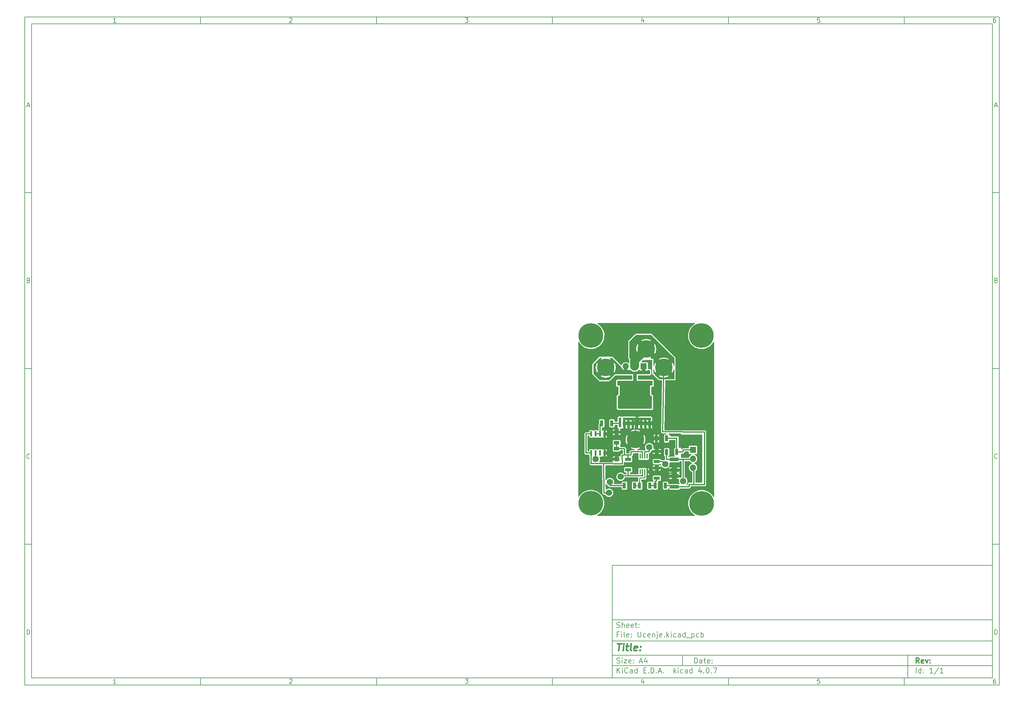
<source format=gtl>
G04 #@! TF.FileFunction,Copper,L1,Top,Signal*
%FSLAX46Y46*%
G04 Gerber Fmt 4.6, Leading zero omitted, Abs format (unit mm)*
G04 Created by KiCad (PCBNEW 4.0.7) date 05/09/18 13:26:44*
%MOMM*%
%LPD*%
G01*
G04 APERTURE LIST*
%ADD10C,0.100000*%
%ADD11C,0.150000*%
%ADD12C,0.300000*%
%ADD13C,0.400000*%
%ADD14C,5.001260*%
%ADD15R,2.500000X1.000000*%
%ADD16R,1.800000X1.800000*%
%ADD17O,1.800000X1.800000*%
%ADD18R,0.900000X1.700000*%
%ADD19R,1.700000X0.900000*%
%ADD20R,0.450000X1.450000*%
%ADD21R,0.600000X1.550000*%
%ADD22R,10.100000X1.400000*%
%ADD23R,8.700000X2.900000*%
%ADD24R,9.700000X3.700000*%
%ADD25R,0.800000X2.800000*%
%ADD26C,1.000000*%
%ADD27R,8.000000X0.800000*%
%ADD28R,1.600000X1.000000*%
%ADD29C,7.000000*%
%ADD30C,1.800000*%
%ADD31C,2.500000*%
%ADD32C,0.250000*%
%ADD33C,1.000000*%
%ADD34C,0.254000*%
G04 APERTURE END LIST*
D10*
D11*
X177002200Y-166007200D02*
X177002200Y-198007200D01*
X285002200Y-198007200D01*
X285002200Y-166007200D01*
X177002200Y-166007200D01*
D10*
D11*
X10000000Y-10000000D02*
X10000000Y-200007200D01*
X287002200Y-200007200D01*
X287002200Y-10000000D01*
X10000000Y-10000000D01*
D10*
D11*
X12000000Y-12000000D02*
X12000000Y-198007200D01*
X285002200Y-198007200D01*
X285002200Y-12000000D01*
X12000000Y-12000000D01*
D10*
D11*
X60000000Y-12000000D02*
X60000000Y-10000000D01*
D10*
D11*
X110000000Y-12000000D02*
X110000000Y-10000000D01*
D10*
D11*
X160000000Y-12000000D02*
X160000000Y-10000000D01*
D10*
D11*
X210000000Y-12000000D02*
X210000000Y-10000000D01*
D10*
D11*
X260000000Y-12000000D02*
X260000000Y-10000000D01*
D10*
D11*
X35990476Y-11588095D02*
X35247619Y-11588095D01*
X35619048Y-11588095D02*
X35619048Y-10288095D01*
X35495238Y-10473810D01*
X35371429Y-10597619D01*
X35247619Y-10659524D01*
D10*
D11*
X85247619Y-10411905D02*
X85309524Y-10350000D01*
X85433333Y-10288095D01*
X85742857Y-10288095D01*
X85866667Y-10350000D01*
X85928571Y-10411905D01*
X85990476Y-10535714D01*
X85990476Y-10659524D01*
X85928571Y-10845238D01*
X85185714Y-11588095D01*
X85990476Y-11588095D01*
D10*
D11*
X135185714Y-10288095D02*
X135990476Y-10288095D01*
X135557143Y-10783333D01*
X135742857Y-10783333D01*
X135866667Y-10845238D01*
X135928571Y-10907143D01*
X135990476Y-11030952D01*
X135990476Y-11340476D01*
X135928571Y-11464286D01*
X135866667Y-11526190D01*
X135742857Y-11588095D01*
X135371429Y-11588095D01*
X135247619Y-11526190D01*
X135185714Y-11464286D01*
D10*
D11*
X185866667Y-10721429D02*
X185866667Y-11588095D01*
X185557143Y-10226190D02*
X185247619Y-11154762D01*
X186052381Y-11154762D01*
D10*
D11*
X235928571Y-10288095D02*
X235309524Y-10288095D01*
X235247619Y-10907143D01*
X235309524Y-10845238D01*
X235433333Y-10783333D01*
X235742857Y-10783333D01*
X235866667Y-10845238D01*
X235928571Y-10907143D01*
X235990476Y-11030952D01*
X235990476Y-11340476D01*
X235928571Y-11464286D01*
X235866667Y-11526190D01*
X235742857Y-11588095D01*
X235433333Y-11588095D01*
X235309524Y-11526190D01*
X235247619Y-11464286D01*
D10*
D11*
X285866667Y-10288095D02*
X285619048Y-10288095D01*
X285495238Y-10350000D01*
X285433333Y-10411905D01*
X285309524Y-10597619D01*
X285247619Y-10845238D01*
X285247619Y-11340476D01*
X285309524Y-11464286D01*
X285371429Y-11526190D01*
X285495238Y-11588095D01*
X285742857Y-11588095D01*
X285866667Y-11526190D01*
X285928571Y-11464286D01*
X285990476Y-11340476D01*
X285990476Y-11030952D01*
X285928571Y-10907143D01*
X285866667Y-10845238D01*
X285742857Y-10783333D01*
X285495238Y-10783333D01*
X285371429Y-10845238D01*
X285309524Y-10907143D01*
X285247619Y-11030952D01*
D10*
D11*
X60000000Y-198007200D02*
X60000000Y-200007200D01*
D10*
D11*
X110000000Y-198007200D02*
X110000000Y-200007200D01*
D10*
D11*
X160000000Y-198007200D02*
X160000000Y-200007200D01*
D10*
D11*
X210000000Y-198007200D02*
X210000000Y-200007200D01*
D10*
D11*
X260000000Y-198007200D02*
X260000000Y-200007200D01*
D10*
D11*
X35990476Y-199595295D02*
X35247619Y-199595295D01*
X35619048Y-199595295D02*
X35619048Y-198295295D01*
X35495238Y-198481010D01*
X35371429Y-198604819D01*
X35247619Y-198666724D01*
D10*
D11*
X85247619Y-198419105D02*
X85309524Y-198357200D01*
X85433333Y-198295295D01*
X85742857Y-198295295D01*
X85866667Y-198357200D01*
X85928571Y-198419105D01*
X85990476Y-198542914D01*
X85990476Y-198666724D01*
X85928571Y-198852438D01*
X85185714Y-199595295D01*
X85990476Y-199595295D01*
D10*
D11*
X135185714Y-198295295D02*
X135990476Y-198295295D01*
X135557143Y-198790533D01*
X135742857Y-198790533D01*
X135866667Y-198852438D01*
X135928571Y-198914343D01*
X135990476Y-199038152D01*
X135990476Y-199347676D01*
X135928571Y-199471486D01*
X135866667Y-199533390D01*
X135742857Y-199595295D01*
X135371429Y-199595295D01*
X135247619Y-199533390D01*
X135185714Y-199471486D01*
D10*
D11*
X185866667Y-198728629D02*
X185866667Y-199595295D01*
X185557143Y-198233390D02*
X185247619Y-199161962D01*
X186052381Y-199161962D01*
D10*
D11*
X235928571Y-198295295D02*
X235309524Y-198295295D01*
X235247619Y-198914343D01*
X235309524Y-198852438D01*
X235433333Y-198790533D01*
X235742857Y-198790533D01*
X235866667Y-198852438D01*
X235928571Y-198914343D01*
X235990476Y-199038152D01*
X235990476Y-199347676D01*
X235928571Y-199471486D01*
X235866667Y-199533390D01*
X235742857Y-199595295D01*
X235433333Y-199595295D01*
X235309524Y-199533390D01*
X235247619Y-199471486D01*
D10*
D11*
X285866667Y-198295295D02*
X285619048Y-198295295D01*
X285495238Y-198357200D01*
X285433333Y-198419105D01*
X285309524Y-198604819D01*
X285247619Y-198852438D01*
X285247619Y-199347676D01*
X285309524Y-199471486D01*
X285371429Y-199533390D01*
X285495238Y-199595295D01*
X285742857Y-199595295D01*
X285866667Y-199533390D01*
X285928571Y-199471486D01*
X285990476Y-199347676D01*
X285990476Y-199038152D01*
X285928571Y-198914343D01*
X285866667Y-198852438D01*
X285742857Y-198790533D01*
X285495238Y-198790533D01*
X285371429Y-198852438D01*
X285309524Y-198914343D01*
X285247619Y-199038152D01*
D10*
D11*
X10000000Y-60000000D02*
X12000000Y-60000000D01*
D10*
D11*
X10000000Y-110000000D02*
X12000000Y-110000000D01*
D10*
D11*
X10000000Y-160000000D02*
X12000000Y-160000000D01*
D10*
D11*
X10690476Y-35216667D02*
X11309524Y-35216667D01*
X10566667Y-35588095D02*
X11000000Y-34288095D01*
X11433333Y-35588095D01*
D10*
D11*
X11092857Y-84907143D02*
X11278571Y-84969048D01*
X11340476Y-85030952D01*
X11402381Y-85154762D01*
X11402381Y-85340476D01*
X11340476Y-85464286D01*
X11278571Y-85526190D01*
X11154762Y-85588095D01*
X10659524Y-85588095D01*
X10659524Y-84288095D01*
X11092857Y-84288095D01*
X11216667Y-84350000D01*
X11278571Y-84411905D01*
X11340476Y-84535714D01*
X11340476Y-84659524D01*
X11278571Y-84783333D01*
X11216667Y-84845238D01*
X11092857Y-84907143D01*
X10659524Y-84907143D01*
D10*
D11*
X11402381Y-135464286D02*
X11340476Y-135526190D01*
X11154762Y-135588095D01*
X11030952Y-135588095D01*
X10845238Y-135526190D01*
X10721429Y-135402381D01*
X10659524Y-135278571D01*
X10597619Y-135030952D01*
X10597619Y-134845238D01*
X10659524Y-134597619D01*
X10721429Y-134473810D01*
X10845238Y-134350000D01*
X11030952Y-134288095D01*
X11154762Y-134288095D01*
X11340476Y-134350000D01*
X11402381Y-134411905D01*
D10*
D11*
X10659524Y-185588095D02*
X10659524Y-184288095D01*
X10969048Y-184288095D01*
X11154762Y-184350000D01*
X11278571Y-184473810D01*
X11340476Y-184597619D01*
X11402381Y-184845238D01*
X11402381Y-185030952D01*
X11340476Y-185278571D01*
X11278571Y-185402381D01*
X11154762Y-185526190D01*
X10969048Y-185588095D01*
X10659524Y-185588095D01*
D10*
D11*
X287002200Y-60000000D02*
X285002200Y-60000000D01*
D10*
D11*
X287002200Y-110000000D02*
X285002200Y-110000000D01*
D10*
D11*
X287002200Y-160000000D02*
X285002200Y-160000000D01*
D10*
D11*
X285692676Y-35216667D02*
X286311724Y-35216667D01*
X285568867Y-35588095D02*
X286002200Y-34288095D01*
X286435533Y-35588095D01*
D10*
D11*
X286095057Y-84907143D02*
X286280771Y-84969048D01*
X286342676Y-85030952D01*
X286404581Y-85154762D01*
X286404581Y-85340476D01*
X286342676Y-85464286D01*
X286280771Y-85526190D01*
X286156962Y-85588095D01*
X285661724Y-85588095D01*
X285661724Y-84288095D01*
X286095057Y-84288095D01*
X286218867Y-84350000D01*
X286280771Y-84411905D01*
X286342676Y-84535714D01*
X286342676Y-84659524D01*
X286280771Y-84783333D01*
X286218867Y-84845238D01*
X286095057Y-84907143D01*
X285661724Y-84907143D01*
D10*
D11*
X286404581Y-135464286D02*
X286342676Y-135526190D01*
X286156962Y-135588095D01*
X286033152Y-135588095D01*
X285847438Y-135526190D01*
X285723629Y-135402381D01*
X285661724Y-135278571D01*
X285599819Y-135030952D01*
X285599819Y-134845238D01*
X285661724Y-134597619D01*
X285723629Y-134473810D01*
X285847438Y-134350000D01*
X286033152Y-134288095D01*
X286156962Y-134288095D01*
X286342676Y-134350000D01*
X286404581Y-134411905D01*
D10*
D11*
X285661724Y-185588095D02*
X285661724Y-184288095D01*
X285971248Y-184288095D01*
X286156962Y-184350000D01*
X286280771Y-184473810D01*
X286342676Y-184597619D01*
X286404581Y-184845238D01*
X286404581Y-185030952D01*
X286342676Y-185278571D01*
X286280771Y-185402381D01*
X286156962Y-185526190D01*
X285971248Y-185588095D01*
X285661724Y-185588095D01*
D10*
D11*
X200359343Y-193785771D02*
X200359343Y-192285771D01*
X200716486Y-192285771D01*
X200930771Y-192357200D01*
X201073629Y-192500057D01*
X201145057Y-192642914D01*
X201216486Y-192928629D01*
X201216486Y-193142914D01*
X201145057Y-193428629D01*
X201073629Y-193571486D01*
X200930771Y-193714343D01*
X200716486Y-193785771D01*
X200359343Y-193785771D01*
X202502200Y-193785771D02*
X202502200Y-193000057D01*
X202430771Y-192857200D01*
X202287914Y-192785771D01*
X202002200Y-192785771D01*
X201859343Y-192857200D01*
X202502200Y-193714343D02*
X202359343Y-193785771D01*
X202002200Y-193785771D01*
X201859343Y-193714343D01*
X201787914Y-193571486D01*
X201787914Y-193428629D01*
X201859343Y-193285771D01*
X202002200Y-193214343D01*
X202359343Y-193214343D01*
X202502200Y-193142914D01*
X203002200Y-192785771D02*
X203573629Y-192785771D01*
X203216486Y-192285771D02*
X203216486Y-193571486D01*
X203287914Y-193714343D01*
X203430772Y-193785771D01*
X203573629Y-193785771D01*
X204645057Y-193714343D02*
X204502200Y-193785771D01*
X204216486Y-193785771D01*
X204073629Y-193714343D01*
X204002200Y-193571486D01*
X204002200Y-193000057D01*
X204073629Y-192857200D01*
X204216486Y-192785771D01*
X204502200Y-192785771D01*
X204645057Y-192857200D01*
X204716486Y-193000057D01*
X204716486Y-193142914D01*
X204002200Y-193285771D01*
X205359343Y-193642914D02*
X205430771Y-193714343D01*
X205359343Y-193785771D01*
X205287914Y-193714343D01*
X205359343Y-193642914D01*
X205359343Y-193785771D01*
X205359343Y-192857200D02*
X205430771Y-192928629D01*
X205359343Y-193000057D01*
X205287914Y-192928629D01*
X205359343Y-192857200D01*
X205359343Y-193000057D01*
D10*
D11*
X177002200Y-194507200D02*
X285002200Y-194507200D01*
D10*
D11*
X178359343Y-196585771D02*
X178359343Y-195085771D01*
X179216486Y-196585771D02*
X178573629Y-195728629D01*
X179216486Y-195085771D02*
X178359343Y-195942914D01*
X179859343Y-196585771D02*
X179859343Y-195585771D01*
X179859343Y-195085771D02*
X179787914Y-195157200D01*
X179859343Y-195228629D01*
X179930771Y-195157200D01*
X179859343Y-195085771D01*
X179859343Y-195228629D01*
X181430772Y-196442914D02*
X181359343Y-196514343D01*
X181145057Y-196585771D01*
X181002200Y-196585771D01*
X180787915Y-196514343D01*
X180645057Y-196371486D01*
X180573629Y-196228629D01*
X180502200Y-195942914D01*
X180502200Y-195728629D01*
X180573629Y-195442914D01*
X180645057Y-195300057D01*
X180787915Y-195157200D01*
X181002200Y-195085771D01*
X181145057Y-195085771D01*
X181359343Y-195157200D01*
X181430772Y-195228629D01*
X182716486Y-196585771D02*
X182716486Y-195800057D01*
X182645057Y-195657200D01*
X182502200Y-195585771D01*
X182216486Y-195585771D01*
X182073629Y-195657200D01*
X182716486Y-196514343D02*
X182573629Y-196585771D01*
X182216486Y-196585771D01*
X182073629Y-196514343D01*
X182002200Y-196371486D01*
X182002200Y-196228629D01*
X182073629Y-196085771D01*
X182216486Y-196014343D01*
X182573629Y-196014343D01*
X182716486Y-195942914D01*
X184073629Y-196585771D02*
X184073629Y-195085771D01*
X184073629Y-196514343D02*
X183930772Y-196585771D01*
X183645058Y-196585771D01*
X183502200Y-196514343D01*
X183430772Y-196442914D01*
X183359343Y-196300057D01*
X183359343Y-195871486D01*
X183430772Y-195728629D01*
X183502200Y-195657200D01*
X183645058Y-195585771D01*
X183930772Y-195585771D01*
X184073629Y-195657200D01*
X185930772Y-195800057D02*
X186430772Y-195800057D01*
X186645058Y-196585771D02*
X185930772Y-196585771D01*
X185930772Y-195085771D01*
X186645058Y-195085771D01*
X187287915Y-196442914D02*
X187359343Y-196514343D01*
X187287915Y-196585771D01*
X187216486Y-196514343D01*
X187287915Y-196442914D01*
X187287915Y-196585771D01*
X188002201Y-196585771D02*
X188002201Y-195085771D01*
X188359344Y-195085771D01*
X188573629Y-195157200D01*
X188716487Y-195300057D01*
X188787915Y-195442914D01*
X188859344Y-195728629D01*
X188859344Y-195942914D01*
X188787915Y-196228629D01*
X188716487Y-196371486D01*
X188573629Y-196514343D01*
X188359344Y-196585771D01*
X188002201Y-196585771D01*
X189502201Y-196442914D02*
X189573629Y-196514343D01*
X189502201Y-196585771D01*
X189430772Y-196514343D01*
X189502201Y-196442914D01*
X189502201Y-196585771D01*
X190145058Y-196157200D02*
X190859344Y-196157200D01*
X190002201Y-196585771D02*
X190502201Y-195085771D01*
X191002201Y-196585771D01*
X191502201Y-196442914D02*
X191573629Y-196514343D01*
X191502201Y-196585771D01*
X191430772Y-196514343D01*
X191502201Y-196442914D01*
X191502201Y-196585771D01*
X194502201Y-196585771D02*
X194502201Y-195085771D01*
X194645058Y-196014343D02*
X195073629Y-196585771D01*
X195073629Y-195585771D02*
X194502201Y-196157200D01*
X195716487Y-196585771D02*
X195716487Y-195585771D01*
X195716487Y-195085771D02*
X195645058Y-195157200D01*
X195716487Y-195228629D01*
X195787915Y-195157200D01*
X195716487Y-195085771D01*
X195716487Y-195228629D01*
X197073630Y-196514343D02*
X196930773Y-196585771D01*
X196645059Y-196585771D01*
X196502201Y-196514343D01*
X196430773Y-196442914D01*
X196359344Y-196300057D01*
X196359344Y-195871486D01*
X196430773Y-195728629D01*
X196502201Y-195657200D01*
X196645059Y-195585771D01*
X196930773Y-195585771D01*
X197073630Y-195657200D01*
X198359344Y-196585771D02*
X198359344Y-195800057D01*
X198287915Y-195657200D01*
X198145058Y-195585771D01*
X197859344Y-195585771D01*
X197716487Y-195657200D01*
X198359344Y-196514343D02*
X198216487Y-196585771D01*
X197859344Y-196585771D01*
X197716487Y-196514343D01*
X197645058Y-196371486D01*
X197645058Y-196228629D01*
X197716487Y-196085771D01*
X197859344Y-196014343D01*
X198216487Y-196014343D01*
X198359344Y-195942914D01*
X199716487Y-196585771D02*
X199716487Y-195085771D01*
X199716487Y-196514343D02*
X199573630Y-196585771D01*
X199287916Y-196585771D01*
X199145058Y-196514343D01*
X199073630Y-196442914D01*
X199002201Y-196300057D01*
X199002201Y-195871486D01*
X199073630Y-195728629D01*
X199145058Y-195657200D01*
X199287916Y-195585771D01*
X199573630Y-195585771D01*
X199716487Y-195657200D01*
X202216487Y-195585771D02*
X202216487Y-196585771D01*
X201859344Y-195014343D02*
X201502201Y-196085771D01*
X202430773Y-196085771D01*
X203002201Y-196442914D02*
X203073629Y-196514343D01*
X203002201Y-196585771D01*
X202930772Y-196514343D01*
X203002201Y-196442914D01*
X203002201Y-196585771D01*
X204002201Y-195085771D02*
X204145058Y-195085771D01*
X204287915Y-195157200D01*
X204359344Y-195228629D01*
X204430773Y-195371486D01*
X204502201Y-195657200D01*
X204502201Y-196014343D01*
X204430773Y-196300057D01*
X204359344Y-196442914D01*
X204287915Y-196514343D01*
X204145058Y-196585771D01*
X204002201Y-196585771D01*
X203859344Y-196514343D01*
X203787915Y-196442914D01*
X203716487Y-196300057D01*
X203645058Y-196014343D01*
X203645058Y-195657200D01*
X203716487Y-195371486D01*
X203787915Y-195228629D01*
X203859344Y-195157200D01*
X204002201Y-195085771D01*
X205145058Y-196442914D02*
X205216486Y-196514343D01*
X205145058Y-196585771D01*
X205073629Y-196514343D01*
X205145058Y-196442914D01*
X205145058Y-196585771D01*
X205716487Y-195085771D02*
X206716487Y-195085771D01*
X206073630Y-196585771D01*
D10*
D11*
X177002200Y-191507200D02*
X285002200Y-191507200D01*
D10*
D12*
X264216486Y-193785771D02*
X263716486Y-193071486D01*
X263359343Y-193785771D02*
X263359343Y-192285771D01*
X263930771Y-192285771D01*
X264073629Y-192357200D01*
X264145057Y-192428629D01*
X264216486Y-192571486D01*
X264216486Y-192785771D01*
X264145057Y-192928629D01*
X264073629Y-193000057D01*
X263930771Y-193071486D01*
X263359343Y-193071486D01*
X265430771Y-193714343D02*
X265287914Y-193785771D01*
X265002200Y-193785771D01*
X264859343Y-193714343D01*
X264787914Y-193571486D01*
X264787914Y-193000057D01*
X264859343Y-192857200D01*
X265002200Y-192785771D01*
X265287914Y-192785771D01*
X265430771Y-192857200D01*
X265502200Y-193000057D01*
X265502200Y-193142914D01*
X264787914Y-193285771D01*
X266002200Y-192785771D02*
X266359343Y-193785771D01*
X266716485Y-192785771D01*
X267287914Y-193642914D02*
X267359342Y-193714343D01*
X267287914Y-193785771D01*
X267216485Y-193714343D01*
X267287914Y-193642914D01*
X267287914Y-193785771D01*
X267287914Y-192857200D02*
X267359342Y-192928629D01*
X267287914Y-193000057D01*
X267216485Y-192928629D01*
X267287914Y-192857200D01*
X267287914Y-193000057D01*
D10*
D11*
X178287914Y-193714343D02*
X178502200Y-193785771D01*
X178859343Y-193785771D01*
X179002200Y-193714343D01*
X179073629Y-193642914D01*
X179145057Y-193500057D01*
X179145057Y-193357200D01*
X179073629Y-193214343D01*
X179002200Y-193142914D01*
X178859343Y-193071486D01*
X178573629Y-193000057D01*
X178430771Y-192928629D01*
X178359343Y-192857200D01*
X178287914Y-192714343D01*
X178287914Y-192571486D01*
X178359343Y-192428629D01*
X178430771Y-192357200D01*
X178573629Y-192285771D01*
X178930771Y-192285771D01*
X179145057Y-192357200D01*
X179787914Y-193785771D02*
X179787914Y-192785771D01*
X179787914Y-192285771D02*
X179716485Y-192357200D01*
X179787914Y-192428629D01*
X179859342Y-192357200D01*
X179787914Y-192285771D01*
X179787914Y-192428629D01*
X180359343Y-192785771D02*
X181145057Y-192785771D01*
X180359343Y-193785771D01*
X181145057Y-193785771D01*
X182287914Y-193714343D02*
X182145057Y-193785771D01*
X181859343Y-193785771D01*
X181716486Y-193714343D01*
X181645057Y-193571486D01*
X181645057Y-193000057D01*
X181716486Y-192857200D01*
X181859343Y-192785771D01*
X182145057Y-192785771D01*
X182287914Y-192857200D01*
X182359343Y-193000057D01*
X182359343Y-193142914D01*
X181645057Y-193285771D01*
X183002200Y-193642914D02*
X183073628Y-193714343D01*
X183002200Y-193785771D01*
X182930771Y-193714343D01*
X183002200Y-193642914D01*
X183002200Y-193785771D01*
X183002200Y-192857200D02*
X183073628Y-192928629D01*
X183002200Y-193000057D01*
X182930771Y-192928629D01*
X183002200Y-192857200D01*
X183002200Y-193000057D01*
X184787914Y-193357200D02*
X185502200Y-193357200D01*
X184645057Y-193785771D02*
X185145057Y-192285771D01*
X185645057Y-193785771D01*
X186787914Y-192785771D02*
X186787914Y-193785771D01*
X186430771Y-192214343D02*
X186073628Y-193285771D01*
X187002200Y-193285771D01*
D10*
D11*
X263359343Y-196585771D02*
X263359343Y-195085771D01*
X264716486Y-196585771D02*
X264716486Y-195085771D01*
X264716486Y-196514343D02*
X264573629Y-196585771D01*
X264287915Y-196585771D01*
X264145057Y-196514343D01*
X264073629Y-196442914D01*
X264002200Y-196300057D01*
X264002200Y-195871486D01*
X264073629Y-195728629D01*
X264145057Y-195657200D01*
X264287915Y-195585771D01*
X264573629Y-195585771D01*
X264716486Y-195657200D01*
X265430772Y-196442914D02*
X265502200Y-196514343D01*
X265430772Y-196585771D01*
X265359343Y-196514343D01*
X265430772Y-196442914D01*
X265430772Y-196585771D01*
X265430772Y-195657200D02*
X265502200Y-195728629D01*
X265430772Y-195800057D01*
X265359343Y-195728629D01*
X265430772Y-195657200D01*
X265430772Y-195800057D01*
X268073629Y-196585771D02*
X267216486Y-196585771D01*
X267645058Y-196585771D02*
X267645058Y-195085771D01*
X267502201Y-195300057D01*
X267359343Y-195442914D01*
X267216486Y-195514343D01*
X269787914Y-195014343D02*
X268502200Y-196942914D01*
X271073629Y-196585771D02*
X270216486Y-196585771D01*
X270645058Y-196585771D02*
X270645058Y-195085771D01*
X270502201Y-195300057D01*
X270359343Y-195442914D01*
X270216486Y-195514343D01*
D10*
D11*
X177002200Y-187507200D02*
X285002200Y-187507200D01*
D10*
D13*
X178454581Y-188211962D02*
X179597438Y-188211962D01*
X178776010Y-190211962D02*
X179026010Y-188211962D01*
X180014105Y-190211962D02*
X180180771Y-188878629D01*
X180264105Y-188211962D02*
X180156962Y-188307200D01*
X180240295Y-188402438D01*
X180347439Y-188307200D01*
X180264105Y-188211962D01*
X180240295Y-188402438D01*
X180847438Y-188878629D02*
X181609343Y-188878629D01*
X181216486Y-188211962D02*
X181002200Y-189926248D01*
X181073630Y-190116724D01*
X181252201Y-190211962D01*
X181442677Y-190211962D01*
X182395058Y-190211962D02*
X182216487Y-190116724D01*
X182145057Y-189926248D01*
X182359343Y-188211962D01*
X183930772Y-190116724D02*
X183728391Y-190211962D01*
X183347439Y-190211962D01*
X183168867Y-190116724D01*
X183097438Y-189926248D01*
X183192676Y-189164343D01*
X183311724Y-188973867D01*
X183514105Y-188878629D01*
X183895057Y-188878629D01*
X184073629Y-188973867D01*
X184145057Y-189164343D01*
X184121248Y-189354819D01*
X183145057Y-189545295D01*
X184895057Y-190021486D02*
X184978392Y-190116724D01*
X184871248Y-190211962D01*
X184787915Y-190116724D01*
X184895057Y-190021486D01*
X184871248Y-190211962D01*
X185026010Y-188973867D02*
X185109344Y-189069105D01*
X185002200Y-189164343D01*
X184918867Y-189069105D01*
X185026010Y-188973867D01*
X185002200Y-189164343D01*
D10*
D11*
X178859343Y-185600057D02*
X178359343Y-185600057D01*
X178359343Y-186385771D02*
X178359343Y-184885771D01*
X179073629Y-184885771D01*
X179645057Y-186385771D02*
X179645057Y-185385771D01*
X179645057Y-184885771D02*
X179573628Y-184957200D01*
X179645057Y-185028629D01*
X179716485Y-184957200D01*
X179645057Y-184885771D01*
X179645057Y-185028629D01*
X180573629Y-186385771D02*
X180430771Y-186314343D01*
X180359343Y-186171486D01*
X180359343Y-184885771D01*
X181716485Y-186314343D02*
X181573628Y-186385771D01*
X181287914Y-186385771D01*
X181145057Y-186314343D01*
X181073628Y-186171486D01*
X181073628Y-185600057D01*
X181145057Y-185457200D01*
X181287914Y-185385771D01*
X181573628Y-185385771D01*
X181716485Y-185457200D01*
X181787914Y-185600057D01*
X181787914Y-185742914D01*
X181073628Y-185885771D01*
X182430771Y-186242914D02*
X182502199Y-186314343D01*
X182430771Y-186385771D01*
X182359342Y-186314343D01*
X182430771Y-186242914D01*
X182430771Y-186385771D01*
X182430771Y-185457200D02*
X182502199Y-185528629D01*
X182430771Y-185600057D01*
X182359342Y-185528629D01*
X182430771Y-185457200D01*
X182430771Y-185600057D01*
X184287914Y-184885771D02*
X184287914Y-186100057D01*
X184359342Y-186242914D01*
X184430771Y-186314343D01*
X184573628Y-186385771D01*
X184859342Y-186385771D01*
X185002200Y-186314343D01*
X185073628Y-186242914D01*
X185145057Y-186100057D01*
X185145057Y-184885771D01*
X186502200Y-186314343D02*
X186359343Y-186385771D01*
X186073629Y-186385771D01*
X185930771Y-186314343D01*
X185859343Y-186242914D01*
X185787914Y-186100057D01*
X185787914Y-185671486D01*
X185859343Y-185528629D01*
X185930771Y-185457200D01*
X186073629Y-185385771D01*
X186359343Y-185385771D01*
X186502200Y-185457200D01*
X187716485Y-186314343D02*
X187573628Y-186385771D01*
X187287914Y-186385771D01*
X187145057Y-186314343D01*
X187073628Y-186171486D01*
X187073628Y-185600057D01*
X187145057Y-185457200D01*
X187287914Y-185385771D01*
X187573628Y-185385771D01*
X187716485Y-185457200D01*
X187787914Y-185600057D01*
X187787914Y-185742914D01*
X187073628Y-185885771D01*
X188430771Y-185385771D02*
X188430771Y-186385771D01*
X188430771Y-185528629D02*
X188502199Y-185457200D01*
X188645057Y-185385771D01*
X188859342Y-185385771D01*
X189002199Y-185457200D01*
X189073628Y-185600057D01*
X189073628Y-186385771D01*
X189787914Y-185385771D02*
X189787914Y-186671486D01*
X189716485Y-186814343D01*
X189573628Y-186885771D01*
X189502200Y-186885771D01*
X189787914Y-184885771D02*
X189716485Y-184957200D01*
X189787914Y-185028629D01*
X189859342Y-184957200D01*
X189787914Y-184885771D01*
X189787914Y-185028629D01*
X191073628Y-186314343D02*
X190930771Y-186385771D01*
X190645057Y-186385771D01*
X190502200Y-186314343D01*
X190430771Y-186171486D01*
X190430771Y-185600057D01*
X190502200Y-185457200D01*
X190645057Y-185385771D01*
X190930771Y-185385771D01*
X191073628Y-185457200D01*
X191145057Y-185600057D01*
X191145057Y-185742914D01*
X190430771Y-185885771D01*
X191787914Y-186242914D02*
X191859342Y-186314343D01*
X191787914Y-186385771D01*
X191716485Y-186314343D01*
X191787914Y-186242914D01*
X191787914Y-186385771D01*
X192502200Y-186385771D02*
X192502200Y-184885771D01*
X192645057Y-185814343D02*
X193073628Y-186385771D01*
X193073628Y-185385771D02*
X192502200Y-185957200D01*
X193716486Y-186385771D02*
X193716486Y-185385771D01*
X193716486Y-184885771D02*
X193645057Y-184957200D01*
X193716486Y-185028629D01*
X193787914Y-184957200D01*
X193716486Y-184885771D01*
X193716486Y-185028629D01*
X195073629Y-186314343D02*
X194930772Y-186385771D01*
X194645058Y-186385771D01*
X194502200Y-186314343D01*
X194430772Y-186242914D01*
X194359343Y-186100057D01*
X194359343Y-185671486D01*
X194430772Y-185528629D01*
X194502200Y-185457200D01*
X194645058Y-185385771D01*
X194930772Y-185385771D01*
X195073629Y-185457200D01*
X196359343Y-186385771D02*
X196359343Y-185600057D01*
X196287914Y-185457200D01*
X196145057Y-185385771D01*
X195859343Y-185385771D01*
X195716486Y-185457200D01*
X196359343Y-186314343D02*
X196216486Y-186385771D01*
X195859343Y-186385771D01*
X195716486Y-186314343D01*
X195645057Y-186171486D01*
X195645057Y-186028629D01*
X195716486Y-185885771D01*
X195859343Y-185814343D01*
X196216486Y-185814343D01*
X196359343Y-185742914D01*
X197716486Y-186385771D02*
X197716486Y-184885771D01*
X197716486Y-186314343D02*
X197573629Y-186385771D01*
X197287915Y-186385771D01*
X197145057Y-186314343D01*
X197073629Y-186242914D01*
X197002200Y-186100057D01*
X197002200Y-185671486D01*
X197073629Y-185528629D01*
X197145057Y-185457200D01*
X197287915Y-185385771D01*
X197573629Y-185385771D01*
X197716486Y-185457200D01*
X198073629Y-186528629D02*
X199216486Y-186528629D01*
X199573629Y-185385771D02*
X199573629Y-186885771D01*
X199573629Y-185457200D02*
X199716486Y-185385771D01*
X200002200Y-185385771D01*
X200145057Y-185457200D01*
X200216486Y-185528629D01*
X200287915Y-185671486D01*
X200287915Y-186100057D01*
X200216486Y-186242914D01*
X200145057Y-186314343D01*
X200002200Y-186385771D01*
X199716486Y-186385771D01*
X199573629Y-186314343D01*
X201573629Y-186314343D02*
X201430772Y-186385771D01*
X201145058Y-186385771D01*
X201002200Y-186314343D01*
X200930772Y-186242914D01*
X200859343Y-186100057D01*
X200859343Y-185671486D01*
X200930772Y-185528629D01*
X201002200Y-185457200D01*
X201145058Y-185385771D01*
X201430772Y-185385771D01*
X201573629Y-185457200D01*
X202216486Y-186385771D02*
X202216486Y-184885771D01*
X202216486Y-185457200D02*
X202359343Y-185385771D01*
X202645057Y-185385771D01*
X202787914Y-185457200D01*
X202859343Y-185528629D01*
X202930772Y-185671486D01*
X202930772Y-186100057D01*
X202859343Y-186242914D01*
X202787914Y-186314343D01*
X202645057Y-186385771D01*
X202359343Y-186385771D01*
X202216486Y-186314343D01*
D10*
D11*
X177002200Y-181507200D02*
X285002200Y-181507200D01*
D10*
D11*
X178287914Y-183614343D02*
X178502200Y-183685771D01*
X178859343Y-183685771D01*
X179002200Y-183614343D01*
X179073629Y-183542914D01*
X179145057Y-183400057D01*
X179145057Y-183257200D01*
X179073629Y-183114343D01*
X179002200Y-183042914D01*
X178859343Y-182971486D01*
X178573629Y-182900057D01*
X178430771Y-182828629D01*
X178359343Y-182757200D01*
X178287914Y-182614343D01*
X178287914Y-182471486D01*
X178359343Y-182328629D01*
X178430771Y-182257200D01*
X178573629Y-182185771D01*
X178930771Y-182185771D01*
X179145057Y-182257200D01*
X179787914Y-183685771D02*
X179787914Y-182185771D01*
X180430771Y-183685771D02*
X180430771Y-182900057D01*
X180359342Y-182757200D01*
X180216485Y-182685771D01*
X180002200Y-182685771D01*
X179859342Y-182757200D01*
X179787914Y-182828629D01*
X181716485Y-183614343D02*
X181573628Y-183685771D01*
X181287914Y-183685771D01*
X181145057Y-183614343D01*
X181073628Y-183471486D01*
X181073628Y-182900057D01*
X181145057Y-182757200D01*
X181287914Y-182685771D01*
X181573628Y-182685771D01*
X181716485Y-182757200D01*
X181787914Y-182900057D01*
X181787914Y-183042914D01*
X181073628Y-183185771D01*
X183002199Y-183614343D02*
X182859342Y-183685771D01*
X182573628Y-183685771D01*
X182430771Y-183614343D01*
X182359342Y-183471486D01*
X182359342Y-182900057D01*
X182430771Y-182757200D01*
X182573628Y-182685771D01*
X182859342Y-182685771D01*
X183002199Y-182757200D01*
X183073628Y-182900057D01*
X183073628Y-183042914D01*
X182359342Y-183185771D01*
X183502199Y-182685771D02*
X184073628Y-182685771D01*
X183716485Y-182185771D02*
X183716485Y-183471486D01*
X183787913Y-183614343D01*
X183930771Y-183685771D01*
X184073628Y-183685771D01*
X184573628Y-183542914D02*
X184645056Y-183614343D01*
X184573628Y-183685771D01*
X184502199Y-183614343D01*
X184573628Y-183542914D01*
X184573628Y-183685771D01*
X184573628Y-182757200D02*
X184645056Y-182828629D01*
X184573628Y-182900057D01*
X184502199Y-182828629D01*
X184573628Y-182757200D01*
X184573628Y-182900057D01*
D10*
D11*
X197002200Y-191507200D02*
X197002200Y-194507200D01*
D10*
D11*
X261002200Y-191507200D02*
X261002200Y-198007200D01*
D14*
X191600000Y-109700000D03*
X175100000Y-109700000D03*
X186600000Y-104400000D03*
X183548800Y-130133600D03*
D15*
X194627500Y-143613000D03*
X194627500Y-140613000D03*
X194564000Y-135850500D03*
X194564000Y-138850500D03*
D16*
X185877200Y-109372400D03*
D17*
X183337200Y-109372400D03*
X180797200Y-109372400D03*
D18*
X180414000Y-143256000D03*
X183314000Y-143256000D03*
X184732000Y-143256000D03*
X187632000Y-143256000D03*
X192077000Y-143256000D03*
X189177000Y-143256000D03*
D19*
X189611000Y-141150000D03*
X189611000Y-138250000D03*
X181457600Y-135862400D03*
X181457600Y-138762400D03*
X189611000Y-136451000D03*
X189611000Y-133551000D03*
D18*
X176850000Y-125550000D03*
X173950000Y-125550000D03*
X192415500Y-133731000D03*
X195315500Y-133731000D03*
X192394500Y-129857500D03*
X189494500Y-129857500D03*
D20*
X184902200Y-139309200D03*
X185552200Y-139309200D03*
X186202200Y-139309200D03*
X186852200Y-139309200D03*
X186852200Y-134909200D03*
X186202200Y-134909200D03*
X185552200Y-134909200D03*
X184902200Y-134909200D03*
D16*
X199898000Y-133096000D03*
D17*
X199898000Y-135636000D03*
X199898000Y-138176000D03*
D21*
X170995000Y-133975000D03*
X172265000Y-133975000D03*
X173535000Y-133975000D03*
X174805000Y-133975000D03*
X174805000Y-128575000D03*
X173535000Y-128575000D03*
X172265000Y-128575000D03*
X170995000Y-128575000D03*
D22*
X183388000Y-114141200D03*
D23*
X183388000Y-116291200D03*
D24*
X183388000Y-119591200D03*
D25*
X182788000Y-125341200D03*
X183988000Y-125341200D03*
X185188000Y-125341200D03*
X186388000Y-125341200D03*
X187588000Y-125341200D03*
X181588000Y-125341200D03*
X180388000Y-125341200D03*
X179188000Y-125341200D03*
D26*
X179188000Y-120171200D03*
X180388000Y-120171200D03*
X181588000Y-120171200D03*
X182788000Y-120171200D03*
X183988000Y-120171200D03*
X185188000Y-120171200D03*
X186388000Y-120171200D03*
X187588000Y-120171200D03*
X187588000Y-118971200D03*
X186388000Y-118971200D03*
X183988000Y-118971200D03*
X185188000Y-118971200D03*
X182788000Y-118971200D03*
X181588000Y-118971200D03*
X180388000Y-118971200D03*
X179188000Y-118971200D03*
X180388000Y-117771200D03*
X181588000Y-117771200D03*
X182788000Y-117771200D03*
X183988000Y-117771200D03*
X185188000Y-117771200D03*
X186388000Y-117771200D03*
X186388000Y-116571200D03*
X183988000Y-116571200D03*
X185188000Y-116571200D03*
X182788000Y-116571200D03*
X181588000Y-116571200D03*
X180388000Y-116571200D03*
X180388000Y-115371200D03*
X181588000Y-115371200D03*
X182788000Y-115371200D03*
X183988000Y-115371200D03*
X185188000Y-115371200D03*
X186388000Y-115371200D03*
X179188000Y-114071200D03*
X180388000Y-114071200D03*
X181588000Y-114071200D03*
X182788000Y-114071200D03*
X183988000Y-114071200D03*
X185188000Y-114071200D03*
X186388000Y-114071200D03*
X187588000Y-114071200D03*
D27*
X183988000Y-124341200D03*
D28*
X178200000Y-132750000D03*
X178200000Y-135750000D03*
X178175000Y-131075000D03*
X178175000Y-128075000D03*
D29*
X202300000Y-100600000D03*
X170900000Y-100600000D03*
X170850000Y-148300000D03*
X202350000Y-148350000D03*
D30*
X176022000Y-145288000D03*
X197104000Y-141986000D03*
X172250000Y-135750000D03*
X176276000Y-142240000D03*
X187452000Y-132334000D03*
X179324000Y-140716000D03*
X192024000Y-137160000D03*
D31*
X183337200Y-109372400D02*
X183337200Y-107662800D01*
X183337200Y-107662800D02*
X186600000Y-104400000D01*
D12*
X200152000Y-143002000D02*
X200152000Y-138430000D01*
X200152000Y-138430000D02*
X199898000Y-138176000D01*
X194627500Y-143613000D02*
X198731000Y-143613000D01*
X198834000Y-142865100D02*
X198818500Y-142849600D01*
X198834000Y-143510000D02*
X198834000Y-142865100D01*
X198731000Y-143613000D02*
X198834000Y-143510000D01*
X203200000Y-143002000D02*
X200152000Y-143002000D01*
X200152000Y-143002000D02*
X198818500Y-143002000D01*
X203200113Y-128005474D02*
X203200000Y-143002000D01*
X202692000Y-128016000D02*
X203200113Y-128005474D01*
X191300140Y-128000000D02*
X202692000Y-128016000D01*
X191600000Y-109700000D02*
X191300140Y-128000000D01*
X198818500Y-143002000D02*
X198818500Y-142849600D01*
X198818500Y-143002000D02*
X198818500Y-142849600D01*
X192077000Y-143256000D02*
X194270500Y-143256000D01*
X194270500Y-143256000D02*
X194627500Y-143613000D01*
D32*
X194514000Y-143232000D02*
X194490000Y-143256000D01*
D33*
X183388000Y-109423200D02*
X183337200Y-109372400D01*
D12*
X189611000Y-138250000D02*
X191350000Y-138250000D01*
X191500000Y-139700000D02*
X194564000Y-139700000D01*
X191400000Y-139800000D02*
X191500000Y-139700000D01*
X191400000Y-138300000D02*
X191400000Y-139800000D01*
X191350000Y-138250000D02*
X191400000Y-138300000D01*
X181445800Y-130941100D02*
X181498800Y-130888100D01*
X174805000Y-135605000D02*
X174805000Y-133975000D01*
X174950000Y-135750000D02*
X174805000Y-135605000D01*
X176250000Y-135750000D02*
X174950000Y-135750000D01*
X176425000Y-128575000D02*
X176425000Y-135750000D01*
X176425000Y-135750000D02*
X176250000Y-135750000D01*
X174805000Y-128575000D02*
X176425000Y-128575000D01*
X176425000Y-128100000D02*
X178175000Y-128075000D01*
X176425000Y-128575000D02*
X176425000Y-128100000D01*
X178200000Y-128000000D02*
X179950000Y-128075000D01*
X179950000Y-128075000D02*
X180075000Y-127950000D01*
X178200000Y-135750000D02*
X176250000Y-135750000D01*
D32*
X189494500Y-129857500D02*
X187007500Y-129857500D01*
X187007500Y-129857500D02*
X186690000Y-129540000D01*
X183563800Y-129808600D02*
X183515000Y-125814200D01*
X183515000Y-125814200D02*
X183988000Y-125341200D01*
X188237200Y-138250000D02*
X188237200Y-138965600D01*
X187893600Y-139309200D02*
X186852200Y-139309200D01*
X188237200Y-138965600D02*
X187893600Y-139309200D01*
X189611000Y-133551000D02*
X188520600Y-133551000D01*
X188520600Y-133551000D02*
X188112400Y-133959200D01*
X188237200Y-138250000D02*
X189611000Y-138250000D01*
X188112400Y-138125200D02*
X188237200Y-138250000D01*
X188112400Y-133959200D02*
X188112400Y-138125200D01*
X187722800Y-125476000D02*
X187588000Y-125341200D01*
X189494500Y-129857500D02*
X189242700Y-129857500D01*
D12*
X189611000Y-138250000D02*
X189664000Y-138250000D01*
X194564000Y-138850500D02*
X194564000Y-139700000D01*
X194564000Y-139700000D02*
X194564000Y-140549500D01*
X194564000Y-140549500D02*
X194627500Y-140613000D01*
X189494500Y-129857500D02*
X189494500Y-131572000D01*
X189494500Y-131572000D02*
X189494500Y-131762500D01*
X189494500Y-131762500D02*
X189494500Y-133434500D01*
X189494500Y-133434500D02*
X189611000Y-133551000D01*
X189367500Y-129984500D02*
X189494500Y-129857500D01*
X178175000Y-131075000D02*
X178175000Y-132725000D01*
X178175000Y-132725000D02*
X178200000Y-132750000D01*
X170995000Y-128575000D02*
X169525000Y-128575000D01*
X169575000Y-133975000D02*
X170995000Y-133975000D01*
X169500000Y-134050000D02*
X169575000Y-133975000D01*
X169500000Y-128600000D02*
X169500000Y-134050000D01*
X169525000Y-128575000D02*
X169500000Y-128600000D01*
X181457600Y-135862400D02*
X181457600Y-134583592D01*
X181450000Y-134650000D02*
X181450000Y-134583731D01*
X181450000Y-134591192D02*
X181450000Y-134650000D01*
X181457600Y-134583592D02*
X181450000Y-134591192D01*
X178200000Y-132750000D02*
X180375000Y-132750000D01*
X180475000Y-132850000D02*
X180475000Y-134601497D01*
X180375000Y-132750000D02*
X180475000Y-132850000D01*
X174724880Y-137053232D02*
X170928232Y-137053232D01*
X170995000Y-136986464D02*
X170995000Y-133975000D01*
X170928232Y-137053232D02*
X170995000Y-136986464D01*
D32*
X179825003Y-137075000D02*
X179825003Y-137106405D01*
X179825003Y-137106405D02*
X179825003Y-137075000D01*
D12*
X179800000Y-134625000D02*
X179825003Y-137075000D01*
X179825003Y-137075000D02*
X174724880Y-137053232D01*
X174724880Y-137053232D02*
X174570533Y-137052573D01*
X174542933Y-137080173D02*
X174600000Y-145400000D01*
X174570533Y-137052573D02*
X174542933Y-137080173D01*
X174600000Y-145400000D02*
X176022000Y-145288000D01*
X179800000Y-134625000D02*
X180475000Y-134601497D01*
X180475000Y-134601497D02*
X181450000Y-134583731D01*
X181450000Y-134583731D02*
X181724285Y-134578733D01*
X181724285Y-134578733D02*
X182332880Y-134536806D01*
X185552200Y-133725800D02*
X185552200Y-134909200D01*
X185420000Y-133604000D02*
X185552200Y-133725800D01*
X184150000Y-133604000D02*
X185420000Y-133604000D01*
X182324999Y-133649965D02*
X184150000Y-133604000D01*
X182332880Y-134536806D02*
X182324999Y-133649965D01*
X197104000Y-141986000D02*
X197104000Y-135850500D01*
X197104000Y-135850500D02*
X197104000Y-135890000D01*
X197104000Y-135890000D02*
X197104000Y-135850500D01*
X194564000Y-135850500D02*
X197104000Y-135850500D01*
X197104000Y-135850500D02*
X199683500Y-135850500D01*
X199683500Y-135850500D02*
X199898000Y-135636000D01*
D32*
X185580000Y-134881400D02*
X185552200Y-134909200D01*
D12*
X192405000Y-133731000D02*
X192415500Y-133731000D01*
X192415500Y-133731000D02*
X192415500Y-135837000D01*
X192429000Y-135850500D02*
X194564000Y-135850500D01*
X192415500Y-135837000D02*
X192429000Y-135850500D01*
D32*
X192423000Y-134437000D02*
X192532000Y-134546000D01*
D12*
X186207481Y-133600145D02*
X187499855Y-133600145D01*
X187452000Y-133552290D02*
X187452000Y-132334000D01*
X187499855Y-133600145D02*
X187452000Y-133552290D01*
X172265000Y-133975000D02*
X172265000Y-135735000D01*
X172265000Y-135735000D02*
X172250000Y-135750000D01*
X176276000Y-143256000D02*
X180414000Y-143256000D01*
X176276000Y-142240000D02*
X176276000Y-143256000D01*
X186207481Y-133600145D02*
X186182000Y-134889000D01*
X186182000Y-134889000D02*
X186202200Y-134909200D01*
X180276500Y-143256000D02*
X180414000Y-143256000D01*
D32*
X184732000Y-143256000D02*
X184732000Y-141302400D01*
X186202200Y-141091800D02*
X186202200Y-139309200D01*
X186232800Y-141122400D02*
X186202200Y-141091800D01*
X184912000Y-141122400D02*
X186232800Y-141122400D01*
X184732000Y-141302400D02*
X184912000Y-141122400D01*
X184732000Y-143256000D02*
X183314000Y-143256000D01*
D12*
X189177000Y-143256000D02*
X189177000Y-142023000D01*
X189611000Y-141989000D02*
X189611000Y-141150000D01*
X189600000Y-142000000D02*
X189611000Y-141989000D01*
X189200000Y-142000000D02*
X189600000Y-142000000D01*
X189177000Y-142023000D02*
X189200000Y-142000000D01*
X189177000Y-143256000D02*
X187632000Y-143256000D01*
X189611000Y-136451000D02*
X191315000Y-136451000D01*
X179578000Y-140462000D02*
X181559200Y-140462000D01*
X179324000Y-140716000D02*
X179578000Y-140462000D01*
X191315000Y-136451000D02*
X192024000Y-137160000D01*
X181457600Y-138762400D02*
X181457600Y-140360400D01*
X181457600Y-140360400D02*
X181559200Y-140462000D01*
X185552200Y-140340200D02*
X185552200Y-139309200D01*
X181559200Y-140462000D02*
X185674000Y-140462000D01*
X185674000Y-140462000D02*
X185552200Y-140340200D01*
X189611000Y-136451000D02*
X189494500Y-136451000D01*
X173535000Y-128575000D02*
X173535000Y-125965000D01*
X173535000Y-125965000D02*
X173950000Y-125550000D01*
X173535000Y-128575000D02*
X172265000Y-128575000D01*
X195315500Y-133731000D02*
X196977000Y-133731000D01*
X197104000Y-133096000D02*
X199898000Y-133096000D01*
X197104000Y-133604000D02*
X197104000Y-133096000D01*
X196977000Y-133731000D02*
X197104000Y-133604000D01*
X192394500Y-129857500D02*
X195262500Y-129857500D01*
X195315500Y-129910500D02*
X195315500Y-133731000D01*
X195262500Y-129857500D02*
X195315500Y-129910500D01*
X176850000Y-125550000D02*
X178979200Y-125550000D01*
X178979200Y-125550000D02*
X179188000Y-125341200D01*
X179146800Y-125300000D02*
X179188000Y-125341200D01*
D33*
X183400000Y-111400000D02*
X183400000Y-114129200D01*
X183400000Y-114129200D02*
X183388000Y-114141200D01*
X180797200Y-109372400D02*
X180797200Y-110597200D01*
X180797200Y-110597200D02*
X180900000Y-110700000D01*
X185877200Y-109372400D02*
X185877200Y-110877200D01*
X185877200Y-110877200D02*
X185900000Y-110900000D01*
X183388000Y-114141200D02*
X183388000Y-112312000D01*
X183388000Y-112312000D02*
X183400000Y-112300000D01*
D32*
X183388000Y-114141200D02*
X179419200Y-114141200D01*
D34*
G36*
X199827421Y-97524732D02*
X199277188Y-98063559D01*
X198842093Y-98699000D01*
X198538709Y-99406848D01*
X198378591Y-100160143D01*
X198367838Y-100930193D01*
X198506860Y-101687665D01*
X198790362Y-102403709D01*
X199207545Y-103051050D01*
X199742518Y-103605031D01*
X200374905Y-104044551D01*
X201080619Y-104352870D01*
X201832778Y-104518243D01*
X202602733Y-104534371D01*
X203361158Y-104400640D01*
X204079163Y-104122145D01*
X204729401Y-103709491D01*
X205287103Y-103178398D01*
X205731028Y-102549095D01*
X205773000Y-102454824D01*
X205773000Y-146405484D01*
X205407932Y-145856012D01*
X204865276Y-145309554D01*
X204226814Y-144878906D01*
X203516864Y-144580471D01*
X202762469Y-144425616D01*
X201992364Y-144420239D01*
X201235880Y-144564546D01*
X200521833Y-144853040D01*
X199877421Y-145274732D01*
X199327188Y-145813559D01*
X198892093Y-146449000D01*
X198588709Y-147156848D01*
X198428591Y-147910143D01*
X198417838Y-148680193D01*
X198556860Y-149437665D01*
X198840362Y-150153709D01*
X199257545Y-150801050D01*
X199792518Y-151355031D01*
X200321957Y-151723000D01*
X172785390Y-151723000D01*
X173279401Y-151409491D01*
X173837103Y-150878398D01*
X174281028Y-150249095D01*
X174594266Y-149545551D01*
X174764886Y-148794565D01*
X174777168Y-147914938D01*
X174627584Y-147159480D01*
X174334112Y-146447465D01*
X173907932Y-145806012D01*
X173365276Y-145259554D01*
X172726814Y-144828906D01*
X172016864Y-144530471D01*
X171262469Y-144375616D01*
X170492364Y-144370239D01*
X169735880Y-144514546D01*
X169021833Y-144803040D01*
X168377421Y-145224732D01*
X167827188Y-145763559D01*
X167427000Y-146348020D01*
X167427000Y-128600000D01*
X168923000Y-128600000D01*
X168923000Y-134050000D01*
X168928399Y-134105065D01*
X168933601Y-134160097D01*
X168933890Y-134161068D01*
X168933989Y-134162073D01*
X168949976Y-134215024D01*
X168965773Y-134268014D01*
X168966244Y-134268907D01*
X168966537Y-134269878D01*
X168992586Y-134318869D01*
X169018293Y-134367627D01*
X169018927Y-134368410D01*
X169019404Y-134369307D01*
X169054432Y-134412255D01*
X169089161Y-134455142D01*
X169089938Y-134455790D01*
X169090578Y-134456574D01*
X169133170Y-134491809D01*
X169175678Y-134527226D01*
X169176567Y-134527711D01*
X169177346Y-134528355D01*
X169225954Y-134554637D01*
X169274548Y-134581131D01*
X169275514Y-134581434D01*
X169276404Y-134581915D01*
X169329326Y-134598297D01*
X169382006Y-134614806D01*
X169383009Y-134614915D01*
X169383978Y-134615215D01*
X169438978Y-134620996D01*
X169493958Y-134626969D01*
X169494969Y-134626881D01*
X169495972Y-134626986D01*
X169551103Y-134621969D01*
X169606140Y-134617153D01*
X169607107Y-134616872D01*
X169608119Y-134616780D01*
X169661296Y-134601129D01*
X169714280Y-134585736D01*
X169715178Y-134585270D01*
X169716148Y-134584985D01*
X169765114Y-134559386D01*
X169779364Y-134552000D01*
X170265934Y-134552000D01*
X170265934Y-134750000D01*
X170271356Y-134817998D01*
X170307073Y-134933330D01*
X170373506Y-135034146D01*
X170418000Y-135072068D01*
X170418000Y-136789534D01*
X170396317Y-136829636D01*
X170396019Y-136830599D01*
X170395539Y-136831494D01*
X170379313Y-136884566D01*
X170363017Y-136937210D01*
X170362912Y-136938213D01*
X170362615Y-136939183D01*
X170357027Y-136994204D01*
X170351246Y-137049204D01*
X170351338Y-137050214D01*
X170351236Y-137051218D01*
X170356431Y-137106178D01*
X170361452Y-137161351D01*
X170361738Y-137162322D01*
X170361833Y-137163329D01*
X170377619Y-137216282D01*
X170393247Y-137269380D01*
X170393716Y-137270278D01*
X170394005Y-137271246D01*
X170419754Y-137320084D01*
X170445419Y-137369176D01*
X170446054Y-137369966D01*
X170446525Y-137370859D01*
X170481237Y-137413725D01*
X170515981Y-137456938D01*
X170516758Y-137457590D01*
X170517393Y-137458374D01*
X170559887Y-137493779D01*
X170602246Y-137529322D01*
X170603130Y-137529808D01*
X170603910Y-137530458D01*
X170652508Y-137556954D01*
X170700928Y-137583573D01*
X170701892Y-137583879D01*
X170702780Y-137584363D01*
X170755503Y-137600885D01*
X170808267Y-137617623D01*
X170809274Y-137617736D01*
X170810238Y-137618038D01*
X170865221Y-137624012D01*
X170920176Y-137630176D01*
X170922082Y-137630189D01*
X170922190Y-137630201D01*
X170922306Y-137630191D01*
X170928232Y-137630232D01*
X173969693Y-137630232D01*
X174023014Y-145403958D01*
X174024968Y-145422571D01*
X174024479Y-145441289D01*
X174030835Y-145478462D01*
X174034771Y-145515953D01*
X174040303Y-145533832D01*
X174043459Y-145552288D01*
X174056915Y-145587519D01*
X174068058Y-145623532D01*
X174076958Y-145639998D01*
X174083638Y-145657487D01*
X174103674Y-145689423D01*
X174121605Y-145722596D01*
X174133537Y-145737023D01*
X174143485Y-145752879D01*
X174169346Y-145780319D01*
X174193376Y-145809373D01*
X174207880Y-145821205D01*
X174220720Y-145834829D01*
X174251418Y-145856722D01*
X174280635Y-145880557D01*
X174297166Y-145889349D01*
X174312403Y-145900216D01*
X174346762Y-145915727D01*
X174380058Y-145933436D01*
X174397981Y-145938850D01*
X174415040Y-145946551D01*
X174451754Y-145955092D01*
X174487858Y-145965998D01*
X174506494Y-145967827D01*
X174524721Y-145972068D01*
X174562400Y-145973316D01*
X174599930Y-145977000D01*
X174618562Y-145975175D01*
X174637270Y-145975795D01*
X174645306Y-145975219D01*
X174874485Y-145957168D01*
X174977007Y-146116251D01*
X175157783Y-146303451D01*
X175371478Y-146451973D01*
X175609950Y-146556159D01*
X175864118Y-146612041D01*
X176124299Y-146617491D01*
X176380583Y-146572301D01*
X176623210Y-146478193D01*
X176842936Y-146338750D01*
X177031393Y-146159285D01*
X177181403Y-145946632D01*
X177287251Y-145708893D01*
X177344907Y-145455122D01*
X177349057Y-145157881D01*
X177298510Y-144902599D01*
X177199341Y-144661997D01*
X177055327Y-144445239D01*
X176871955Y-144260581D01*
X176656207Y-144115058D01*
X176416303Y-144014212D01*
X176161380Y-143961884D01*
X175901149Y-143960067D01*
X175645520Y-144008831D01*
X175404231Y-144106318D01*
X175186473Y-144248814D01*
X175169233Y-144265697D01*
X175160266Y-142958483D01*
X175231007Y-143068251D01*
X175411783Y-143255451D01*
X175625478Y-143403973D01*
X175735038Y-143451838D01*
X175741015Y-143472148D01*
X175741952Y-143473940D01*
X175742537Y-143475878D01*
X175768050Y-143523862D01*
X175793187Y-143571944D01*
X175794453Y-143573519D01*
X175795404Y-143575307D01*
X175829716Y-143617377D01*
X175863749Y-143659706D01*
X175865301Y-143661008D01*
X175866578Y-143662574D01*
X175908412Y-143697182D01*
X175950014Y-143732090D01*
X175951785Y-143733064D01*
X175953346Y-143734355D01*
X176001149Y-143760202D01*
X176048696Y-143786341D01*
X176050624Y-143786953D01*
X176052404Y-143787915D01*
X176104296Y-143803979D01*
X176156035Y-143820391D01*
X176158044Y-143820616D01*
X176159978Y-143821215D01*
X176213986Y-143826891D01*
X176267944Y-143832944D01*
X176271829Y-143832971D01*
X176271972Y-143832986D01*
X176272115Y-143832973D01*
X176276000Y-143833000D01*
X179534934Y-143833000D01*
X179534934Y-144106000D01*
X179540356Y-144173998D01*
X179576073Y-144289330D01*
X179642506Y-144390146D01*
X179734395Y-144468463D01*
X179844465Y-144518079D01*
X179964000Y-144535066D01*
X180864000Y-144535066D01*
X180931998Y-144529644D01*
X181047330Y-144493927D01*
X181148146Y-144427494D01*
X181226463Y-144335605D01*
X181276079Y-144225535D01*
X181293066Y-144106000D01*
X181293066Y-142406000D01*
X181287644Y-142338002D01*
X181251927Y-142222670D01*
X181185494Y-142121854D01*
X181093605Y-142043537D01*
X180983535Y-141993921D01*
X180864000Y-141976934D01*
X179964000Y-141976934D01*
X179896002Y-141982356D01*
X179780670Y-142018073D01*
X179679854Y-142084506D01*
X179601537Y-142176395D01*
X179551921Y-142286465D01*
X179534934Y-142406000D01*
X179534934Y-142679000D01*
X177533189Y-142679000D01*
X177541251Y-142660893D01*
X177598907Y-142407122D01*
X177603057Y-142109881D01*
X177552510Y-141854599D01*
X177453341Y-141613997D01*
X177309327Y-141397239D01*
X177125955Y-141212581D01*
X176910207Y-141067058D01*
X176670303Y-140966212D01*
X176415380Y-140913884D01*
X176155149Y-140912067D01*
X175899520Y-140960831D01*
X175658231Y-141058318D01*
X175440473Y-141200814D01*
X175254540Y-141382894D01*
X175150501Y-141534839D01*
X175145650Y-140827578D01*
X177995255Y-140827578D01*
X178042233Y-141083541D01*
X178138034Y-141325504D01*
X178279007Y-141544251D01*
X178459783Y-141731451D01*
X178673478Y-141879973D01*
X178911950Y-141984159D01*
X179166118Y-142040041D01*
X179426299Y-142045491D01*
X179682583Y-142000301D01*
X179925210Y-141906193D01*
X180144936Y-141766750D01*
X180333393Y-141587285D01*
X180483403Y-141374632D01*
X180589251Y-141136893D01*
X180611492Y-141039000D01*
X184249878Y-141039000D01*
X184249229Y-141040211D01*
X184224637Y-141084944D01*
X184223759Y-141087712D01*
X184222388Y-141090269D01*
X184207472Y-141139055D01*
X184192063Y-141187633D01*
X184191740Y-141190513D01*
X184190890Y-141193293D01*
X184185730Y-141244087D01*
X184180054Y-141294693D01*
X184180014Y-141300362D01*
X184180003Y-141300473D01*
X184180013Y-141300576D01*
X184180000Y-141302400D01*
X184180000Y-141992886D01*
X184098670Y-142018073D01*
X184022567Y-142068221D01*
X183993605Y-142043537D01*
X183883535Y-141993921D01*
X183764000Y-141976934D01*
X182864000Y-141976934D01*
X182796002Y-141982356D01*
X182680670Y-142018073D01*
X182579854Y-142084506D01*
X182501537Y-142176395D01*
X182451921Y-142286465D01*
X182434934Y-142406000D01*
X182434934Y-144106000D01*
X182440356Y-144173998D01*
X182476073Y-144289330D01*
X182542506Y-144390146D01*
X182634395Y-144468463D01*
X182744465Y-144518079D01*
X182864000Y-144535066D01*
X183764000Y-144535066D01*
X183831998Y-144529644D01*
X183947330Y-144493927D01*
X184023433Y-144443779D01*
X184052395Y-144468463D01*
X184162465Y-144518079D01*
X184282000Y-144535066D01*
X185182000Y-144535066D01*
X185249998Y-144529644D01*
X185365330Y-144493927D01*
X185466146Y-144427494D01*
X185544463Y-144335605D01*
X185594079Y-144225535D01*
X185611066Y-144106000D01*
X185611066Y-142406000D01*
X186752934Y-142406000D01*
X186752934Y-144106000D01*
X186758356Y-144173998D01*
X186794073Y-144289330D01*
X186860506Y-144390146D01*
X186952395Y-144468463D01*
X187062465Y-144518079D01*
X187182000Y-144535066D01*
X188082000Y-144535066D01*
X188149998Y-144529644D01*
X188265330Y-144493927D01*
X188366146Y-144427494D01*
X188402223Y-144385165D01*
X188405506Y-144390146D01*
X188497395Y-144468463D01*
X188607465Y-144518079D01*
X188727000Y-144535066D01*
X189627000Y-144535066D01*
X189694998Y-144529644D01*
X189810330Y-144493927D01*
X189911146Y-144427494D01*
X189989463Y-144335605D01*
X190039079Y-144225535D01*
X190056066Y-144106000D01*
X190056066Y-142406000D01*
X190052132Y-142356666D01*
X190052831Y-142355814D01*
X190087090Y-142314986D01*
X190088550Y-142312330D01*
X190090478Y-142309983D01*
X190115675Y-142262991D01*
X190141341Y-142216304D01*
X190142259Y-142213411D01*
X190143692Y-142210738D01*
X190159285Y-142159739D01*
X190175391Y-142108965D01*
X190175729Y-142105954D01*
X190176617Y-142103049D01*
X190182003Y-142050018D01*
X190184353Y-142029066D01*
X190461000Y-142029066D01*
X190528998Y-142023644D01*
X190644330Y-141987927D01*
X190745146Y-141921494D01*
X190823463Y-141829605D01*
X190873079Y-141719535D01*
X190890066Y-141600000D01*
X190890066Y-140969750D01*
X192950500Y-140969750D01*
X192950500Y-141155056D01*
X192966909Y-141237551D01*
X192999098Y-141315261D01*
X193045828Y-141385197D01*
X193105303Y-141444673D01*
X193175240Y-141491403D01*
X193252949Y-141523591D01*
X193335444Y-141540000D01*
X193897750Y-141540000D01*
X194004500Y-141433250D01*
X194004500Y-140863000D01*
X193057250Y-140863000D01*
X192950500Y-140969750D01*
X190890066Y-140969750D01*
X190890066Y-140700000D01*
X190884644Y-140632002D01*
X190848927Y-140516670D01*
X190782494Y-140415854D01*
X190690605Y-140337537D01*
X190580535Y-140287921D01*
X190461000Y-140270934D01*
X188761000Y-140270934D01*
X188693002Y-140276356D01*
X188577670Y-140312073D01*
X188476854Y-140378506D01*
X188398537Y-140470395D01*
X188348921Y-140580465D01*
X188331934Y-140700000D01*
X188331934Y-141600000D01*
X188337356Y-141667998D01*
X188373073Y-141783330D01*
X188439506Y-141884146D01*
X188531395Y-141962463D01*
X188602355Y-141994449D01*
X188601722Y-142000095D01*
X188543670Y-142018073D01*
X188442854Y-142084506D01*
X188406777Y-142126835D01*
X188403494Y-142121854D01*
X188311605Y-142043537D01*
X188201535Y-141993921D01*
X188082000Y-141976934D01*
X187182000Y-141976934D01*
X187114002Y-141982356D01*
X186998670Y-142018073D01*
X186897854Y-142084506D01*
X186819537Y-142176395D01*
X186769921Y-142286465D01*
X186752934Y-142406000D01*
X185611066Y-142406000D01*
X185605644Y-142338002D01*
X185569927Y-142222670D01*
X185503494Y-142121854D01*
X185411605Y-142043537D01*
X185301535Y-141993921D01*
X185284000Y-141991429D01*
X185284000Y-141674400D01*
X186232800Y-141674400D01*
X186285390Y-141669243D01*
X186338127Y-141664258D01*
X186339055Y-141663981D01*
X186340017Y-141663887D01*
X186390528Y-141648637D01*
X186441368Y-141633481D01*
X186442228Y-141633028D01*
X186443151Y-141632749D01*
X186489795Y-141607949D01*
X186536666Y-141583236D01*
X186537418Y-141582627D01*
X186538272Y-141582173D01*
X186579162Y-141548824D01*
X186620389Y-141515439D01*
X186621012Y-141514692D01*
X186621758Y-141514083D01*
X186655368Y-141473455D01*
X186689348Y-141432671D01*
X186689812Y-141431820D01*
X186690429Y-141431074D01*
X186715636Y-141384455D01*
X186740918Y-141338083D01*
X186741206Y-141337163D01*
X186741668Y-141336309D01*
X186757341Y-141285678D01*
X186773135Y-141235282D01*
X186773239Y-141234321D01*
X186773526Y-141233395D01*
X186779062Y-141180722D01*
X186784770Y-141128181D01*
X186784686Y-141127218D01*
X186784787Y-141126254D01*
X186779993Y-141073576D01*
X186775381Y-141020859D01*
X186775111Y-141019928D01*
X186775023Y-141018966D01*
X186760107Y-140968287D01*
X186754200Y-140947956D01*
X186754200Y-140305414D01*
X186789663Y-140263805D01*
X186839279Y-140153735D01*
X186856266Y-140034200D01*
X186856266Y-139671700D01*
X186964700Y-139671700D01*
X186964700Y-140354450D01*
X187071450Y-140461200D01*
X187119256Y-140461200D01*
X187201751Y-140444791D01*
X187279461Y-140412602D01*
X187349397Y-140365872D01*
X187408873Y-140306397D01*
X187455603Y-140236460D01*
X187487791Y-140158751D01*
X187504200Y-140076256D01*
X187504200Y-139778450D01*
X187397450Y-139671700D01*
X186964700Y-139671700D01*
X186856266Y-139671700D01*
X186856266Y-139207250D01*
X192887000Y-139207250D01*
X192887000Y-139392556D01*
X192903409Y-139475051D01*
X192935598Y-139552761D01*
X192982328Y-139622697D01*
X193041803Y-139682173D01*
X193111740Y-139728903D01*
X193156200Y-139747319D01*
X193105303Y-139781327D01*
X193045828Y-139840803D01*
X192999098Y-139910739D01*
X192966909Y-139988449D01*
X192950500Y-140070944D01*
X192950500Y-140256250D01*
X193057250Y-140363000D01*
X194004500Y-140363000D01*
X194004500Y-139792750D01*
X193911750Y-139700000D01*
X193941000Y-139670750D01*
X193941000Y-139100500D01*
X195187000Y-139100500D01*
X195187000Y-139670750D01*
X195279750Y-139763500D01*
X195250500Y-139792750D01*
X195250500Y-140363000D01*
X196197750Y-140363000D01*
X196304500Y-140256250D01*
X196304500Y-140070944D01*
X196288091Y-139988449D01*
X196255902Y-139910739D01*
X196209172Y-139840803D01*
X196149697Y-139781327D01*
X196079760Y-139734597D01*
X196035300Y-139716181D01*
X196086197Y-139682173D01*
X196145672Y-139622697D01*
X196192402Y-139552761D01*
X196224591Y-139475051D01*
X196241000Y-139392556D01*
X196241000Y-139207250D01*
X196134250Y-139100500D01*
X195187000Y-139100500D01*
X193941000Y-139100500D01*
X192993750Y-139100500D01*
X192887000Y-139207250D01*
X186856266Y-139207250D01*
X186856266Y-138584200D01*
X186850844Y-138516202D01*
X186815127Y-138400870D01*
X186748694Y-138300054D01*
X186739700Y-138292388D01*
X186739700Y-138263950D01*
X186964700Y-138263950D01*
X186964700Y-138946700D01*
X187397450Y-138946700D01*
X187504200Y-138839950D01*
X187504200Y-138581750D01*
X188334000Y-138581750D01*
X188334000Y-138742056D01*
X188350409Y-138824551D01*
X188382598Y-138902261D01*
X188429328Y-138972197D01*
X188488803Y-139031673D01*
X188558740Y-139078403D01*
X188636449Y-139110591D01*
X188718944Y-139127000D01*
X189079250Y-139127000D01*
X189186000Y-139020250D01*
X189186000Y-138475000D01*
X190036000Y-138475000D01*
X190036000Y-139020250D01*
X190142750Y-139127000D01*
X190503056Y-139127000D01*
X190585551Y-139110591D01*
X190663260Y-139078403D01*
X190733197Y-139031673D01*
X190792672Y-138972197D01*
X190839402Y-138902261D01*
X190871591Y-138824551D01*
X190888000Y-138742056D01*
X190888000Y-138581750D01*
X190781250Y-138475000D01*
X190036000Y-138475000D01*
X189186000Y-138475000D01*
X188440750Y-138475000D01*
X188334000Y-138581750D01*
X187504200Y-138581750D01*
X187504200Y-138542144D01*
X187487791Y-138459649D01*
X187455603Y-138381940D01*
X187408873Y-138312003D01*
X187349397Y-138252528D01*
X187279461Y-138205798D01*
X187201751Y-138173609D01*
X187119256Y-138157200D01*
X187071450Y-138157200D01*
X186964700Y-138263950D01*
X186739700Y-138263950D01*
X186632950Y-138157200D01*
X186585144Y-138157200D01*
X186525384Y-138169087D01*
X186427200Y-138155134D01*
X185977200Y-138155134D01*
X185909202Y-138160556D01*
X185879683Y-138169698D01*
X185777200Y-138155134D01*
X185327200Y-138155134D01*
X185259202Y-138160556D01*
X185229683Y-138169698D01*
X185127200Y-138155134D01*
X184677200Y-138155134D01*
X184609202Y-138160556D01*
X184493870Y-138196273D01*
X184393054Y-138262706D01*
X184314737Y-138354595D01*
X184265121Y-138464665D01*
X184248134Y-138584200D01*
X184248134Y-139885000D01*
X182034600Y-139885000D01*
X182034600Y-139641466D01*
X182307600Y-139641466D01*
X182375598Y-139636044D01*
X182490930Y-139600327D01*
X182591746Y-139533894D01*
X182670063Y-139442005D01*
X182719679Y-139331935D01*
X182736666Y-139212400D01*
X182736666Y-138312400D01*
X182731244Y-138244402D01*
X182695527Y-138129070D01*
X182629094Y-138028254D01*
X182537205Y-137949937D01*
X182427135Y-137900321D01*
X182307600Y-137883334D01*
X180607600Y-137883334D01*
X180539602Y-137888756D01*
X180424270Y-137924473D01*
X180323454Y-137990906D01*
X180245137Y-138082795D01*
X180195521Y-138192865D01*
X180178534Y-138312400D01*
X180178534Y-139212400D01*
X180183956Y-139280398D01*
X180219673Y-139395730D01*
X180286106Y-139496546D01*
X180377995Y-139574863D01*
X180488065Y-139624479D01*
X180607600Y-139641466D01*
X180880600Y-139641466D01*
X180880600Y-139885000D01*
X180365141Y-139885000D01*
X180357327Y-139873239D01*
X180173955Y-139688581D01*
X179958207Y-139543058D01*
X179718303Y-139442212D01*
X179463380Y-139389884D01*
X179203149Y-139388067D01*
X178947520Y-139436831D01*
X178706231Y-139534318D01*
X178488473Y-139676814D01*
X178302540Y-139858894D01*
X178155514Y-140073620D01*
X178052996Y-140312814D01*
X177998889Y-140567365D01*
X177995255Y-140827578D01*
X175145650Y-140827578D01*
X175124596Y-137757944D01*
X188334000Y-137757944D01*
X188334000Y-137918250D01*
X188440750Y-138025000D01*
X189186000Y-138025000D01*
X189186000Y-137479750D01*
X189079250Y-137373000D01*
X188718944Y-137373000D01*
X188636449Y-137389409D01*
X188558740Y-137421597D01*
X188488803Y-137468327D01*
X188429328Y-137527803D01*
X188382598Y-137597739D01*
X188350409Y-137675449D01*
X188334000Y-137757944D01*
X175124596Y-137757944D01*
X175123731Y-137631940D01*
X179757651Y-137651718D01*
X179821149Y-137658392D01*
X179928437Y-137648628D01*
X180031786Y-137618210D01*
X180127258Y-137568299D01*
X180139688Y-137558305D01*
X180142255Y-137556954D01*
X180143940Y-137555592D01*
X180145858Y-137554564D01*
X180187816Y-137520118D01*
X180229825Y-137486154D01*
X180231213Y-137484491D01*
X180232895Y-137483110D01*
X180267334Y-137441206D01*
X180301976Y-137399693D01*
X180303016Y-137397789D01*
X180304395Y-137396111D01*
X180330042Y-137348311D01*
X180355958Y-137300864D01*
X180356607Y-137298799D01*
X180357636Y-137296881D01*
X180373520Y-137244975D01*
X180389717Y-137193433D01*
X180389953Y-137191279D01*
X180390589Y-137189200D01*
X180396084Y-137135244D01*
X180401966Y-137081491D01*
X180401779Y-137079331D01*
X180401999Y-137077168D01*
X180401973Y-137069112D01*
X180398042Y-136683899D01*
X180488065Y-136724479D01*
X180607600Y-136741466D01*
X182307600Y-136741466D01*
X182375598Y-136736044D01*
X182490930Y-136700327D01*
X182591746Y-136633894D01*
X182670063Y-136542005D01*
X182719679Y-136431935D01*
X182736666Y-136312400D01*
X182736666Y-135412400D01*
X182731244Y-135344402D01*
X182695527Y-135229070D01*
X182629094Y-135128254D01*
X182557950Y-135067618D01*
X182570820Y-135060743D01*
X182588902Y-135053896D01*
X182620388Y-135034266D01*
X182653102Y-135016792D01*
X182668057Y-135004548D01*
X182684462Y-134994320D01*
X182711530Y-134968954D01*
X182740233Y-134945453D01*
X182752527Y-134930535D01*
X182766631Y-134917317D01*
X182788257Y-134887176D01*
X182811848Y-134858548D01*
X182821009Y-134841527D01*
X182832279Y-134825820D01*
X182847638Y-134792054D01*
X182865220Y-134759388D01*
X182870902Y-134740909D01*
X182878904Y-134723316D01*
X182887410Y-134687218D01*
X182898315Y-134651751D01*
X182900300Y-134632517D01*
X182904732Y-134613707D01*
X182906064Y-134576646D01*
X182909873Y-134539735D01*
X182909857Y-134531679D01*
X182907020Y-134212489D01*
X184157262Y-134181000D01*
X184248589Y-134181000D01*
X184248134Y-134184200D01*
X184248134Y-135634200D01*
X184253556Y-135702198D01*
X184289273Y-135817530D01*
X184355706Y-135918346D01*
X184447595Y-135996663D01*
X184557665Y-136046279D01*
X184677200Y-136063266D01*
X185127200Y-136063266D01*
X185195198Y-136057844D01*
X185224717Y-136048702D01*
X185327200Y-136063266D01*
X185777200Y-136063266D01*
X185845198Y-136057844D01*
X185874717Y-136048702D01*
X185977200Y-136063266D01*
X186427200Y-136063266D01*
X186495198Y-136057844D01*
X186524717Y-136048702D01*
X186627200Y-136063266D01*
X187077200Y-136063266D01*
X187145198Y-136057844D01*
X187260530Y-136022127D01*
X187361346Y-135955694D01*
X187439663Y-135863805D01*
X187489279Y-135753735D01*
X187506266Y-135634200D01*
X187506266Y-134184200D01*
X187505658Y-134176576D01*
X187554920Y-134171746D01*
X187609952Y-134166544D01*
X187610923Y-134166255D01*
X187611928Y-134166156D01*
X187664940Y-134150151D01*
X187717869Y-134134372D01*
X187718762Y-134133901D01*
X187719733Y-134133608D01*
X187768724Y-134107559D01*
X187817482Y-134081852D01*
X187818265Y-134081218D01*
X187819162Y-134080741D01*
X187862110Y-134045713D01*
X187904997Y-134010984D01*
X187905645Y-134010207D01*
X187906429Y-134009567D01*
X187941690Y-133966944D01*
X187977081Y-133924467D01*
X187977566Y-133923578D01*
X187978210Y-133922799D01*
X187999864Y-133882750D01*
X188334000Y-133882750D01*
X188334000Y-134043056D01*
X188350409Y-134125551D01*
X188382598Y-134203261D01*
X188429328Y-134273197D01*
X188488803Y-134332673D01*
X188558740Y-134379403D01*
X188636449Y-134411591D01*
X188718944Y-134428000D01*
X189079250Y-134428000D01*
X189186000Y-134321250D01*
X189186000Y-133776000D01*
X190036000Y-133776000D01*
X190036000Y-134321250D01*
X190142750Y-134428000D01*
X190503056Y-134428000D01*
X190585551Y-134411591D01*
X190663260Y-134379403D01*
X190733197Y-134332673D01*
X190792672Y-134273197D01*
X190839402Y-134203261D01*
X190871591Y-134125551D01*
X190888000Y-134043056D01*
X190888000Y-133882750D01*
X190781250Y-133776000D01*
X190036000Y-133776000D01*
X189186000Y-133776000D01*
X188440750Y-133776000D01*
X188334000Y-133882750D01*
X187999864Y-133882750D01*
X188004492Y-133874191D01*
X188030986Y-133825597D01*
X188031289Y-133824631D01*
X188031770Y-133823741D01*
X188048152Y-133770819D01*
X188064661Y-133718139D01*
X188064770Y-133717136D01*
X188065070Y-133716167D01*
X188070851Y-133661167D01*
X188076824Y-133606187D01*
X188076736Y-133605176D01*
X188076841Y-133604173D01*
X188071824Y-133549042D01*
X188068785Y-133514309D01*
X188272936Y-133384750D01*
X188388987Y-133274237D01*
X188440750Y-133326000D01*
X189186000Y-133326000D01*
X189186000Y-132780750D01*
X190036000Y-132780750D01*
X190036000Y-133326000D01*
X190781250Y-133326000D01*
X190888000Y-133219250D01*
X190888000Y-133058944D01*
X190871591Y-132976449D01*
X190839402Y-132898739D01*
X190792672Y-132828803D01*
X190733197Y-132769327D01*
X190663260Y-132722597D01*
X190585551Y-132690409D01*
X190503056Y-132674000D01*
X190142750Y-132674000D01*
X190036000Y-132780750D01*
X189186000Y-132780750D01*
X189079250Y-132674000D01*
X188735630Y-132674000D01*
X188774907Y-132501122D01*
X188779057Y-132203881D01*
X188728510Y-131948599D01*
X188629341Y-131707997D01*
X188485327Y-131491239D01*
X188301955Y-131306581D01*
X188086207Y-131161058D01*
X187846303Y-131060212D01*
X187591380Y-131007884D01*
X187331149Y-131006067D01*
X187075520Y-131054831D01*
X186834231Y-131152318D01*
X186616473Y-131294814D01*
X186430540Y-131476894D01*
X186283514Y-131691620D01*
X186180996Y-131930814D01*
X186126889Y-132185365D01*
X186123255Y-132445578D01*
X186170233Y-132701541D01*
X186266034Y-132943504D01*
X186317359Y-133023145D01*
X186207481Y-133023145D01*
X186159117Y-133027887D01*
X186110586Y-133031338D01*
X186103109Y-133033379D01*
X186095408Y-133034134D01*
X186048875Y-133048183D01*
X186001950Y-133060992D01*
X185995018Y-133064443D01*
X185987603Y-133066682D01*
X185944667Y-133089511D01*
X185901142Y-133111181D01*
X185895012Y-133115913D01*
X185888174Y-133119549D01*
X185850491Y-133150283D01*
X185812003Y-133179995D01*
X185811709Y-133180332D01*
X185810967Y-133179649D01*
X185777811Y-133154614D01*
X185745986Y-133127910D01*
X185732961Y-133120750D01*
X185721098Y-133111792D01*
X185683707Y-133093672D01*
X185647304Y-133073659D01*
X185633138Y-133069165D01*
X185619760Y-133062682D01*
X185579558Y-133052169D01*
X185539965Y-133039609D01*
X185525196Y-133037952D01*
X185510813Y-133034191D01*
X185469340Y-133031687D01*
X185428056Y-133027056D01*
X185420000Y-133027000D01*
X184150000Y-133027000D01*
X184146767Y-133027317D01*
X184143527Y-133027036D01*
X184135472Y-133027183D01*
X184065491Y-133028946D01*
X184613890Y-132875815D01*
X184734706Y-132825771D01*
X185063951Y-132529806D01*
X183548800Y-131014655D01*
X182033649Y-132529806D01*
X182362894Y-132825771D01*
X182910897Y-133005400D01*
X183270911Y-133048958D01*
X182310471Y-133073148D01*
X182261232Y-133079231D01*
X182211848Y-133084168D01*
X182205398Y-133086129D01*
X182198710Y-133086955D01*
X182151570Y-133102493D01*
X182104106Y-133116922D01*
X182098164Y-133120096D01*
X182091759Y-133122207D01*
X182048521Y-133146613D01*
X182004777Y-133169979D01*
X181999564Y-133174247D01*
X181993693Y-133177561D01*
X181956036Y-133209886D01*
X181917646Y-133241318D01*
X181913359Y-133246520D01*
X181908245Y-133250910D01*
X181877576Y-133289943D01*
X181846031Y-133328223D01*
X181842839Y-133334154D01*
X181838672Y-133339457D01*
X181816171Y-133383700D01*
X181792659Y-133427383D01*
X181790678Y-133433826D01*
X181787623Y-133439833D01*
X181774149Y-133487583D01*
X181759564Y-133535020D01*
X181758872Y-133541725D01*
X181757042Y-133548211D01*
X181753101Y-133597656D01*
X181748006Y-133647036D01*
X181748022Y-133655092D01*
X181751074Y-133998520D01*
X181699173Y-134002095D01*
X181439488Y-134006827D01*
X181052000Y-134013888D01*
X181052000Y-132850000D01*
X181046795Y-132796913D01*
X181042153Y-132743860D01*
X181041307Y-132740949D01*
X181041011Y-132737927D01*
X181025598Y-132686877D01*
X181010736Y-132635720D01*
X181009340Y-132633027D01*
X181008463Y-132630122D01*
X180983435Y-132583051D01*
X180958913Y-132535743D01*
X180957021Y-132533373D01*
X180955596Y-132530693D01*
X180921914Y-132489395D01*
X180888657Y-132447735D01*
X180884492Y-132443512D01*
X180884422Y-132443426D01*
X180884342Y-132443360D01*
X180883000Y-132441999D01*
X180783001Y-132341999D01*
X180741785Y-132308144D01*
X180700986Y-132273910D01*
X180698330Y-132272450D01*
X180695983Y-132270522D01*
X180648956Y-132245306D01*
X180602304Y-132219659D01*
X180599416Y-132218743D01*
X180596738Y-132217307D01*
X180545693Y-132201701D01*
X180494965Y-132185609D01*
X180491955Y-132185271D01*
X180489049Y-132184383D01*
X180436018Y-132178997D01*
X180383056Y-132173056D01*
X180377120Y-132173015D01*
X180377014Y-132173004D01*
X180376915Y-132173013D01*
X180375000Y-132173000D01*
X179420856Y-132173000D01*
X179387927Y-132066670D01*
X179321494Y-131965854D01*
X179248413Y-131903567D01*
X179259146Y-131896494D01*
X179337463Y-131804605D01*
X179387079Y-131694535D01*
X179404066Y-131575000D01*
X179404066Y-130575000D01*
X179398644Y-130507002D01*
X179362927Y-130391670D01*
X179296494Y-130290854D01*
X179204605Y-130212537D01*
X179094535Y-130162921D01*
X178975000Y-130145934D01*
X177375000Y-130145934D01*
X177307002Y-130151356D01*
X177191670Y-130187073D01*
X177090854Y-130253506D01*
X177012537Y-130345395D01*
X176962921Y-130455465D01*
X176945934Y-130575000D01*
X176945934Y-131575000D01*
X176951356Y-131642998D01*
X176987073Y-131758330D01*
X177053506Y-131859146D01*
X177126587Y-131921433D01*
X177115854Y-131928506D01*
X177037537Y-132020395D01*
X176987921Y-132130465D01*
X176970934Y-132250000D01*
X176970934Y-133250000D01*
X176976356Y-133317998D01*
X177012073Y-133433330D01*
X177078506Y-133534146D01*
X177170395Y-133612463D01*
X177280465Y-133662079D01*
X177400000Y-133679066D01*
X179000000Y-133679066D01*
X179067998Y-133673644D01*
X179183330Y-133637927D01*
X179284146Y-133571494D01*
X179362463Y-133479605D01*
X179412079Y-133369535D01*
X179418124Y-133327000D01*
X179898000Y-133327000D01*
X179898000Y-134044238D01*
X179779921Y-134048349D01*
X179733097Y-134054592D01*
X179686103Y-134059353D01*
X179677358Y-134062024D01*
X179668299Y-134063232D01*
X179623576Y-134078451D01*
X179578404Y-134092249D01*
X179570350Y-134096565D01*
X179561692Y-134099511D01*
X179520772Y-134123131D01*
X179479145Y-134145436D01*
X179472080Y-134151236D01*
X179464163Y-134155806D01*
X179428627Y-134186909D01*
X179392108Y-134216890D01*
X179386301Y-134223955D01*
X179379425Y-134229974D01*
X179350604Y-134267391D01*
X179320608Y-134303889D01*
X179316287Y-134311943D01*
X179310707Y-134319187D01*
X179289694Y-134361507D01*
X179267367Y-134403120D01*
X179264693Y-134411859D01*
X179260626Y-134420049D01*
X179248234Y-134465640D01*
X179234414Y-134510801D01*
X179233488Y-134519895D01*
X179231090Y-134528717D01*
X179227790Y-134575843D01*
X179223004Y-134622832D01*
X179223030Y-134630888D01*
X179225646Y-134887223D01*
X179202260Y-134871597D01*
X179124551Y-134839409D01*
X179042056Y-134823000D01*
X178706750Y-134823000D01*
X178600000Y-134929750D01*
X178600000Y-135500000D01*
X178843000Y-135500000D01*
X178843000Y-136000000D01*
X178600000Y-136000000D01*
X178600000Y-136250000D01*
X177800000Y-136250000D01*
X177800000Y-136000000D01*
X177079750Y-136000000D01*
X176973000Y-136106750D01*
X176973000Y-136292056D01*
X176989409Y-136374551D01*
X177021598Y-136452261D01*
X177044226Y-136486126D01*
X174727343Y-136476237D01*
X174572997Y-136475578D01*
X174566021Y-136476232D01*
X173361717Y-136476232D01*
X173409403Y-136408632D01*
X173515251Y-136170893D01*
X173572907Y-135917122D01*
X173577057Y-135619881D01*
X173526510Y-135364599D01*
X173461942Y-135207944D01*
X176973000Y-135207944D01*
X176973000Y-135393250D01*
X177079750Y-135500000D01*
X177800000Y-135500000D01*
X177800000Y-134929750D01*
X177693250Y-134823000D01*
X177357944Y-134823000D01*
X177275449Y-134839409D01*
X177197740Y-134871597D01*
X177127803Y-134918327D01*
X177068328Y-134977803D01*
X177021598Y-135047739D01*
X176989409Y-135125449D01*
X176973000Y-135207944D01*
X173461942Y-135207944D01*
X173450039Y-135179066D01*
X173835000Y-135179066D01*
X173902998Y-135173644D01*
X174018330Y-135137927D01*
X174119146Y-135071494D01*
X174167982Y-135014195D01*
X174173328Y-135022197D01*
X174232803Y-135081673D01*
X174302740Y-135128403D01*
X174380449Y-135160591D01*
X174462944Y-135177000D01*
X174548250Y-135177000D01*
X174655000Y-135070250D01*
X174655000Y-134362500D01*
X174955000Y-134362500D01*
X174955000Y-135070250D01*
X175061750Y-135177000D01*
X175147056Y-135177000D01*
X175229551Y-135160591D01*
X175307260Y-135128403D01*
X175377197Y-135081673D01*
X175436672Y-135022197D01*
X175483402Y-134952261D01*
X175515591Y-134874551D01*
X175532000Y-134792056D01*
X175532000Y-134469250D01*
X175425250Y-134362500D01*
X174955000Y-134362500D01*
X174655000Y-134362500D01*
X174505000Y-134362500D01*
X174505000Y-133587500D01*
X174655000Y-133587500D01*
X174655000Y-132879750D01*
X174955000Y-132879750D01*
X174955000Y-133587500D01*
X175425250Y-133587500D01*
X175532000Y-133480750D01*
X175532000Y-133157944D01*
X175515591Y-133075449D01*
X175483402Y-132997739D01*
X175436672Y-132927803D01*
X175377197Y-132868327D01*
X175307260Y-132821597D01*
X175229551Y-132789409D01*
X175147056Y-132773000D01*
X175061750Y-132773000D01*
X174955000Y-132879750D01*
X174655000Y-132879750D01*
X174548250Y-132773000D01*
X174462944Y-132773000D01*
X174380449Y-132789409D01*
X174302740Y-132821597D01*
X174232803Y-132868327D01*
X174173328Y-132927803D01*
X174168817Y-132934555D01*
X174156494Y-132915854D01*
X174064605Y-132837537D01*
X173954535Y-132787921D01*
X173835000Y-132770934D01*
X173235000Y-132770934D01*
X173167002Y-132776356D01*
X173051670Y-132812073D01*
X172950854Y-132878506D01*
X172900677Y-132937378D01*
X172886494Y-132915854D01*
X172794605Y-132837537D01*
X172684535Y-132787921D01*
X172565000Y-132770934D01*
X171965000Y-132770934D01*
X171897002Y-132776356D01*
X171781670Y-132812073D01*
X171680854Y-132878506D01*
X171630677Y-132937378D01*
X171616494Y-132915854D01*
X171524605Y-132837537D01*
X171414535Y-132787921D01*
X171295000Y-132770934D01*
X170695000Y-132770934D01*
X170627002Y-132776356D01*
X170511670Y-132812073D01*
X170410854Y-132878506D01*
X170332537Y-132970395D01*
X170282921Y-133080465D01*
X170265934Y-133200000D01*
X170265934Y-133398000D01*
X170077000Y-133398000D01*
X170077000Y-130068215D01*
X180607731Y-130068215D01*
X180651487Y-130643245D01*
X180806585Y-131198690D01*
X180856629Y-131319506D01*
X181152594Y-131648751D01*
X182667745Y-130133600D01*
X184429855Y-130133600D01*
X185945006Y-131648751D01*
X186240971Y-131319506D01*
X186420600Y-130771503D01*
X186466848Y-130389250D01*
X188617500Y-130389250D01*
X188617500Y-130749556D01*
X188633909Y-130832051D01*
X188666097Y-130909760D01*
X188712827Y-130979697D01*
X188772303Y-131039172D01*
X188842239Y-131085902D01*
X188919949Y-131118091D01*
X189002444Y-131134500D01*
X189162750Y-131134500D01*
X189269500Y-131027750D01*
X189269500Y-130282500D01*
X189719500Y-130282500D01*
X189719500Y-131027750D01*
X189826250Y-131134500D01*
X189986556Y-131134500D01*
X190069051Y-131118091D01*
X190146761Y-131085902D01*
X190216697Y-131039172D01*
X190276173Y-130979697D01*
X190322903Y-130909760D01*
X190355091Y-130832051D01*
X190371500Y-130749556D01*
X190371500Y-130389250D01*
X190264750Y-130282500D01*
X189719500Y-130282500D01*
X189269500Y-130282500D01*
X188724250Y-130282500D01*
X188617500Y-130389250D01*
X186466848Y-130389250D01*
X186489869Y-130198985D01*
X186446113Y-129623955D01*
X186291015Y-129068510D01*
X186248324Y-128965444D01*
X188617500Y-128965444D01*
X188617500Y-129325750D01*
X188724250Y-129432500D01*
X189269500Y-129432500D01*
X189269500Y-128687250D01*
X189719500Y-128687250D01*
X189719500Y-129432500D01*
X190264750Y-129432500D01*
X190371500Y-129325750D01*
X190371500Y-128965444D01*
X190355091Y-128882949D01*
X190322903Y-128805240D01*
X190276173Y-128735303D01*
X190216697Y-128675828D01*
X190146761Y-128629098D01*
X190069051Y-128596909D01*
X189986556Y-128580500D01*
X189826250Y-128580500D01*
X189719500Y-128687250D01*
X189269500Y-128687250D01*
X189162750Y-128580500D01*
X189002444Y-128580500D01*
X188919949Y-128596909D01*
X188842239Y-128629098D01*
X188772303Y-128675828D01*
X188712827Y-128735303D01*
X188666097Y-128805240D01*
X188633909Y-128882949D01*
X188617500Y-128965444D01*
X186248324Y-128965444D01*
X186240971Y-128947694D01*
X185945006Y-128618449D01*
X184429855Y-130133600D01*
X182667745Y-130133600D01*
X181152594Y-128618449D01*
X180856629Y-128947694D01*
X180677000Y-129495697D01*
X180607731Y-130068215D01*
X170077000Y-130068215D01*
X170077000Y-129152000D01*
X170265934Y-129152000D01*
X170265934Y-129350000D01*
X170271356Y-129417998D01*
X170307073Y-129533330D01*
X170373506Y-129634146D01*
X170465395Y-129712463D01*
X170575465Y-129762079D01*
X170695000Y-129779066D01*
X171295000Y-129779066D01*
X171362998Y-129773644D01*
X171478330Y-129737927D01*
X171579146Y-129671494D01*
X171629323Y-129612622D01*
X171643506Y-129634146D01*
X171735395Y-129712463D01*
X171845465Y-129762079D01*
X171965000Y-129779066D01*
X172565000Y-129779066D01*
X172632998Y-129773644D01*
X172748330Y-129737927D01*
X172849146Y-129671494D01*
X172899323Y-129612622D01*
X172913506Y-129634146D01*
X173005395Y-129712463D01*
X173115465Y-129762079D01*
X173235000Y-129779066D01*
X173835000Y-129779066D01*
X173902998Y-129773644D01*
X174018330Y-129737927D01*
X174119146Y-129671494D01*
X174167982Y-129614195D01*
X174173328Y-129622197D01*
X174232803Y-129681673D01*
X174302740Y-129728403D01*
X174380449Y-129760591D01*
X174462944Y-129777000D01*
X174548250Y-129777000D01*
X174655000Y-129670250D01*
X174655000Y-128962500D01*
X174955000Y-128962500D01*
X174955000Y-129670250D01*
X175061750Y-129777000D01*
X175147056Y-129777000D01*
X175229551Y-129760591D01*
X175307260Y-129728403D01*
X175377197Y-129681673D01*
X175436672Y-129622197D01*
X175483402Y-129552261D01*
X175515591Y-129474551D01*
X175532000Y-129392056D01*
X175532000Y-129069250D01*
X175425250Y-128962500D01*
X174955000Y-128962500D01*
X174655000Y-128962500D01*
X174505000Y-128962500D01*
X174505000Y-128431750D01*
X176948000Y-128431750D01*
X176948000Y-128617056D01*
X176964409Y-128699551D01*
X176996598Y-128777261D01*
X177043328Y-128847197D01*
X177102803Y-128906673D01*
X177172740Y-128953403D01*
X177250449Y-128985591D01*
X177332944Y-129002000D01*
X177668250Y-129002000D01*
X177775000Y-128895250D01*
X177775000Y-128325000D01*
X178575000Y-128325000D01*
X178575000Y-128895250D01*
X178681750Y-129002000D01*
X179017056Y-129002000D01*
X179099551Y-128985591D01*
X179177260Y-128953403D01*
X179247197Y-128906673D01*
X179306672Y-128847197D01*
X179353402Y-128777261D01*
X179385591Y-128699551D01*
X179402000Y-128617056D01*
X179402000Y-128431750D01*
X179295250Y-128325000D01*
X178575000Y-128325000D01*
X177775000Y-128325000D01*
X177054750Y-128325000D01*
X176948000Y-128431750D01*
X174505000Y-128431750D01*
X174505000Y-128187500D01*
X174655000Y-128187500D01*
X174655000Y-127479750D01*
X174955000Y-127479750D01*
X174955000Y-128187500D01*
X175425250Y-128187500D01*
X175532000Y-128080750D01*
X175532000Y-127757944D01*
X175515591Y-127675449D01*
X175483402Y-127597739D01*
X175440108Y-127532944D01*
X176948000Y-127532944D01*
X176948000Y-127718250D01*
X177054750Y-127825000D01*
X177775000Y-127825000D01*
X177775000Y-127254750D01*
X177668250Y-127148000D01*
X177332944Y-127148000D01*
X177250449Y-127164409D01*
X177172740Y-127196597D01*
X177102803Y-127243327D01*
X177043328Y-127302803D01*
X176996598Y-127372739D01*
X176964409Y-127450449D01*
X176948000Y-127532944D01*
X175440108Y-127532944D01*
X175436672Y-127527803D01*
X175377197Y-127468327D01*
X175307260Y-127421597D01*
X175229551Y-127389409D01*
X175147056Y-127373000D01*
X175061750Y-127373000D01*
X174955000Y-127479750D01*
X174655000Y-127479750D01*
X174548250Y-127373000D01*
X174462944Y-127373000D01*
X174380449Y-127389409D01*
X174302740Y-127421597D01*
X174232803Y-127468327D01*
X174173328Y-127527803D01*
X174168817Y-127534555D01*
X174156494Y-127515854D01*
X174112000Y-127477932D01*
X174112000Y-126829066D01*
X174400000Y-126829066D01*
X174467998Y-126823644D01*
X174583330Y-126787927D01*
X174684146Y-126721494D01*
X174762463Y-126629605D01*
X174812079Y-126519535D01*
X174829066Y-126400000D01*
X174829066Y-124700000D01*
X175970934Y-124700000D01*
X175970934Y-126400000D01*
X175976356Y-126467998D01*
X176012073Y-126583330D01*
X176078506Y-126684146D01*
X176170395Y-126762463D01*
X176280465Y-126812079D01*
X176400000Y-126829066D01*
X177300000Y-126829066D01*
X177367998Y-126823644D01*
X177483330Y-126787927D01*
X177584146Y-126721494D01*
X177662463Y-126629605D01*
X177712079Y-126519535D01*
X177729066Y-126400000D01*
X177729066Y-126127000D01*
X178358934Y-126127000D01*
X178358934Y-126741200D01*
X178364356Y-126809198D01*
X178400073Y-126924530D01*
X178466506Y-127025346D01*
X178558395Y-127103663D01*
X178668465Y-127153279D01*
X178675475Y-127154275D01*
X178575000Y-127254750D01*
X178575000Y-127825000D01*
X179295250Y-127825000D01*
X179382856Y-127737394D01*
X182033649Y-127737394D01*
X183548800Y-129252545D01*
X185063951Y-127737394D01*
X184734706Y-127441429D01*
X184186703Y-127261800D01*
X183614185Y-127192531D01*
X183039155Y-127236287D01*
X182483710Y-127391385D01*
X182362894Y-127441429D01*
X182033649Y-127737394D01*
X179382856Y-127737394D01*
X179402000Y-127718250D01*
X179402000Y-127532944D01*
X179385591Y-127450449D01*
X179353402Y-127372739D01*
X179306672Y-127302803D01*
X179247197Y-127243327D01*
X179177260Y-127196597D01*
X179113691Y-127170266D01*
X179588000Y-127170266D01*
X179655998Y-127164844D01*
X179771330Y-127129127D01*
X179785767Y-127119614D01*
X179863449Y-127151791D01*
X179945944Y-127168200D01*
X180081250Y-127168200D01*
X180188000Y-127061450D01*
X180188000Y-125964200D01*
X180588000Y-125964200D01*
X180588000Y-127061450D01*
X180694750Y-127168200D01*
X180830056Y-127168200D01*
X180912551Y-127151791D01*
X180988000Y-127120539D01*
X181063449Y-127151791D01*
X181145944Y-127168200D01*
X181281250Y-127168200D01*
X181388000Y-127061450D01*
X181388000Y-125964200D01*
X181788000Y-125964200D01*
X181788000Y-127061450D01*
X181894750Y-127168200D01*
X182030056Y-127168200D01*
X182112551Y-127151791D01*
X182188000Y-127120539D01*
X182263449Y-127151791D01*
X182345944Y-127168200D01*
X182481250Y-127168200D01*
X182588000Y-127061450D01*
X182588000Y-125964200D01*
X182988000Y-125964200D01*
X182988000Y-127061450D01*
X183094750Y-127168200D01*
X183230056Y-127168200D01*
X183312551Y-127151791D01*
X183388000Y-127120539D01*
X183463449Y-127151791D01*
X183545944Y-127168200D01*
X183681250Y-127168200D01*
X183788000Y-127061450D01*
X183788000Y-125964200D01*
X184188000Y-125964200D01*
X184188000Y-127061450D01*
X184294750Y-127168200D01*
X184430056Y-127168200D01*
X184512551Y-127151791D01*
X184588000Y-127120539D01*
X184663449Y-127151791D01*
X184745944Y-127168200D01*
X184881250Y-127168200D01*
X184988000Y-127061450D01*
X184988000Y-125964200D01*
X185388000Y-125964200D01*
X185388000Y-127061450D01*
X185494750Y-127168200D01*
X185630056Y-127168200D01*
X185712551Y-127151791D01*
X185788000Y-127120539D01*
X185863449Y-127151791D01*
X185945944Y-127168200D01*
X186081250Y-127168200D01*
X186188000Y-127061450D01*
X186188000Y-125964200D01*
X186588000Y-125964200D01*
X186588000Y-127061450D01*
X186694750Y-127168200D01*
X186830056Y-127168200D01*
X186912551Y-127151791D01*
X186988000Y-127120539D01*
X187063449Y-127151791D01*
X187145944Y-127168200D01*
X187281250Y-127168200D01*
X187388000Y-127061450D01*
X187388000Y-125964200D01*
X187788000Y-125964200D01*
X187788000Y-127061450D01*
X187894750Y-127168200D01*
X188030056Y-127168200D01*
X188112551Y-127151791D01*
X188190261Y-127119602D01*
X188260197Y-127072872D01*
X188319673Y-127013397D01*
X188366403Y-126943460D01*
X188398591Y-126865751D01*
X188415000Y-126783256D01*
X188415000Y-126070950D01*
X188308250Y-125964200D01*
X187788000Y-125964200D01*
X187388000Y-125964200D01*
X186588000Y-125964200D01*
X186188000Y-125964200D01*
X185388000Y-125964200D01*
X184988000Y-125964200D01*
X184188000Y-125964200D01*
X183788000Y-125964200D01*
X182988000Y-125964200D01*
X182588000Y-125964200D01*
X181788000Y-125964200D01*
X181388000Y-125964200D01*
X180588000Y-125964200D01*
X180188000Y-125964200D01*
X180017066Y-125964200D01*
X180017066Y-125168200D01*
X183258250Y-125168200D01*
X183365000Y-125061450D01*
X183365000Y-124718200D01*
X183788000Y-124718200D01*
X183788000Y-123620950D01*
X184188000Y-123620950D01*
X184188000Y-124718200D01*
X184611000Y-124718200D01*
X184611000Y-125061450D01*
X184717750Y-125168200D01*
X188030056Y-125168200D01*
X188112551Y-125151791D01*
X188190261Y-125119602D01*
X188260197Y-125072872D01*
X188319673Y-125013397D01*
X188366403Y-124943460D01*
X188398591Y-124865751D01*
X188415000Y-124783256D01*
X188415000Y-124647950D01*
X188396750Y-124629700D01*
X188415000Y-124611450D01*
X188415000Y-123899144D01*
X188398591Y-123816649D01*
X188366403Y-123738940D01*
X188319673Y-123669003D01*
X188260197Y-123609528D01*
X188190261Y-123562798D01*
X188112551Y-123530609D01*
X188030056Y-123514200D01*
X184717750Y-123514200D01*
X184710749Y-123521201D01*
X184663449Y-123530609D01*
X184588000Y-123561861D01*
X184512551Y-123530609D01*
X184430056Y-123514200D01*
X184294750Y-123514200D01*
X184188000Y-123620950D01*
X183788000Y-123620950D01*
X183681250Y-123514200D01*
X183545944Y-123514200D01*
X183463449Y-123530609D01*
X183388000Y-123561861D01*
X183312551Y-123530609D01*
X183265251Y-123521201D01*
X183258250Y-123514200D01*
X179945944Y-123514200D01*
X179863449Y-123530609D01*
X179785739Y-123562798D01*
X179784332Y-123563738D01*
X179707535Y-123529121D01*
X179588000Y-123512134D01*
X178788000Y-123512134D01*
X178720002Y-123517556D01*
X178604670Y-123553273D01*
X178503854Y-123619706D01*
X178425537Y-123711595D01*
X178375921Y-123821665D01*
X178358934Y-123941200D01*
X178358934Y-124973000D01*
X177729066Y-124973000D01*
X177729066Y-124700000D01*
X177723644Y-124632002D01*
X177687927Y-124516670D01*
X177621494Y-124415854D01*
X177529605Y-124337537D01*
X177419535Y-124287921D01*
X177300000Y-124270934D01*
X176400000Y-124270934D01*
X176332002Y-124276356D01*
X176216670Y-124312073D01*
X176115854Y-124378506D01*
X176037537Y-124470395D01*
X175987921Y-124580465D01*
X175970934Y-124700000D01*
X174829066Y-124700000D01*
X174823644Y-124632002D01*
X174787927Y-124516670D01*
X174721494Y-124415854D01*
X174629605Y-124337537D01*
X174519535Y-124287921D01*
X174400000Y-124270934D01*
X173500000Y-124270934D01*
X173432002Y-124276356D01*
X173316670Y-124312073D01*
X173215854Y-124378506D01*
X173137537Y-124470395D01*
X173087921Y-124580465D01*
X173070934Y-124700000D01*
X173070934Y-125624684D01*
X173058910Y-125639014D01*
X173057450Y-125641670D01*
X173055522Y-125644017D01*
X173030306Y-125691044D01*
X173004659Y-125737696D01*
X173003743Y-125740584D01*
X173002307Y-125743262D01*
X172986701Y-125794307D01*
X172970609Y-125845035D01*
X172970271Y-125848045D01*
X172969383Y-125850951D01*
X172963997Y-125903982D01*
X172958056Y-125956944D01*
X172958015Y-125962880D01*
X172958004Y-125962986D01*
X172958013Y-125963085D01*
X172958000Y-125965000D01*
X172958000Y-127473797D01*
X172950854Y-127478506D01*
X172900677Y-127537378D01*
X172886494Y-127515854D01*
X172794605Y-127437537D01*
X172684535Y-127387921D01*
X172565000Y-127370934D01*
X171965000Y-127370934D01*
X171897002Y-127376356D01*
X171781670Y-127412073D01*
X171680854Y-127478506D01*
X171630677Y-127537378D01*
X171616494Y-127515854D01*
X171524605Y-127437537D01*
X171414535Y-127387921D01*
X171295000Y-127370934D01*
X170695000Y-127370934D01*
X170627002Y-127376356D01*
X170511670Y-127412073D01*
X170410854Y-127478506D01*
X170332537Y-127570395D01*
X170282921Y-127680465D01*
X170265934Y-127800000D01*
X170265934Y-127998000D01*
X169525000Y-127998000D01*
X169471913Y-128003205D01*
X169418860Y-128007847D01*
X169415949Y-128008693D01*
X169412927Y-128008989D01*
X169361877Y-128024402D01*
X169310720Y-128039264D01*
X169308027Y-128040660D01*
X169305122Y-128041537D01*
X169258051Y-128066565D01*
X169210743Y-128091087D01*
X169208373Y-128092979D01*
X169205693Y-128094404D01*
X169164395Y-128128086D01*
X169122735Y-128161343D01*
X169118512Y-128165508D01*
X169118426Y-128165578D01*
X169118360Y-128165658D01*
X169116999Y-128167000D01*
X169091999Y-128191999D01*
X169058144Y-128233215D01*
X169023910Y-128274014D01*
X169022450Y-128276670D01*
X169020522Y-128279017D01*
X168995306Y-128326044D01*
X168969659Y-128372696D01*
X168968743Y-128375584D01*
X168967307Y-128378262D01*
X168951701Y-128429307D01*
X168935609Y-128480035D01*
X168935271Y-128483045D01*
X168934383Y-128485951D01*
X168928997Y-128538982D01*
X168923056Y-128591944D01*
X168923015Y-128597880D01*
X168923004Y-128597986D01*
X168923013Y-128598085D01*
X168923000Y-128600000D01*
X167427000Y-128600000D01*
X167427000Y-108800000D01*
X171173000Y-108800000D01*
X171173000Y-111500000D01*
X171204384Y-111660677D01*
X171298065Y-111801935D01*
X173098065Y-113601935D01*
X173233873Y-113693358D01*
X173400000Y-113727000D01*
X176000000Y-113727000D01*
X176160677Y-113695616D01*
X176301935Y-113601935D01*
X177876870Y-112027000D01*
X182473000Y-112027000D01*
X182473000Y-112190686D01*
X182470642Y-112213901D01*
X182461090Y-112299057D01*
X182461024Y-112308590D01*
X182461006Y-112308764D01*
X182461021Y-112308927D01*
X182461000Y-112312000D01*
X182461000Y-113012134D01*
X178338000Y-113012134D01*
X178270002Y-113017556D01*
X178154670Y-113053273D01*
X178053854Y-113119706D01*
X177975537Y-113211595D01*
X177925921Y-113321665D01*
X177908934Y-113441200D01*
X177908934Y-114841200D01*
X177914356Y-114909198D01*
X177950073Y-115024530D01*
X178016506Y-115125346D01*
X178108395Y-115203663D01*
X178218465Y-115253279D01*
X178338000Y-115270266D01*
X178608934Y-115270266D01*
X178608934Y-117312134D01*
X178538000Y-117312134D01*
X178470002Y-117317556D01*
X178354670Y-117353273D01*
X178253854Y-117419706D01*
X178175537Y-117511595D01*
X178125921Y-117621665D01*
X178108934Y-117741200D01*
X178108934Y-121441200D01*
X178114356Y-121509198D01*
X178150073Y-121624530D01*
X178216506Y-121725346D01*
X178308395Y-121803663D01*
X178418465Y-121853279D01*
X178538000Y-121870266D01*
X188238000Y-121870266D01*
X188305998Y-121864844D01*
X188421330Y-121829127D01*
X188522146Y-121762694D01*
X188600463Y-121670805D01*
X188650079Y-121560735D01*
X188667066Y-121441200D01*
X188667066Y-117741200D01*
X188661644Y-117673202D01*
X188625927Y-117557870D01*
X188559494Y-117457054D01*
X188467605Y-117378737D01*
X188357535Y-117329121D01*
X188238000Y-117312134D01*
X188167066Y-117312134D01*
X188167066Y-115270266D01*
X188438000Y-115270266D01*
X188505998Y-115264844D01*
X188621330Y-115229127D01*
X188722146Y-115162694D01*
X188800463Y-115070805D01*
X188850079Y-114960735D01*
X188867066Y-114841200D01*
X188867066Y-113441200D01*
X188861644Y-113373202D01*
X188825927Y-113257870D01*
X188759494Y-113157054D01*
X188667605Y-113078737D01*
X188557535Y-113029121D01*
X188438000Y-113012134D01*
X184327000Y-113012134D01*
X184327000Y-112027000D01*
X187700000Y-112027000D01*
X187855196Y-111997798D01*
X187997735Y-111906077D01*
X188093358Y-111766127D01*
X188127000Y-111600000D01*
X188127000Y-110400000D01*
X188097798Y-110244804D01*
X188006077Y-110102265D01*
X187866127Y-110006642D01*
X187700000Y-109973000D01*
X187206266Y-109973000D01*
X187206266Y-108472400D01*
X187200844Y-108404402D01*
X187165127Y-108289070D01*
X187098694Y-108188254D01*
X187006805Y-108109937D01*
X186896735Y-108060321D01*
X186777200Y-108043334D01*
X185328302Y-108043334D01*
X185644636Y-107727000D01*
X186200000Y-107727000D01*
X186355196Y-107697798D01*
X186465220Y-107627000D01*
X188173000Y-107627000D01*
X188173000Y-111500000D01*
X188202202Y-111655196D01*
X188293923Y-111797735D01*
X188433873Y-111893358D01*
X188600000Y-111927000D01*
X188623130Y-111927000D01*
X189998065Y-113301935D01*
X190133873Y-113393358D01*
X190300000Y-113427000D01*
X190961852Y-113427000D01*
X190723217Y-127990547D01*
X190723405Y-127992858D01*
X190723160Y-127995162D01*
X190727981Y-128048967D01*
X190732369Y-128102785D01*
X190733002Y-128105013D01*
X190733209Y-128107323D01*
X190748383Y-128159149D01*
X190763146Y-128211108D01*
X190764201Y-128213174D01*
X190764852Y-128215396D01*
X190789781Y-128263245D01*
X190814377Y-128311390D01*
X190815814Y-128313212D01*
X190816884Y-128315266D01*
X190850697Y-128357442D01*
X190884112Y-128399812D01*
X190885869Y-128401315D01*
X190887322Y-128403127D01*
X190928654Y-128437907D01*
X190969692Y-128473005D01*
X190971716Y-128474143D01*
X190973486Y-128475632D01*
X191020733Y-128501693D01*
X191067859Y-128528180D01*
X191070061Y-128528902D01*
X191072091Y-128530021D01*
X191123553Y-128546426D01*
X191174873Y-128563238D01*
X191177173Y-128563518D01*
X191179382Y-128564222D01*
X191233021Y-128570315D01*
X191286659Y-128576843D01*
X191288973Y-128576671D01*
X191291274Y-128576932D01*
X191299330Y-128576999D01*
X192321037Y-128578434D01*
X191944500Y-128578434D01*
X191876502Y-128583856D01*
X191761170Y-128619573D01*
X191660354Y-128686006D01*
X191582037Y-128777895D01*
X191532421Y-128887965D01*
X191515434Y-129007500D01*
X191515434Y-130707500D01*
X191520856Y-130775498D01*
X191556573Y-130890830D01*
X191623006Y-130991646D01*
X191714895Y-131069963D01*
X191824965Y-131119579D01*
X191944500Y-131136566D01*
X192844500Y-131136566D01*
X192912498Y-131131144D01*
X193027830Y-131095427D01*
X193128646Y-131028994D01*
X193206963Y-130937105D01*
X193256579Y-130827035D01*
X193273566Y-130707500D01*
X193273566Y-130434500D01*
X194738500Y-130434500D01*
X194738500Y-132475628D01*
X194682170Y-132493073D01*
X194581354Y-132559506D01*
X194503037Y-132651395D01*
X194453421Y-132761465D01*
X194436434Y-132881000D01*
X194436434Y-134581000D01*
X194441856Y-134648998D01*
X194477573Y-134764330D01*
X194544006Y-134865146D01*
X194610048Y-134921434D01*
X193314000Y-134921434D01*
X193246002Y-134926856D01*
X193130670Y-134962573D01*
X193029854Y-135029006D01*
X192992500Y-135072833D01*
X192992500Y-134986372D01*
X193048830Y-134968927D01*
X193149646Y-134902494D01*
X193227963Y-134810605D01*
X193277579Y-134700535D01*
X193294566Y-134581000D01*
X193294566Y-132881000D01*
X193289144Y-132813002D01*
X193253427Y-132697670D01*
X193186994Y-132596854D01*
X193095105Y-132518537D01*
X192985035Y-132468921D01*
X192865500Y-132451934D01*
X191965500Y-132451934D01*
X191897502Y-132457356D01*
X191782170Y-132493073D01*
X191681354Y-132559506D01*
X191603037Y-132651395D01*
X191553421Y-132761465D01*
X191536434Y-132881000D01*
X191536434Y-134581000D01*
X191541856Y-134648998D01*
X191577573Y-134764330D01*
X191644006Y-134865146D01*
X191735895Y-134943463D01*
X191838500Y-134989714D01*
X191838500Y-135837000D01*
X191839212Y-135844264D01*
X191647520Y-135880831D01*
X191545116Y-135922205D01*
X191542304Y-135920659D01*
X191539416Y-135919743D01*
X191536738Y-135918307D01*
X191485693Y-135902701D01*
X191434965Y-135886609D01*
X191431955Y-135886271D01*
X191429049Y-135885383D01*
X191376018Y-135879997D01*
X191323056Y-135874056D01*
X191317120Y-135874015D01*
X191317014Y-135874004D01*
X191316915Y-135874013D01*
X191315000Y-135874000D01*
X190866372Y-135874000D01*
X190848927Y-135817670D01*
X190782494Y-135716854D01*
X190690605Y-135638537D01*
X190580535Y-135588921D01*
X190461000Y-135571934D01*
X188761000Y-135571934D01*
X188693002Y-135577356D01*
X188577670Y-135613073D01*
X188476854Y-135679506D01*
X188398537Y-135771395D01*
X188348921Y-135881465D01*
X188331934Y-136001000D01*
X188331934Y-136901000D01*
X188337356Y-136968998D01*
X188373073Y-137084330D01*
X188439506Y-137185146D01*
X188531395Y-137263463D01*
X188641465Y-137313079D01*
X188761000Y-137330066D01*
X190461000Y-137330066D01*
X190528998Y-137324644D01*
X190644330Y-137288927D01*
X190695483Y-137255219D01*
X190695255Y-137271578D01*
X190731109Y-137466932D01*
X190663260Y-137421597D01*
X190585551Y-137389409D01*
X190503056Y-137373000D01*
X190142750Y-137373000D01*
X190036000Y-137479750D01*
X190036000Y-138025000D01*
X190781250Y-138025000D01*
X190888000Y-137918250D01*
X190888000Y-137847036D01*
X190979007Y-137988251D01*
X191159783Y-138175451D01*
X191373478Y-138323973D01*
X191611950Y-138428159D01*
X191866118Y-138484041D01*
X192126299Y-138489491D01*
X192382583Y-138444301D01*
X192625210Y-138350193D01*
X192844936Y-138210750D01*
X192979369Y-138082731D01*
X192935598Y-138148239D01*
X192903409Y-138225949D01*
X192887000Y-138308444D01*
X192887000Y-138493750D01*
X192993750Y-138600500D01*
X193941000Y-138600500D01*
X193941000Y-138030250D01*
X195187000Y-138030250D01*
X195187000Y-138600500D01*
X196134250Y-138600500D01*
X196241000Y-138493750D01*
X196241000Y-138308444D01*
X196224591Y-138225949D01*
X196192402Y-138148239D01*
X196145672Y-138078303D01*
X196086197Y-138018827D01*
X196016260Y-137972097D01*
X195938551Y-137939909D01*
X195856056Y-137923500D01*
X195293750Y-137923500D01*
X195187000Y-138030250D01*
X193941000Y-138030250D01*
X193834250Y-137923500D01*
X193271944Y-137923500D01*
X193189449Y-137939909D01*
X193111740Y-137972097D01*
X193042518Y-138018349D01*
X193183403Y-137818632D01*
X193289251Y-137580893D01*
X193346907Y-137327122D01*
X193351057Y-137029881D01*
X193301131Y-136777737D01*
X193314000Y-136779566D01*
X195814000Y-136779566D01*
X195881998Y-136774144D01*
X195997330Y-136738427D01*
X196098146Y-136671994D01*
X196176463Y-136580105D01*
X196226079Y-136470035D01*
X196232124Y-136427500D01*
X196527000Y-136427500D01*
X196527000Y-140787846D01*
X196486231Y-140804318D01*
X196276386Y-140941636D01*
X196197750Y-140863000D01*
X195250500Y-140863000D01*
X195250500Y-141433250D01*
X195357250Y-141540000D01*
X195851346Y-141540000D01*
X195832996Y-141582814D01*
X195778889Y-141837365D01*
X195775255Y-142097578D01*
X195822233Y-142353541D01*
X195918034Y-142595504D01*
X195984855Y-142699190D01*
X195877500Y-142683934D01*
X194555718Y-142683934D01*
X194519781Y-142680030D01*
X194475156Y-142683934D01*
X194322043Y-142683934D01*
X194278556Y-142679056D01*
X194272620Y-142679015D01*
X194272514Y-142679004D01*
X194272415Y-142679013D01*
X194270500Y-142679000D01*
X192956066Y-142679000D01*
X192956066Y-142406000D01*
X192950644Y-142338002D01*
X192914927Y-142222670D01*
X192848494Y-142121854D01*
X192756605Y-142043537D01*
X192646535Y-141993921D01*
X192527000Y-141976934D01*
X191627000Y-141976934D01*
X191559002Y-141982356D01*
X191443670Y-142018073D01*
X191342854Y-142084506D01*
X191264537Y-142176395D01*
X191214921Y-142286465D01*
X191197934Y-142406000D01*
X191197934Y-144106000D01*
X191203356Y-144173998D01*
X191239073Y-144289330D01*
X191305506Y-144390146D01*
X191397395Y-144468463D01*
X191507465Y-144518079D01*
X191627000Y-144535066D01*
X192527000Y-144535066D01*
X192594998Y-144529644D01*
X192710330Y-144493927D01*
X192811146Y-144427494D01*
X192889463Y-144335605D01*
X192939079Y-144225535D01*
X192950820Y-144142918D01*
X192953856Y-144180998D01*
X192989573Y-144296330D01*
X193056006Y-144397146D01*
X193147895Y-144475463D01*
X193257965Y-144525079D01*
X193377500Y-144542066D01*
X195877500Y-144542066D01*
X195945498Y-144536644D01*
X196060830Y-144500927D01*
X196161646Y-144434494D01*
X196239963Y-144342605D01*
X196289579Y-144232535D01*
X196295624Y-144190000D01*
X198731000Y-144190000D01*
X198784043Y-144184799D01*
X198837140Y-144180153D01*
X198840051Y-144179307D01*
X198843073Y-144179011D01*
X198894123Y-144163598D01*
X198945280Y-144148736D01*
X198947973Y-144147340D01*
X198950878Y-144146463D01*
X198997949Y-144121435D01*
X199045257Y-144096913D01*
X199047627Y-144095021D01*
X199050307Y-144093596D01*
X199091605Y-144059914D01*
X199133265Y-144026657D01*
X199137492Y-144022489D01*
X199137574Y-144022422D01*
X199137636Y-144022347D01*
X199139001Y-144021001D01*
X199242001Y-143918001D01*
X199275856Y-143876785D01*
X199310090Y-143835986D01*
X199311550Y-143833330D01*
X199313478Y-143830983D01*
X199338694Y-143783956D01*
X199364341Y-143737304D01*
X199365257Y-143734416D01*
X199366693Y-143731738D01*
X199382299Y-143680693D01*
X199398391Y-143629965D01*
X199398729Y-143626955D01*
X199399617Y-143624049D01*
X199404192Y-143579000D01*
X203200000Y-143579000D01*
X203253986Y-143573707D01*
X203308115Y-143568781D01*
X203310061Y-143568208D01*
X203312073Y-143568011D01*
X203363992Y-143552336D01*
X203416144Y-143536987D01*
X203417940Y-143536048D01*
X203419878Y-143535463D01*
X203467872Y-143509944D01*
X203515940Y-143484815D01*
X203517515Y-143483549D01*
X203519307Y-143482596D01*
X203561402Y-143448264D01*
X203603703Y-143414254D01*
X203605007Y-143412700D01*
X203606574Y-143411422D01*
X203641149Y-143369628D01*
X203676088Y-143327990D01*
X203677064Y-143326214D01*
X203678355Y-143324654D01*
X203704190Y-143276873D01*
X203730339Y-143229308D01*
X203730951Y-143227379D01*
X203731915Y-143225596D01*
X203747987Y-143173676D01*
X203764390Y-143121969D01*
X203764616Y-143119959D01*
X203765215Y-143118022D01*
X203770906Y-143063880D01*
X203776944Y-143010060D01*
X203776971Y-143006170D01*
X203776986Y-143006028D01*
X203776973Y-143005885D01*
X203777000Y-143002004D01*
X203777113Y-128005478D01*
X203776725Y-128001519D01*
X203777059Y-127997551D01*
X203771232Y-127945497D01*
X203766125Y-127893405D01*
X203764975Y-127889595D01*
X203764532Y-127885639D01*
X203748719Y-127835751D01*
X203733578Y-127785600D01*
X203731707Y-127782081D01*
X203730506Y-127778292D01*
X203705303Y-127732423D01*
X203680711Y-127686171D01*
X203678196Y-127683088D01*
X203676279Y-127679598D01*
X203642610Y-127639454D01*
X203609538Y-127598903D01*
X203606474Y-127596368D01*
X203603914Y-127593316D01*
X203563110Y-127560493D01*
X203522771Y-127527121D01*
X203519268Y-127525227D01*
X203516169Y-127522734D01*
X203469778Y-127498468D01*
X203423713Y-127473561D01*
X203419912Y-127472384D01*
X203416384Y-127470539D01*
X203366141Y-127455739D01*
X203316139Y-127440260D01*
X203312183Y-127439844D01*
X203308363Y-127438719D01*
X203256204Y-127433960D01*
X203204145Y-127428488D01*
X203200182Y-127428849D01*
X203196218Y-127428487D01*
X203188162Y-127428598D01*
X202686421Y-127438992D01*
X191886659Y-127423824D01*
X192116008Y-113427000D01*
X194600000Y-113427000D01*
X194755196Y-113397798D01*
X194897735Y-113306077D01*
X194993358Y-113166127D01*
X195027000Y-113000000D01*
X195027000Y-107000000D01*
X194995616Y-106839323D01*
X194901935Y-106698065D01*
X188301935Y-100098065D01*
X188166127Y-100006642D01*
X188000000Y-99973000D01*
X183700000Y-99973000D01*
X183539323Y-100004384D01*
X183398065Y-100098065D01*
X181498065Y-101998065D01*
X181406642Y-102133873D01*
X181373000Y-102300000D01*
X181373000Y-107000000D01*
X181404384Y-107160677D01*
X181498065Y-107301935D01*
X181677994Y-107481864D01*
X181677634Y-107485412D01*
X181660363Y-107639385D01*
X181660243Y-107656622D01*
X181660210Y-107656947D01*
X181660239Y-107657250D01*
X181660200Y-107662800D01*
X181660200Y-108367147D01*
X181553332Y-108277474D01*
X181326382Y-108152707D01*
X181079520Y-108074398D01*
X180822149Y-108045529D01*
X180803621Y-108045400D01*
X180790779Y-108045400D01*
X180533030Y-108070673D01*
X180285099Y-108145527D01*
X180056428Y-108267114D01*
X179855729Y-108430800D01*
X179690646Y-108630351D01*
X179567467Y-108858167D01*
X179542545Y-108938675D01*
X177201935Y-106598065D01*
X177066127Y-106506642D01*
X176900000Y-106473000D01*
X173300000Y-106473000D01*
X173150314Y-106500096D01*
X173006522Y-106589839D01*
X172908974Y-106728455D01*
X172873041Y-106894101D01*
X172877632Y-106918498D01*
X171298065Y-108498065D01*
X171206642Y-108633873D01*
X171173000Y-108800000D01*
X167427000Y-108800000D01*
X167427000Y-102460560D01*
X167807545Y-103051050D01*
X168342518Y-103605031D01*
X168974905Y-104044551D01*
X169680619Y-104352870D01*
X170432778Y-104518243D01*
X171202733Y-104534371D01*
X171961158Y-104400640D01*
X172679163Y-104122145D01*
X173329401Y-103709491D01*
X173887103Y-103178398D01*
X174331028Y-102549095D01*
X174644266Y-101845551D01*
X174814886Y-101094565D01*
X174827168Y-100214938D01*
X174677584Y-99459480D01*
X174384112Y-98747465D01*
X173957932Y-98106012D01*
X173415276Y-97559554D01*
X172848116Y-97177000D01*
X200358810Y-97177000D01*
X199827421Y-97524732D01*
X199827421Y-97524732D01*
G37*
X199827421Y-97524732D02*
X199277188Y-98063559D01*
X198842093Y-98699000D01*
X198538709Y-99406848D01*
X198378591Y-100160143D01*
X198367838Y-100930193D01*
X198506860Y-101687665D01*
X198790362Y-102403709D01*
X199207545Y-103051050D01*
X199742518Y-103605031D01*
X200374905Y-104044551D01*
X201080619Y-104352870D01*
X201832778Y-104518243D01*
X202602733Y-104534371D01*
X203361158Y-104400640D01*
X204079163Y-104122145D01*
X204729401Y-103709491D01*
X205287103Y-103178398D01*
X205731028Y-102549095D01*
X205773000Y-102454824D01*
X205773000Y-146405484D01*
X205407932Y-145856012D01*
X204865276Y-145309554D01*
X204226814Y-144878906D01*
X203516864Y-144580471D01*
X202762469Y-144425616D01*
X201992364Y-144420239D01*
X201235880Y-144564546D01*
X200521833Y-144853040D01*
X199877421Y-145274732D01*
X199327188Y-145813559D01*
X198892093Y-146449000D01*
X198588709Y-147156848D01*
X198428591Y-147910143D01*
X198417838Y-148680193D01*
X198556860Y-149437665D01*
X198840362Y-150153709D01*
X199257545Y-150801050D01*
X199792518Y-151355031D01*
X200321957Y-151723000D01*
X172785390Y-151723000D01*
X173279401Y-151409491D01*
X173837103Y-150878398D01*
X174281028Y-150249095D01*
X174594266Y-149545551D01*
X174764886Y-148794565D01*
X174777168Y-147914938D01*
X174627584Y-147159480D01*
X174334112Y-146447465D01*
X173907932Y-145806012D01*
X173365276Y-145259554D01*
X172726814Y-144828906D01*
X172016864Y-144530471D01*
X171262469Y-144375616D01*
X170492364Y-144370239D01*
X169735880Y-144514546D01*
X169021833Y-144803040D01*
X168377421Y-145224732D01*
X167827188Y-145763559D01*
X167427000Y-146348020D01*
X167427000Y-128600000D01*
X168923000Y-128600000D01*
X168923000Y-134050000D01*
X168928399Y-134105065D01*
X168933601Y-134160097D01*
X168933890Y-134161068D01*
X168933989Y-134162073D01*
X168949976Y-134215024D01*
X168965773Y-134268014D01*
X168966244Y-134268907D01*
X168966537Y-134269878D01*
X168992586Y-134318869D01*
X169018293Y-134367627D01*
X169018927Y-134368410D01*
X169019404Y-134369307D01*
X169054432Y-134412255D01*
X169089161Y-134455142D01*
X169089938Y-134455790D01*
X169090578Y-134456574D01*
X169133170Y-134491809D01*
X169175678Y-134527226D01*
X169176567Y-134527711D01*
X169177346Y-134528355D01*
X169225954Y-134554637D01*
X169274548Y-134581131D01*
X169275514Y-134581434D01*
X169276404Y-134581915D01*
X169329326Y-134598297D01*
X169382006Y-134614806D01*
X169383009Y-134614915D01*
X169383978Y-134615215D01*
X169438978Y-134620996D01*
X169493958Y-134626969D01*
X169494969Y-134626881D01*
X169495972Y-134626986D01*
X169551103Y-134621969D01*
X169606140Y-134617153D01*
X169607107Y-134616872D01*
X169608119Y-134616780D01*
X169661296Y-134601129D01*
X169714280Y-134585736D01*
X169715178Y-134585270D01*
X169716148Y-134584985D01*
X169765114Y-134559386D01*
X169779364Y-134552000D01*
X170265934Y-134552000D01*
X170265934Y-134750000D01*
X170271356Y-134817998D01*
X170307073Y-134933330D01*
X170373506Y-135034146D01*
X170418000Y-135072068D01*
X170418000Y-136789534D01*
X170396317Y-136829636D01*
X170396019Y-136830599D01*
X170395539Y-136831494D01*
X170379313Y-136884566D01*
X170363017Y-136937210D01*
X170362912Y-136938213D01*
X170362615Y-136939183D01*
X170357027Y-136994204D01*
X170351246Y-137049204D01*
X170351338Y-137050214D01*
X170351236Y-137051218D01*
X170356431Y-137106178D01*
X170361452Y-137161351D01*
X170361738Y-137162322D01*
X170361833Y-137163329D01*
X170377619Y-137216282D01*
X170393247Y-137269380D01*
X170393716Y-137270278D01*
X170394005Y-137271246D01*
X170419754Y-137320084D01*
X170445419Y-137369176D01*
X170446054Y-137369966D01*
X170446525Y-137370859D01*
X170481237Y-137413725D01*
X170515981Y-137456938D01*
X170516758Y-137457590D01*
X170517393Y-137458374D01*
X170559887Y-137493779D01*
X170602246Y-137529322D01*
X170603130Y-137529808D01*
X170603910Y-137530458D01*
X170652508Y-137556954D01*
X170700928Y-137583573D01*
X170701892Y-137583879D01*
X170702780Y-137584363D01*
X170755503Y-137600885D01*
X170808267Y-137617623D01*
X170809274Y-137617736D01*
X170810238Y-137618038D01*
X170865221Y-137624012D01*
X170920176Y-137630176D01*
X170922082Y-137630189D01*
X170922190Y-137630201D01*
X170922306Y-137630191D01*
X170928232Y-137630232D01*
X173969693Y-137630232D01*
X174023014Y-145403958D01*
X174024968Y-145422571D01*
X174024479Y-145441289D01*
X174030835Y-145478462D01*
X174034771Y-145515953D01*
X174040303Y-145533832D01*
X174043459Y-145552288D01*
X174056915Y-145587519D01*
X174068058Y-145623532D01*
X174076958Y-145639998D01*
X174083638Y-145657487D01*
X174103674Y-145689423D01*
X174121605Y-145722596D01*
X174133537Y-145737023D01*
X174143485Y-145752879D01*
X174169346Y-145780319D01*
X174193376Y-145809373D01*
X174207880Y-145821205D01*
X174220720Y-145834829D01*
X174251418Y-145856722D01*
X174280635Y-145880557D01*
X174297166Y-145889349D01*
X174312403Y-145900216D01*
X174346762Y-145915727D01*
X174380058Y-145933436D01*
X174397981Y-145938850D01*
X174415040Y-145946551D01*
X174451754Y-145955092D01*
X174487858Y-145965998D01*
X174506494Y-145967827D01*
X174524721Y-145972068D01*
X174562400Y-145973316D01*
X174599930Y-145977000D01*
X174618562Y-145975175D01*
X174637270Y-145975795D01*
X174645306Y-145975219D01*
X174874485Y-145957168D01*
X174977007Y-146116251D01*
X175157783Y-146303451D01*
X175371478Y-146451973D01*
X175609950Y-146556159D01*
X175864118Y-146612041D01*
X176124299Y-146617491D01*
X176380583Y-146572301D01*
X176623210Y-146478193D01*
X176842936Y-146338750D01*
X177031393Y-146159285D01*
X177181403Y-145946632D01*
X177287251Y-145708893D01*
X177344907Y-145455122D01*
X177349057Y-145157881D01*
X177298510Y-144902599D01*
X177199341Y-144661997D01*
X177055327Y-144445239D01*
X176871955Y-144260581D01*
X176656207Y-144115058D01*
X176416303Y-144014212D01*
X176161380Y-143961884D01*
X175901149Y-143960067D01*
X175645520Y-144008831D01*
X175404231Y-144106318D01*
X175186473Y-144248814D01*
X175169233Y-144265697D01*
X175160266Y-142958483D01*
X175231007Y-143068251D01*
X175411783Y-143255451D01*
X175625478Y-143403973D01*
X175735038Y-143451838D01*
X175741015Y-143472148D01*
X175741952Y-143473940D01*
X175742537Y-143475878D01*
X175768050Y-143523862D01*
X175793187Y-143571944D01*
X175794453Y-143573519D01*
X175795404Y-143575307D01*
X175829716Y-143617377D01*
X175863749Y-143659706D01*
X175865301Y-143661008D01*
X175866578Y-143662574D01*
X175908412Y-143697182D01*
X175950014Y-143732090D01*
X175951785Y-143733064D01*
X175953346Y-143734355D01*
X176001149Y-143760202D01*
X176048696Y-143786341D01*
X176050624Y-143786953D01*
X176052404Y-143787915D01*
X176104296Y-143803979D01*
X176156035Y-143820391D01*
X176158044Y-143820616D01*
X176159978Y-143821215D01*
X176213986Y-143826891D01*
X176267944Y-143832944D01*
X176271829Y-143832971D01*
X176271972Y-143832986D01*
X176272115Y-143832973D01*
X176276000Y-143833000D01*
X179534934Y-143833000D01*
X179534934Y-144106000D01*
X179540356Y-144173998D01*
X179576073Y-144289330D01*
X179642506Y-144390146D01*
X179734395Y-144468463D01*
X179844465Y-144518079D01*
X179964000Y-144535066D01*
X180864000Y-144535066D01*
X180931998Y-144529644D01*
X181047330Y-144493927D01*
X181148146Y-144427494D01*
X181226463Y-144335605D01*
X181276079Y-144225535D01*
X181293066Y-144106000D01*
X181293066Y-142406000D01*
X181287644Y-142338002D01*
X181251927Y-142222670D01*
X181185494Y-142121854D01*
X181093605Y-142043537D01*
X180983535Y-141993921D01*
X180864000Y-141976934D01*
X179964000Y-141976934D01*
X179896002Y-141982356D01*
X179780670Y-142018073D01*
X179679854Y-142084506D01*
X179601537Y-142176395D01*
X179551921Y-142286465D01*
X179534934Y-142406000D01*
X179534934Y-142679000D01*
X177533189Y-142679000D01*
X177541251Y-142660893D01*
X177598907Y-142407122D01*
X177603057Y-142109881D01*
X177552510Y-141854599D01*
X177453341Y-141613997D01*
X177309327Y-141397239D01*
X177125955Y-141212581D01*
X176910207Y-141067058D01*
X176670303Y-140966212D01*
X176415380Y-140913884D01*
X176155149Y-140912067D01*
X175899520Y-140960831D01*
X175658231Y-141058318D01*
X175440473Y-141200814D01*
X175254540Y-141382894D01*
X175150501Y-141534839D01*
X175145650Y-140827578D01*
X177995255Y-140827578D01*
X178042233Y-141083541D01*
X178138034Y-141325504D01*
X178279007Y-141544251D01*
X178459783Y-141731451D01*
X178673478Y-141879973D01*
X178911950Y-141984159D01*
X179166118Y-142040041D01*
X179426299Y-142045491D01*
X179682583Y-142000301D01*
X179925210Y-141906193D01*
X180144936Y-141766750D01*
X180333393Y-141587285D01*
X180483403Y-141374632D01*
X180589251Y-141136893D01*
X180611492Y-141039000D01*
X184249878Y-141039000D01*
X184249229Y-141040211D01*
X184224637Y-141084944D01*
X184223759Y-141087712D01*
X184222388Y-141090269D01*
X184207472Y-141139055D01*
X184192063Y-141187633D01*
X184191740Y-141190513D01*
X184190890Y-141193293D01*
X184185730Y-141244087D01*
X184180054Y-141294693D01*
X184180014Y-141300362D01*
X184180003Y-141300473D01*
X184180013Y-141300576D01*
X184180000Y-141302400D01*
X184180000Y-141992886D01*
X184098670Y-142018073D01*
X184022567Y-142068221D01*
X183993605Y-142043537D01*
X183883535Y-141993921D01*
X183764000Y-141976934D01*
X182864000Y-141976934D01*
X182796002Y-141982356D01*
X182680670Y-142018073D01*
X182579854Y-142084506D01*
X182501537Y-142176395D01*
X182451921Y-142286465D01*
X182434934Y-142406000D01*
X182434934Y-144106000D01*
X182440356Y-144173998D01*
X182476073Y-144289330D01*
X182542506Y-144390146D01*
X182634395Y-144468463D01*
X182744465Y-144518079D01*
X182864000Y-144535066D01*
X183764000Y-144535066D01*
X183831998Y-144529644D01*
X183947330Y-144493927D01*
X184023433Y-144443779D01*
X184052395Y-144468463D01*
X184162465Y-144518079D01*
X184282000Y-144535066D01*
X185182000Y-144535066D01*
X185249998Y-144529644D01*
X185365330Y-144493927D01*
X185466146Y-144427494D01*
X185544463Y-144335605D01*
X185594079Y-144225535D01*
X185611066Y-144106000D01*
X185611066Y-142406000D01*
X186752934Y-142406000D01*
X186752934Y-144106000D01*
X186758356Y-144173998D01*
X186794073Y-144289330D01*
X186860506Y-144390146D01*
X186952395Y-144468463D01*
X187062465Y-144518079D01*
X187182000Y-144535066D01*
X188082000Y-144535066D01*
X188149998Y-144529644D01*
X188265330Y-144493927D01*
X188366146Y-144427494D01*
X188402223Y-144385165D01*
X188405506Y-144390146D01*
X188497395Y-144468463D01*
X188607465Y-144518079D01*
X188727000Y-144535066D01*
X189627000Y-144535066D01*
X189694998Y-144529644D01*
X189810330Y-144493927D01*
X189911146Y-144427494D01*
X189989463Y-144335605D01*
X190039079Y-144225535D01*
X190056066Y-144106000D01*
X190056066Y-142406000D01*
X190052132Y-142356666D01*
X190052831Y-142355814D01*
X190087090Y-142314986D01*
X190088550Y-142312330D01*
X190090478Y-142309983D01*
X190115675Y-142262991D01*
X190141341Y-142216304D01*
X190142259Y-142213411D01*
X190143692Y-142210738D01*
X190159285Y-142159739D01*
X190175391Y-142108965D01*
X190175729Y-142105954D01*
X190176617Y-142103049D01*
X190182003Y-142050018D01*
X190184353Y-142029066D01*
X190461000Y-142029066D01*
X190528998Y-142023644D01*
X190644330Y-141987927D01*
X190745146Y-141921494D01*
X190823463Y-141829605D01*
X190873079Y-141719535D01*
X190890066Y-141600000D01*
X190890066Y-140969750D01*
X192950500Y-140969750D01*
X192950500Y-141155056D01*
X192966909Y-141237551D01*
X192999098Y-141315261D01*
X193045828Y-141385197D01*
X193105303Y-141444673D01*
X193175240Y-141491403D01*
X193252949Y-141523591D01*
X193335444Y-141540000D01*
X193897750Y-141540000D01*
X194004500Y-141433250D01*
X194004500Y-140863000D01*
X193057250Y-140863000D01*
X192950500Y-140969750D01*
X190890066Y-140969750D01*
X190890066Y-140700000D01*
X190884644Y-140632002D01*
X190848927Y-140516670D01*
X190782494Y-140415854D01*
X190690605Y-140337537D01*
X190580535Y-140287921D01*
X190461000Y-140270934D01*
X188761000Y-140270934D01*
X188693002Y-140276356D01*
X188577670Y-140312073D01*
X188476854Y-140378506D01*
X188398537Y-140470395D01*
X188348921Y-140580465D01*
X188331934Y-140700000D01*
X188331934Y-141600000D01*
X188337356Y-141667998D01*
X188373073Y-141783330D01*
X188439506Y-141884146D01*
X188531395Y-141962463D01*
X188602355Y-141994449D01*
X188601722Y-142000095D01*
X188543670Y-142018073D01*
X188442854Y-142084506D01*
X188406777Y-142126835D01*
X188403494Y-142121854D01*
X188311605Y-142043537D01*
X188201535Y-141993921D01*
X188082000Y-141976934D01*
X187182000Y-141976934D01*
X187114002Y-141982356D01*
X186998670Y-142018073D01*
X186897854Y-142084506D01*
X186819537Y-142176395D01*
X186769921Y-142286465D01*
X186752934Y-142406000D01*
X185611066Y-142406000D01*
X185605644Y-142338002D01*
X185569927Y-142222670D01*
X185503494Y-142121854D01*
X185411605Y-142043537D01*
X185301535Y-141993921D01*
X185284000Y-141991429D01*
X185284000Y-141674400D01*
X186232800Y-141674400D01*
X186285390Y-141669243D01*
X186338127Y-141664258D01*
X186339055Y-141663981D01*
X186340017Y-141663887D01*
X186390528Y-141648637D01*
X186441368Y-141633481D01*
X186442228Y-141633028D01*
X186443151Y-141632749D01*
X186489795Y-141607949D01*
X186536666Y-141583236D01*
X186537418Y-141582627D01*
X186538272Y-141582173D01*
X186579162Y-141548824D01*
X186620389Y-141515439D01*
X186621012Y-141514692D01*
X186621758Y-141514083D01*
X186655368Y-141473455D01*
X186689348Y-141432671D01*
X186689812Y-141431820D01*
X186690429Y-141431074D01*
X186715636Y-141384455D01*
X186740918Y-141338083D01*
X186741206Y-141337163D01*
X186741668Y-141336309D01*
X186757341Y-141285678D01*
X186773135Y-141235282D01*
X186773239Y-141234321D01*
X186773526Y-141233395D01*
X186779062Y-141180722D01*
X186784770Y-141128181D01*
X186784686Y-141127218D01*
X186784787Y-141126254D01*
X186779993Y-141073576D01*
X186775381Y-141020859D01*
X186775111Y-141019928D01*
X186775023Y-141018966D01*
X186760107Y-140968287D01*
X186754200Y-140947956D01*
X186754200Y-140305414D01*
X186789663Y-140263805D01*
X186839279Y-140153735D01*
X186856266Y-140034200D01*
X186856266Y-139671700D01*
X186964700Y-139671700D01*
X186964700Y-140354450D01*
X187071450Y-140461200D01*
X187119256Y-140461200D01*
X187201751Y-140444791D01*
X187279461Y-140412602D01*
X187349397Y-140365872D01*
X187408873Y-140306397D01*
X187455603Y-140236460D01*
X187487791Y-140158751D01*
X187504200Y-140076256D01*
X187504200Y-139778450D01*
X187397450Y-139671700D01*
X186964700Y-139671700D01*
X186856266Y-139671700D01*
X186856266Y-139207250D01*
X192887000Y-139207250D01*
X192887000Y-139392556D01*
X192903409Y-139475051D01*
X192935598Y-139552761D01*
X192982328Y-139622697D01*
X193041803Y-139682173D01*
X193111740Y-139728903D01*
X193156200Y-139747319D01*
X193105303Y-139781327D01*
X193045828Y-139840803D01*
X192999098Y-139910739D01*
X192966909Y-139988449D01*
X192950500Y-140070944D01*
X192950500Y-140256250D01*
X193057250Y-140363000D01*
X194004500Y-140363000D01*
X194004500Y-139792750D01*
X193911750Y-139700000D01*
X193941000Y-139670750D01*
X193941000Y-139100500D01*
X195187000Y-139100500D01*
X195187000Y-139670750D01*
X195279750Y-139763500D01*
X195250500Y-139792750D01*
X195250500Y-140363000D01*
X196197750Y-140363000D01*
X196304500Y-140256250D01*
X196304500Y-140070944D01*
X196288091Y-139988449D01*
X196255902Y-139910739D01*
X196209172Y-139840803D01*
X196149697Y-139781327D01*
X196079760Y-139734597D01*
X196035300Y-139716181D01*
X196086197Y-139682173D01*
X196145672Y-139622697D01*
X196192402Y-139552761D01*
X196224591Y-139475051D01*
X196241000Y-139392556D01*
X196241000Y-139207250D01*
X196134250Y-139100500D01*
X195187000Y-139100500D01*
X193941000Y-139100500D01*
X192993750Y-139100500D01*
X192887000Y-139207250D01*
X186856266Y-139207250D01*
X186856266Y-138584200D01*
X186850844Y-138516202D01*
X186815127Y-138400870D01*
X186748694Y-138300054D01*
X186739700Y-138292388D01*
X186739700Y-138263950D01*
X186964700Y-138263950D01*
X186964700Y-138946700D01*
X187397450Y-138946700D01*
X187504200Y-138839950D01*
X187504200Y-138581750D01*
X188334000Y-138581750D01*
X188334000Y-138742056D01*
X188350409Y-138824551D01*
X188382598Y-138902261D01*
X188429328Y-138972197D01*
X188488803Y-139031673D01*
X188558740Y-139078403D01*
X188636449Y-139110591D01*
X188718944Y-139127000D01*
X189079250Y-139127000D01*
X189186000Y-139020250D01*
X189186000Y-138475000D01*
X190036000Y-138475000D01*
X190036000Y-139020250D01*
X190142750Y-139127000D01*
X190503056Y-139127000D01*
X190585551Y-139110591D01*
X190663260Y-139078403D01*
X190733197Y-139031673D01*
X190792672Y-138972197D01*
X190839402Y-138902261D01*
X190871591Y-138824551D01*
X190888000Y-138742056D01*
X190888000Y-138581750D01*
X190781250Y-138475000D01*
X190036000Y-138475000D01*
X189186000Y-138475000D01*
X188440750Y-138475000D01*
X188334000Y-138581750D01*
X187504200Y-138581750D01*
X187504200Y-138542144D01*
X187487791Y-138459649D01*
X187455603Y-138381940D01*
X187408873Y-138312003D01*
X187349397Y-138252528D01*
X187279461Y-138205798D01*
X187201751Y-138173609D01*
X187119256Y-138157200D01*
X187071450Y-138157200D01*
X186964700Y-138263950D01*
X186739700Y-138263950D01*
X186632950Y-138157200D01*
X186585144Y-138157200D01*
X186525384Y-138169087D01*
X186427200Y-138155134D01*
X185977200Y-138155134D01*
X185909202Y-138160556D01*
X185879683Y-138169698D01*
X185777200Y-138155134D01*
X185327200Y-138155134D01*
X185259202Y-138160556D01*
X185229683Y-138169698D01*
X185127200Y-138155134D01*
X184677200Y-138155134D01*
X184609202Y-138160556D01*
X184493870Y-138196273D01*
X184393054Y-138262706D01*
X184314737Y-138354595D01*
X184265121Y-138464665D01*
X184248134Y-138584200D01*
X184248134Y-139885000D01*
X182034600Y-139885000D01*
X182034600Y-139641466D01*
X182307600Y-139641466D01*
X182375598Y-139636044D01*
X182490930Y-139600327D01*
X182591746Y-139533894D01*
X182670063Y-139442005D01*
X182719679Y-139331935D01*
X182736666Y-139212400D01*
X182736666Y-138312400D01*
X182731244Y-138244402D01*
X182695527Y-138129070D01*
X182629094Y-138028254D01*
X182537205Y-137949937D01*
X182427135Y-137900321D01*
X182307600Y-137883334D01*
X180607600Y-137883334D01*
X180539602Y-137888756D01*
X180424270Y-137924473D01*
X180323454Y-137990906D01*
X180245137Y-138082795D01*
X180195521Y-138192865D01*
X180178534Y-138312400D01*
X180178534Y-139212400D01*
X180183956Y-139280398D01*
X180219673Y-139395730D01*
X180286106Y-139496546D01*
X180377995Y-139574863D01*
X180488065Y-139624479D01*
X180607600Y-139641466D01*
X180880600Y-139641466D01*
X180880600Y-139885000D01*
X180365141Y-139885000D01*
X180357327Y-139873239D01*
X180173955Y-139688581D01*
X179958207Y-139543058D01*
X179718303Y-139442212D01*
X179463380Y-139389884D01*
X179203149Y-139388067D01*
X178947520Y-139436831D01*
X178706231Y-139534318D01*
X178488473Y-139676814D01*
X178302540Y-139858894D01*
X178155514Y-140073620D01*
X178052996Y-140312814D01*
X177998889Y-140567365D01*
X177995255Y-140827578D01*
X175145650Y-140827578D01*
X175124596Y-137757944D01*
X188334000Y-137757944D01*
X188334000Y-137918250D01*
X188440750Y-138025000D01*
X189186000Y-138025000D01*
X189186000Y-137479750D01*
X189079250Y-137373000D01*
X188718944Y-137373000D01*
X188636449Y-137389409D01*
X188558740Y-137421597D01*
X188488803Y-137468327D01*
X188429328Y-137527803D01*
X188382598Y-137597739D01*
X188350409Y-137675449D01*
X188334000Y-137757944D01*
X175124596Y-137757944D01*
X175123731Y-137631940D01*
X179757651Y-137651718D01*
X179821149Y-137658392D01*
X179928437Y-137648628D01*
X180031786Y-137618210D01*
X180127258Y-137568299D01*
X180139688Y-137558305D01*
X180142255Y-137556954D01*
X180143940Y-137555592D01*
X180145858Y-137554564D01*
X180187816Y-137520118D01*
X180229825Y-137486154D01*
X180231213Y-137484491D01*
X180232895Y-137483110D01*
X180267334Y-137441206D01*
X180301976Y-137399693D01*
X180303016Y-137397789D01*
X180304395Y-137396111D01*
X180330042Y-137348311D01*
X180355958Y-137300864D01*
X180356607Y-137298799D01*
X180357636Y-137296881D01*
X180373520Y-137244975D01*
X180389717Y-137193433D01*
X180389953Y-137191279D01*
X180390589Y-137189200D01*
X180396084Y-137135244D01*
X180401966Y-137081491D01*
X180401779Y-137079331D01*
X180401999Y-137077168D01*
X180401973Y-137069112D01*
X180398042Y-136683899D01*
X180488065Y-136724479D01*
X180607600Y-136741466D01*
X182307600Y-136741466D01*
X182375598Y-136736044D01*
X182490930Y-136700327D01*
X182591746Y-136633894D01*
X182670063Y-136542005D01*
X182719679Y-136431935D01*
X182736666Y-136312400D01*
X182736666Y-135412400D01*
X182731244Y-135344402D01*
X182695527Y-135229070D01*
X182629094Y-135128254D01*
X182557950Y-135067618D01*
X182570820Y-135060743D01*
X182588902Y-135053896D01*
X182620388Y-135034266D01*
X182653102Y-135016792D01*
X182668057Y-135004548D01*
X182684462Y-134994320D01*
X182711530Y-134968954D01*
X182740233Y-134945453D01*
X182752527Y-134930535D01*
X182766631Y-134917317D01*
X182788257Y-134887176D01*
X182811848Y-134858548D01*
X182821009Y-134841527D01*
X182832279Y-134825820D01*
X182847638Y-134792054D01*
X182865220Y-134759388D01*
X182870902Y-134740909D01*
X182878904Y-134723316D01*
X182887410Y-134687218D01*
X182898315Y-134651751D01*
X182900300Y-134632517D01*
X182904732Y-134613707D01*
X182906064Y-134576646D01*
X182909873Y-134539735D01*
X182909857Y-134531679D01*
X182907020Y-134212489D01*
X184157262Y-134181000D01*
X184248589Y-134181000D01*
X184248134Y-134184200D01*
X184248134Y-135634200D01*
X184253556Y-135702198D01*
X184289273Y-135817530D01*
X184355706Y-135918346D01*
X184447595Y-135996663D01*
X184557665Y-136046279D01*
X184677200Y-136063266D01*
X185127200Y-136063266D01*
X185195198Y-136057844D01*
X185224717Y-136048702D01*
X185327200Y-136063266D01*
X185777200Y-136063266D01*
X185845198Y-136057844D01*
X185874717Y-136048702D01*
X185977200Y-136063266D01*
X186427200Y-136063266D01*
X186495198Y-136057844D01*
X186524717Y-136048702D01*
X186627200Y-136063266D01*
X187077200Y-136063266D01*
X187145198Y-136057844D01*
X187260530Y-136022127D01*
X187361346Y-135955694D01*
X187439663Y-135863805D01*
X187489279Y-135753735D01*
X187506266Y-135634200D01*
X187506266Y-134184200D01*
X187505658Y-134176576D01*
X187554920Y-134171746D01*
X187609952Y-134166544D01*
X187610923Y-134166255D01*
X187611928Y-134166156D01*
X187664940Y-134150151D01*
X187717869Y-134134372D01*
X187718762Y-134133901D01*
X187719733Y-134133608D01*
X187768724Y-134107559D01*
X187817482Y-134081852D01*
X187818265Y-134081218D01*
X187819162Y-134080741D01*
X187862110Y-134045713D01*
X187904997Y-134010984D01*
X187905645Y-134010207D01*
X187906429Y-134009567D01*
X187941690Y-133966944D01*
X187977081Y-133924467D01*
X187977566Y-133923578D01*
X187978210Y-133922799D01*
X187999864Y-133882750D01*
X188334000Y-133882750D01*
X188334000Y-134043056D01*
X188350409Y-134125551D01*
X188382598Y-134203261D01*
X188429328Y-134273197D01*
X188488803Y-134332673D01*
X188558740Y-134379403D01*
X188636449Y-134411591D01*
X188718944Y-134428000D01*
X189079250Y-134428000D01*
X189186000Y-134321250D01*
X189186000Y-133776000D01*
X190036000Y-133776000D01*
X190036000Y-134321250D01*
X190142750Y-134428000D01*
X190503056Y-134428000D01*
X190585551Y-134411591D01*
X190663260Y-134379403D01*
X190733197Y-134332673D01*
X190792672Y-134273197D01*
X190839402Y-134203261D01*
X190871591Y-134125551D01*
X190888000Y-134043056D01*
X190888000Y-133882750D01*
X190781250Y-133776000D01*
X190036000Y-133776000D01*
X189186000Y-133776000D01*
X188440750Y-133776000D01*
X188334000Y-133882750D01*
X187999864Y-133882750D01*
X188004492Y-133874191D01*
X188030986Y-133825597D01*
X188031289Y-133824631D01*
X188031770Y-133823741D01*
X188048152Y-133770819D01*
X188064661Y-133718139D01*
X188064770Y-133717136D01*
X188065070Y-133716167D01*
X188070851Y-133661167D01*
X188076824Y-133606187D01*
X188076736Y-133605176D01*
X188076841Y-133604173D01*
X188071824Y-133549042D01*
X188068785Y-133514309D01*
X188272936Y-133384750D01*
X188388987Y-133274237D01*
X188440750Y-133326000D01*
X189186000Y-133326000D01*
X189186000Y-132780750D01*
X190036000Y-132780750D01*
X190036000Y-133326000D01*
X190781250Y-133326000D01*
X190888000Y-133219250D01*
X190888000Y-133058944D01*
X190871591Y-132976449D01*
X190839402Y-132898739D01*
X190792672Y-132828803D01*
X190733197Y-132769327D01*
X190663260Y-132722597D01*
X190585551Y-132690409D01*
X190503056Y-132674000D01*
X190142750Y-132674000D01*
X190036000Y-132780750D01*
X189186000Y-132780750D01*
X189079250Y-132674000D01*
X188735630Y-132674000D01*
X188774907Y-132501122D01*
X188779057Y-132203881D01*
X188728510Y-131948599D01*
X188629341Y-131707997D01*
X188485327Y-131491239D01*
X188301955Y-131306581D01*
X188086207Y-131161058D01*
X187846303Y-131060212D01*
X187591380Y-131007884D01*
X187331149Y-131006067D01*
X187075520Y-131054831D01*
X186834231Y-131152318D01*
X186616473Y-131294814D01*
X186430540Y-131476894D01*
X186283514Y-131691620D01*
X186180996Y-131930814D01*
X186126889Y-132185365D01*
X186123255Y-132445578D01*
X186170233Y-132701541D01*
X186266034Y-132943504D01*
X186317359Y-133023145D01*
X186207481Y-133023145D01*
X186159117Y-133027887D01*
X186110586Y-133031338D01*
X186103109Y-133033379D01*
X186095408Y-133034134D01*
X186048875Y-133048183D01*
X186001950Y-133060992D01*
X185995018Y-133064443D01*
X185987603Y-133066682D01*
X185944667Y-133089511D01*
X185901142Y-133111181D01*
X185895012Y-133115913D01*
X185888174Y-133119549D01*
X185850491Y-133150283D01*
X185812003Y-133179995D01*
X185811709Y-133180332D01*
X185810967Y-133179649D01*
X185777811Y-133154614D01*
X185745986Y-133127910D01*
X185732961Y-133120750D01*
X185721098Y-133111792D01*
X185683707Y-133093672D01*
X185647304Y-133073659D01*
X185633138Y-133069165D01*
X185619760Y-133062682D01*
X185579558Y-133052169D01*
X185539965Y-133039609D01*
X185525196Y-133037952D01*
X185510813Y-133034191D01*
X185469340Y-133031687D01*
X185428056Y-133027056D01*
X185420000Y-133027000D01*
X184150000Y-133027000D01*
X184146767Y-133027317D01*
X184143527Y-133027036D01*
X184135472Y-133027183D01*
X184065491Y-133028946D01*
X184613890Y-132875815D01*
X184734706Y-132825771D01*
X185063951Y-132529806D01*
X183548800Y-131014655D01*
X182033649Y-132529806D01*
X182362894Y-132825771D01*
X182910897Y-133005400D01*
X183270911Y-133048958D01*
X182310471Y-133073148D01*
X182261232Y-133079231D01*
X182211848Y-133084168D01*
X182205398Y-133086129D01*
X182198710Y-133086955D01*
X182151570Y-133102493D01*
X182104106Y-133116922D01*
X182098164Y-133120096D01*
X182091759Y-133122207D01*
X182048521Y-133146613D01*
X182004777Y-133169979D01*
X181999564Y-133174247D01*
X181993693Y-133177561D01*
X181956036Y-133209886D01*
X181917646Y-133241318D01*
X181913359Y-133246520D01*
X181908245Y-133250910D01*
X181877576Y-133289943D01*
X181846031Y-133328223D01*
X181842839Y-133334154D01*
X181838672Y-133339457D01*
X181816171Y-133383700D01*
X181792659Y-133427383D01*
X181790678Y-133433826D01*
X181787623Y-133439833D01*
X181774149Y-133487583D01*
X181759564Y-133535020D01*
X181758872Y-133541725D01*
X181757042Y-133548211D01*
X181753101Y-133597656D01*
X181748006Y-133647036D01*
X181748022Y-133655092D01*
X181751074Y-133998520D01*
X181699173Y-134002095D01*
X181439488Y-134006827D01*
X181052000Y-134013888D01*
X181052000Y-132850000D01*
X181046795Y-132796913D01*
X181042153Y-132743860D01*
X181041307Y-132740949D01*
X181041011Y-132737927D01*
X181025598Y-132686877D01*
X181010736Y-132635720D01*
X181009340Y-132633027D01*
X181008463Y-132630122D01*
X180983435Y-132583051D01*
X180958913Y-132535743D01*
X180957021Y-132533373D01*
X180955596Y-132530693D01*
X180921914Y-132489395D01*
X180888657Y-132447735D01*
X180884492Y-132443512D01*
X180884422Y-132443426D01*
X180884342Y-132443360D01*
X180883000Y-132441999D01*
X180783001Y-132341999D01*
X180741785Y-132308144D01*
X180700986Y-132273910D01*
X180698330Y-132272450D01*
X180695983Y-132270522D01*
X180648956Y-132245306D01*
X180602304Y-132219659D01*
X180599416Y-132218743D01*
X180596738Y-132217307D01*
X180545693Y-132201701D01*
X180494965Y-132185609D01*
X180491955Y-132185271D01*
X180489049Y-132184383D01*
X180436018Y-132178997D01*
X180383056Y-132173056D01*
X180377120Y-132173015D01*
X180377014Y-132173004D01*
X180376915Y-132173013D01*
X180375000Y-132173000D01*
X179420856Y-132173000D01*
X179387927Y-132066670D01*
X179321494Y-131965854D01*
X179248413Y-131903567D01*
X179259146Y-131896494D01*
X179337463Y-131804605D01*
X179387079Y-131694535D01*
X179404066Y-131575000D01*
X179404066Y-130575000D01*
X179398644Y-130507002D01*
X179362927Y-130391670D01*
X179296494Y-130290854D01*
X179204605Y-130212537D01*
X179094535Y-130162921D01*
X178975000Y-130145934D01*
X177375000Y-130145934D01*
X177307002Y-130151356D01*
X177191670Y-130187073D01*
X177090854Y-130253506D01*
X177012537Y-130345395D01*
X176962921Y-130455465D01*
X176945934Y-130575000D01*
X176945934Y-131575000D01*
X176951356Y-131642998D01*
X176987073Y-131758330D01*
X177053506Y-131859146D01*
X177126587Y-131921433D01*
X177115854Y-131928506D01*
X177037537Y-132020395D01*
X176987921Y-132130465D01*
X176970934Y-132250000D01*
X176970934Y-133250000D01*
X176976356Y-133317998D01*
X177012073Y-133433330D01*
X177078506Y-133534146D01*
X177170395Y-133612463D01*
X177280465Y-133662079D01*
X177400000Y-133679066D01*
X179000000Y-133679066D01*
X179067998Y-133673644D01*
X179183330Y-133637927D01*
X179284146Y-133571494D01*
X179362463Y-133479605D01*
X179412079Y-133369535D01*
X179418124Y-133327000D01*
X179898000Y-133327000D01*
X179898000Y-134044238D01*
X179779921Y-134048349D01*
X179733097Y-134054592D01*
X179686103Y-134059353D01*
X179677358Y-134062024D01*
X179668299Y-134063232D01*
X179623576Y-134078451D01*
X179578404Y-134092249D01*
X179570350Y-134096565D01*
X179561692Y-134099511D01*
X179520772Y-134123131D01*
X179479145Y-134145436D01*
X179472080Y-134151236D01*
X179464163Y-134155806D01*
X179428627Y-134186909D01*
X179392108Y-134216890D01*
X179386301Y-134223955D01*
X179379425Y-134229974D01*
X179350604Y-134267391D01*
X179320608Y-134303889D01*
X179316287Y-134311943D01*
X179310707Y-134319187D01*
X179289694Y-134361507D01*
X179267367Y-134403120D01*
X179264693Y-134411859D01*
X179260626Y-134420049D01*
X179248234Y-134465640D01*
X179234414Y-134510801D01*
X179233488Y-134519895D01*
X179231090Y-134528717D01*
X179227790Y-134575843D01*
X179223004Y-134622832D01*
X179223030Y-134630888D01*
X179225646Y-134887223D01*
X179202260Y-134871597D01*
X179124551Y-134839409D01*
X179042056Y-134823000D01*
X178706750Y-134823000D01*
X178600000Y-134929750D01*
X178600000Y-135500000D01*
X178843000Y-135500000D01*
X178843000Y-136000000D01*
X178600000Y-136000000D01*
X178600000Y-136250000D01*
X177800000Y-136250000D01*
X177800000Y-136000000D01*
X177079750Y-136000000D01*
X176973000Y-136106750D01*
X176973000Y-136292056D01*
X176989409Y-136374551D01*
X177021598Y-136452261D01*
X177044226Y-136486126D01*
X174727343Y-136476237D01*
X174572997Y-136475578D01*
X174566021Y-136476232D01*
X173361717Y-136476232D01*
X173409403Y-136408632D01*
X173515251Y-136170893D01*
X173572907Y-135917122D01*
X173577057Y-135619881D01*
X173526510Y-135364599D01*
X173461942Y-135207944D01*
X176973000Y-135207944D01*
X176973000Y-135393250D01*
X177079750Y-135500000D01*
X177800000Y-135500000D01*
X177800000Y-134929750D01*
X177693250Y-134823000D01*
X177357944Y-134823000D01*
X177275449Y-134839409D01*
X177197740Y-134871597D01*
X177127803Y-134918327D01*
X177068328Y-134977803D01*
X177021598Y-135047739D01*
X176989409Y-135125449D01*
X176973000Y-135207944D01*
X173461942Y-135207944D01*
X173450039Y-135179066D01*
X173835000Y-135179066D01*
X173902998Y-135173644D01*
X174018330Y-135137927D01*
X174119146Y-135071494D01*
X174167982Y-135014195D01*
X174173328Y-135022197D01*
X174232803Y-135081673D01*
X174302740Y-135128403D01*
X174380449Y-135160591D01*
X174462944Y-135177000D01*
X174548250Y-135177000D01*
X174655000Y-135070250D01*
X174655000Y-134362500D01*
X174955000Y-134362500D01*
X174955000Y-135070250D01*
X175061750Y-135177000D01*
X175147056Y-135177000D01*
X175229551Y-135160591D01*
X175307260Y-135128403D01*
X175377197Y-135081673D01*
X175436672Y-135022197D01*
X175483402Y-134952261D01*
X175515591Y-134874551D01*
X175532000Y-134792056D01*
X175532000Y-134469250D01*
X175425250Y-134362500D01*
X174955000Y-134362500D01*
X174655000Y-134362500D01*
X174505000Y-134362500D01*
X174505000Y-133587500D01*
X174655000Y-133587500D01*
X174655000Y-132879750D01*
X174955000Y-132879750D01*
X174955000Y-133587500D01*
X175425250Y-133587500D01*
X175532000Y-133480750D01*
X175532000Y-133157944D01*
X175515591Y-133075449D01*
X175483402Y-132997739D01*
X175436672Y-132927803D01*
X175377197Y-132868327D01*
X175307260Y-132821597D01*
X175229551Y-132789409D01*
X175147056Y-132773000D01*
X175061750Y-132773000D01*
X174955000Y-132879750D01*
X174655000Y-132879750D01*
X174548250Y-132773000D01*
X174462944Y-132773000D01*
X174380449Y-132789409D01*
X174302740Y-132821597D01*
X174232803Y-132868327D01*
X174173328Y-132927803D01*
X174168817Y-132934555D01*
X174156494Y-132915854D01*
X174064605Y-132837537D01*
X173954535Y-132787921D01*
X173835000Y-132770934D01*
X173235000Y-132770934D01*
X173167002Y-132776356D01*
X173051670Y-132812073D01*
X172950854Y-132878506D01*
X172900677Y-132937378D01*
X172886494Y-132915854D01*
X172794605Y-132837537D01*
X172684535Y-132787921D01*
X172565000Y-132770934D01*
X171965000Y-132770934D01*
X171897002Y-132776356D01*
X171781670Y-132812073D01*
X171680854Y-132878506D01*
X171630677Y-132937378D01*
X171616494Y-132915854D01*
X171524605Y-132837537D01*
X171414535Y-132787921D01*
X171295000Y-132770934D01*
X170695000Y-132770934D01*
X170627002Y-132776356D01*
X170511670Y-132812073D01*
X170410854Y-132878506D01*
X170332537Y-132970395D01*
X170282921Y-133080465D01*
X170265934Y-133200000D01*
X170265934Y-133398000D01*
X170077000Y-133398000D01*
X170077000Y-130068215D01*
X180607731Y-130068215D01*
X180651487Y-130643245D01*
X180806585Y-131198690D01*
X180856629Y-131319506D01*
X181152594Y-131648751D01*
X182667745Y-130133600D01*
X184429855Y-130133600D01*
X185945006Y-131648751D01*
X186240971Y-131319506D01*
X186420600Y-130771503D01*
X186466848Y-130389250D01*
X188617500Y-130389250D01*
X188617500Y-130749556D01*
X188633909Y-130832051D01*
X188666097Y-130909760D01*
X188712827Y-130979697D01*
X188772303Y-131039172D01*
X188842239Y-131085902D01*
X188919949Y-131118091D01*
X189002444Y-131134500D01*
X189162750Y-131134500D01*
X189269500Y-131027750D01*
X189269500Y-130282500D01*
X189719500Y-130282500D01*
X189719500Y-131027750D01*
X189826250Y-131134500D01*
X189986556Y-131134500D01*
X190069051Y-131118091D01*
X190146761Y-131085902D01*
X190216697Y-131039172D01*
X190276173Y-130979697D01*
X190322903Y-130909760D01*
X190355091Y-130832051D01*
X190371500Y-130749556D01*
X190371500Y-130389250D01*
X190264750Y-130282500D01*
X189719500Y-130282500D01*
X189269500Y-130282500D01*
X188724250Y-130282500D01*
X188617500Y-130389250D01*
X186466848Y-130389250D01*
X186489869Y-130198985D01*
X186446113Y-129623955D01*
X186291015Y-129068510D01*
X186248324Y-128965444D01*
X188617500Y-128965444D01*
X188617500Y-129325750D01*
X188724250Y-129432500D01*
X189269500Y-129432500D01*
X189269500Y-128687250D01*
X189719500Y-128687250D01*
X189719500Y-129432500D01*
X190264750Y-129432500D01*
X190371500Y-129325750D01*
X190371500Y-128965444D01*
X190355091Y-128882949D01*
X190322903Y-128805240D01*
X190276173Y-128735303D01*
X190216697Y-128675828D01*
X190146761Y-128629098D01*
X190069051Y-128596909D01*
X189986556Y-128580500D01*
X189826250Y-128580500D01*
X189719500Y-128687250D01*
X189269500Y-128687250D01*
X189162750Y-128580500D01*
X189002444Y-128580500D01*
X188919949Y-128596909D01*
X188842239Y-128629098D01*
X188772303Y-128675828D01*
X188712827Y-128735303D01*
X188666097Y-128805240D01*
X188633909Y-128882949D01*
X188617500Y-128965444D01*
X186248324Y-128965444D01*
X186240971Y-128947694D01*
X185945006Y-128618449D01*
X184429855Y-130133600D01*
X182667745Y-130133600D01*
X181152594Y-128618449D01*
X180856629Y-128947694D01*
X180677000Y-129495697D01*
X180607731Y-130068215D01*
X170077000Y-130068215D01*
X170077000Y-129152000D01*
X170265934Y-129152000D01*
X170265934Y-129350000D01*
X170271356Y-129417998D01*
X170307073Y-129533330D01*
X170373506Y-129634146D01*
X170465395Y-129712463D01*
X170575465Y-129762079D01*
X170695000Y-129779066D01*
X171295000Y-129779066D01*
X171362998Y-129773644D01*
X171478330Y-129737927D01*
X171579146Y-129671494D01*
X171629323Y-129612622D01*
X171643506Y-129634146D01*
X171735395Y-129712463D01*
X171845465Y-129762079D01*
X171965000Y-129779066D01*
X172565000Y-129779066D01*
X172632998Y-129773644D01*
X172748330Y-129737927D01*
X172849146Y-129671494D01*
X172899323Y-129612622D01*
X172913506Y-129634146D01*
X173005395Y-129712463D01*
X173115465Y-129762079D01*
X173235000Y-129779066D01*
X173835000Y-129779066D01*
X173902998Y-129773644D01*
X174018330Y-129737927D01*
X174119146Y-129671494D01*
X174167982Y-129614195D01*
X174173328Y-129622197D01*
X174232803Y-129681673D01*
X174302740Y-129728403D01*
X174380449Y-129760591D01*
X174462944Y-129777000D01*
X174548250Y-129777000D01*
X174655000Y-129670250D01*
X174655000Y-128962500D01*
X174955000Y-128962500D01*
X174955000Y-129670250D01*
X175061750Y-129777000D01*
X175147056Y-129777000D01*
X175229551Y-129760591D01*
X175307260Y-129728403D01*
X175377197Y-129681673D01*
X175436672Y-129622197D01*
X175483402Y-129552261D01*
X175515591Y-129474551D01*
X175532000Y-129392056D01*
X175532000Y-129069250D01*
X175425250Y-128962500D01*
X174955000Y-128962500D01*
X174655000Y-128962500D01*
X174505000Y-128962500D01*
X174505000Y-128431750D01*
X176948000Y-128431750D01*
X176948000Y-128617056D01*
X176964409Y-128699551D01*
X176996598Y-128777261D01*
X177043328Y-128847197D01*
X177102803Y-128906673D01*
X177172740Y-128953403D01*
X177250449Y-128985591D01*
X177332944Y-129002000D01*
X177668250Y-129002000D01*
X177775000Y-128895250D01*
X177775000Y-128325000D01*
X178575000Y-128325000D01*
X178575000Y-128895250D01*
X178681750Y-129002000D01*
X179017056Y-129002000D01*
X179099551Y-128985591D01*
X179177260Y-128953403D01*
X179247197Y-128906673D01*
X179306672Y-128847197D01*
X179353402Y-128777261D01*
X179385591Y-128699551D01*
X179402000Y-128617056D01*
X179402000Y-128431750D01*
X179295250Y-128325000D01*
X178575000Y-128325000D01*
X177775000Y-128325000D01*
X177054750Y-128325000D01*
X176948000Y-128431750D01*
X174505000Y-128431750D01*
X174505000Y-128187500D01*
X174655000Y-128187500D01*
X174655000Y-127479750D01*
X174955000Y-127479750D01*
X174955000Y-128187500D01*
X175425250Y-128187500D01*
X175532000Y-128080750D01*
X175532000Y-127757944D01*
X175515591Y-127675449D01*
X175483402Y-127597739D01*
X175440108Y-127532944D01*
X176948000Y-127532944D01*
X176948000Y-127718250D01*
X177054750Y-127825000D01*
X177775000Y-127825000D01*
X177775000Y-127254750D01*
X177668250Y-127148000D01*
X177332944Y-127148000D01*
X177250449Y-127164409D01*
X177172740Y-127196597D01*
X177102803Y-127243327D01*
X177043328Y-127302803D01*
X176996598Y-127372739D01*
X176964409Y-127450449D01*
X176948000Y-127532944D01*
X175440108Y-127532944D01*
X175436672Y-127527803D01*
X175377197Y-127468327D01*
X175307260Y-127421597D01*
X175229551Y-127389409D01*
X175147056Y-127373000D01*
X175061750Y-127373000D01*
X174955000Y-127479750D01*
X174655000Y-127479750D01*
X174548250Y-127373000D01*
X174462944Y-127373000D01*
X174380449Y-127389409D01*
X174302740Y-127421597D01*
X174232803Y-127468327D01*
X174173328Y-127527803D01*
X174168817Y-127534555D01*
X174156494Y-127515854D01*
X174112000Y-127477932D01*
X174112000Y-126829066D01*
X174400000Y-126829066D01*
X174467998Y-126823644D01*
X174583330Y-126787927D01*
X174684146Y-126721494D01*
X174762463Y-126629605D01*
X174812079Y-126519535D01*
X174829066Y-126400000D01*
X174829066Y-124700000D01*
X175970934Y-124700000D01*
X175970934Y-126400000D01*
X175976356Y-126467998D01*
X176012073Y-126583330D01*
X176078506Y-126684146D01*
X176170395Y-126762463D01*
X176280465Y-126812079D01*
X176400000Y-126829066D01*
X177300000Y-126829066D01*
X177367998Y-126823644D01*
X177483330Y-126787927D01*
X177584146Y-126721494D01*
X177662463Y-126629605D01*
X177712079Y-126519535D01*
X177729066Y-126400000D01*
X177729066Y-126127000D01*
X178358934Y-126127000D01*
X178358934Y-126741200D01*
X178364356Y-126809198D01*
X178400073Y-126924530D01*
X178466506Y-127025346D01*
X178558395Y-127103663D01*
X178668465Y-127153279D01*
X178675475Y-127154275D01*
X178575000Y-127254750D01*
X178575000Y-127825000D01*
X179295250Y-127825000D01*
X179382856Y-127737394D01*
X182033649Y-127737394D01*
X183548800Y-129252545D01*
X185063951Y-127737394D01*
X184734706Y-127441429D01*
X184186703Y-127261800D01*
X183614185Y-127192531D01*
X183039155Y-127236287D01*
X182483710Y-127391385D01*
X182362894Y-127441429D01*
X182033649Y-127737394D01*
X179382856Y-127737394D01*
X179402000Y-127718250D01*
X179402000Y-127532944D01*
X179385591Y-127450449D01*
X179353402Y-127372739D01*
X179306672Y-127302803D01*
X179247197Y-127243327D01*
X179177260Y-127196597D01*
X179113691Y-127170266D01*
X179588000Y-127170266D01*
X179655998Y-127164844D01*
X179771330Y-127129127D01*
X179785767Y-127119614D01*
X179863449Y-127151791D01*
X179945944Y-127168200D01*
X180081250Y-127168200D01*
X180188000Y-127061450D01*
X180188000Y-125964200D01*
X180588000Y-125964200D01*
X180588000Y-127061450D01*
X180694750Y-127168200D01*
X180830056Y-127168200D01*
X180912551Y-127151791D01*
X180988000Y-127120539D01*
X181063449Y-127151791D01*
X181145944Y-127168200D01*
X181281250Y-127168200D01*
X181388000Y-127061450D01*
X181388000Y-125964200D01*
X181788000Y-125964200D01*
X181788000Y-127061450D01*
X181894750Y-127168200D01*
X182030056Y-127168200D01*
X182112551Y-127151791D01*
X182188000Y-127120539D01*
X182263449Y-127151791D01*
X182345944Y-127168200D01*
X182481250Y-127168200D01*
X182588000Y-127061450D01*
X182588000Y-125964200D01*
X182988000Y-125964200D01*
X182988000Y-127061450D01*
X183094750Y-127168200D01*
X183230056Y-127168200D01*
X183312551Y-127151791D01*
X183388000Y-127120539D01*
X183463449Y-127151791D01*
X183545944Y-127168200D01*
X183681250Y-127168200D01*
X183788000Y-127061450D01*
X183788000Y-125964200D01*
X184188000Y-125964200D01*
X184188000Y-127061450D01*
X184294750Y-127168200D01*
X184430056Y-127168200D01*
X184512551Y-127151791D01*
X184588000Y-127120539D01*
X184663449Y-127151791D01*
X184745944Y-127168200D01*
X184881250Y-127168200D01*
X184988000Y-127061450D01*
X184988000Y-125964200D01*
X185388000Y-125964200D01*
X185388000Y-127061450D01*
X185494750Y-127168200D01*
X185630056Y-127168200D01*
X185712551Y-127151791D01*
X185788000Y-127120539D01*
X185863449Y-127151791D01*
X185945944Y-127168200D01*
X186081250Y-127168200D01*
X186188000Y-127061450D01*
X186188000Y-125964200D01*
X186588000Y-125964200D01*
X186588000Y-127061450D01*
X186694750Y-127168200D01*
X186830056Y-127168200D01*
X186912551Y-127151791D01*
X186988000Y-127120539D01*
X187063449Y-127151791D01*
X187145944Y-127168200D01*
X187281250Y-127168200D01*
X187388000Y-127061450D01*
X187388000Y-125964200D01*
X187788000Y-125964200D01*
X187788000Y-127061450D01*
X187894750Y-127168200D01*
X188030056Y-127168200D01*
X188112551Y-127151791D01*
X188190261Y-127119602D01*
X188260197Y-127072872D01*
X188319673Y-127013397D01*
X188366403Y-126943460D01*
X188398591Y-126865751D01*
X188415000Y-126783256D01*
X188415000Y-126070950D01*
X188308250Y-125964200D01*
X187788000Y-125964200D01*
X187388000Y-125964200D01*
X186588000Y-125964200D01*
X186188000Y-125964200D01*
X185388000Y-125964200D01*
X184988000Y-125964200D01*
X184188000Y-125964200D01*
X183788000Y-125964200D01*
X182988000Y-125964200D01*
X182588000Y-125964200D01*
X181788000Y-125964200D01*
X181388000Y-125964200D01*
X180588000Y-125964200D01*
X180188000Y-125964200D01*
X180017066Y-125964200D01*
X180017066Y-125168200D01*
X183258250Y-125168200D01*
X183365000Y-125061450D01*
X183365000Y-124718200D01*
X183788000Y-124718200D01*
X183788000Y-123620950D01*
X184188000Y-123620950D01*
X184188000Y-124718200D01*
X184611000Y-124718200D01*
X184611000Y-125061450D01*
X184717750Y-125168200D01*
X188030056Y-125168200D01*
X188112551Y-125151791D01*
X188190261Y-125119602D01*
X188260197Y-125072872D01*
X188319673Y-125013397D01*
X188366403Y-124943460D01*
X188398591Y-124865751D01*
X188415000Y-124783256D01*
X188415000Y-124647950D01*
X188396750Y-124629700D01*
X188415000Y-124611450D01*
X188415000Y-123899144D01*
X188398591Y-123816649D01*
X188366403Y-123738940D01*
X188319673Y-123669003D01*
X188260197Y-123609528D01*
X188190261Y-123562798D01*
X188112551Y-123530609D01*
X188030056Y-123514200D01*
X184717750Y-123514200D01*
X184710749Y-123521201D01*
X184663449Y-123530609D01*
X184588000Y-123561861D01*
X184512551Y-123530609D01*
X184430056Y-123514200D01*
X184294750Y-123514200D01*
X184188000Y-123620950D01*
X183788000Y-123620950D01*
X183681250Y-123514200D01*
X183545944Y-123514200D01*
X183463449Y-123530609D01*
X183388000Y-123561861D01*
X183312551Y-123530609D01*
X183265251Y-123521201D01*
X183258250Y-123514200D01*
X179945944Y-123514200D01*
X179863449Y-123530609D01*
X179785739Y-123562798D01*
X179784332Y-123563738D01*
X179707535Y-123529121D01*
X179588000Y-123512134D01*
X178788000Y-123512134D01*
X178720002Y-123517556D01*
X178604670Y-123553273D01*
X178503854Y-123619706D01*
X178425537Y-123711595D01*
X178375921Y-123821665D01*
X178358934Y-123941200D01*
X178358934Y-124973000D01*
X177729066Y-124973000D01*
X177729066Y-124700000D01*
X177723644Y-124632002D01*
X177687927Y-124516670D01*
X177621494Y-124415854D01*
X177529605Y-124337537D01*
X177419535Y-124287921D01*
X177300000Y-124270934D01*
X176400000Y-124270934D01*
X176332002Y-124276356D01*
X176216670Y-124312073D01*
X176115854Y-124378506D01*
X176037537Y-124470395D01*
X175987921Y-124580465D01*
X175970934Y-124700000D01*
X174829066Y-124700000D01*
X174823644Y-124632002D01*
X174787927Y-124516670D01*
X174721494Y-124415854D01*
X174629605Y-124337537D01*
X174519535Y-124287921D01*
X174400000Y-124270934D01*
X173500000Y-124270934D01*
X173432002Y-124276356D01*
X173316670Y-124312073D01*
X173215854Y-124378506D01*
X173137537Y-124470395D01*
X173087921Y-124580465D01*
X173070934Y-124700000D01*
X173070934Y-125624684D01*
X173058910Y-125639014D01*
X173057450Y-125641670D01*
X173055522Y-125644017D01*
X173030306Y-125691044D01*
X173004659Y-125737696D01*
X173003743Y-125740584D01*
X173002307Y-125743262D01*
X172986701Y-125794307D01*
X172970609Y-125845035D01*
X172970271Y-125848045D01*
X172969383Y-125850951D01*
X172963997Y-125903982D01*
X172958056Y-125956944D01*
X172958015Y-125962880D01*
X172958004Y-125962986D01*
X172958013Y-125963085D01*
X172958000Y-125965000D01*
X172958000Y-127473797D01*
X172950854Y-127478506D01*
X172900677Y-127537378D01*
X172886494Y-127515854D01*
X172794605Y-127437537D01*
X172684535Y-127387921D01*
X172565000Y-127370934D01*
X171965000Y-127370934D01*
X171897002Y-127376356D01*
X171781670Y-127412073D01*
X171680854Y-127478506D01*
X171630677Y-127537378D01*
X171616494Y-127515854D01*
X171524605Y-127437537D01*
X171414535Y-127387921D01*
X171295000Y-127370934D01*
X170695000Y-127370934D01*
X170627002Y-127376356D01*
X170511670Y-127412073D01*
X170410854Y-127478506D01*
X170332537Y-127570395D01*
X170282921Y-127680465D01*
X170265934Y-127800000D01*
X170265934Y-127998000D01*
X169525000Y-127998000D01*
X169471913Y-128003205D01*
X169418860Y-128007847D01*
X169415949Y-128008693D01*
X169412927Y-128008989D01*
X169361877Y-128024402D01*
X169310720Y-128039264D01*
X169308027Y-128040660D01*
X169305122Y-128041537D01*
X169258051Y-128066565D01*
X169210743Y-128091087D01*
X169208373Y-128092979D01*
X169205693Y-128094404D01*
X169164395Y-128128086D01*
X169122735Y-128161343D01*
X169118512Y-128165508D01*
X169118426Y-128165578D01*
X169118360Y-128165658D01*
X169116999Y-128167000D01*
X169091999Y-128191999D01*
X169058144Y-128233215D01*
X169023910Y-128274014D01*
X169022450Y-128276670D01*
X169020522Y-128279017D01*
X168995306Y-128326044D01*
X168969659Y-128372696D01*
X168968743Y-128375584D01*
X168967307Y-128378262D01*
X168951701Y-128429307D01*
X168935609Y-128480035D01*
X168935271Y-128483045D01*
X168934383Y-128485951D01*
X168928997Y-128538982D01*
X168923056Y-128591944D01*
X168923015Y-128597880D01*
X168923004Y-128597986D01*
X168923013Y-128598085D01*
X168923000Y-128600000D01*
X167427000Y-128600000D01*
X167427000Y-108800000D01*
X171173000Y-108800000D01*
X171173000Y-111500000D01*
X171204384Y-111660677D01*
X171298065Y-111801935D01*
X173098065Y-113601935D01*
X173233873Y-113693358D01*
X173400000Y-113727000D01*
X176000000Y-113727000D01*
X176160677Y-113695616D01*
X176301935Y-113601935D01*
X177876870Y-112027000D01*
X182473000Y-112027000D01*
X182473000Y-112190686D01*
X182470642Y-112213901D01*
X182461090Y-112299057D01*
X182461024Y-112308590D01*
X182461006Y-112308764D01*
X182461021Y-112308927D01*
X182461000Y-112312000D01*
X182461000Y-113012134D01*
X178338000Y-113012134D01*
X178270002Y-113017556D01*
X178154670Y-113053273D01*
X178053854Y-113119706D01*
X177975537Y-113211595D01*
X177925921Y-113321665D01*
X177908934Y-113441200D01*
X177908934Y-114841200D01*
X177914356Y-114909198D01*
X177950073Y-115024530D01*
X178016506Y-115125346D01*
X178108395Y-115203663D01*
X178218465Y-115253279D01*
X178338000Y-115270266D01*
X178608934Y-115270266D01*
X178608934Y-117312134D01*
X178538000Y-117312134D01*
X178470002Y-117317556D01*
X178354670Y-117353273D01*
X178253854Y-117419706D01*
X178175537Y-117511595D01*
X178125921Y-117621665D01*
X178108934Y-117741200D01*
X178108934Y-121441200D01*
X178114356Y-121509198D01*
X178150073Y-121624530D01*
X178216506Y-121725346D01*
X178308395Y-121803663D01*
X178418465Y-121853279D01*
X178538000Y-121870266D01*
X188238000Y-121870266D01*
X188305998Y-121864844D01*
X188421330Y-121829127D01*
X188522146Y-121762694D01*
X188600463Y-121670805D01*
X188650079Y-121560735D01*
X188667066Y-121441200D01*
X188667066Y-117741200D01*
X188661644Y-117673202D01*
X188625927Y-117557870D01*
X188559494Y-117457054D01*
X188467605Y-117378737D01*
X188357535Y-117329121D01*
X188238000Y-117312134D01*
X188167066Y-117312134D01*
X188167066Y-115270266D01*
X188438000Y-115270266D01*
X188505998Y-115264844D01*
X188621330Y-115229127D01*
X188722146Y-115162694D01*
X188800463Y-115070805D01*
X188850079Y-114960735D01*
X188867066Y-114841200D01*
X188867066Y-113441200D01*
X188861644Y-113373202D01*
X188825927Y-113257870D01*
X188759494Y-113157054D01*
X188667605Y-113078737D01*
X188557535Y-113029121D01*
X188438000Y-113012134D01*
X184327000Y-113012134D01*
X184327000Y-112027000D01*
X187700000Y-112027000D01*
X187855196Y-111997798D01*
X187997735Y-111906077D01*
X188093358Y-111766127D01*
X188127000Y-111600000D01*
X188127000Y-110400000D01*
X188097798Y-110244804D01*
X188006077Y-110102265D01*
X187866127Y-110006642D01*
X187700000Y-109973000D01*
X187206266Y-109973000D01*
X187206266Y-108472400D01*
X187200844Y-108404402D01*
X187165127Y-108289070D01*
X187098694Y-108188254D01*
X187006805Y-108109937D01*
X186896735Y-108060321D01*
X186777200Y-108043334D01*
X185328302Y-108043334D01*
X185644636Y-107727000D01*
X186200000Y-107727000D01*
X186355196Y-107697798D01*
X186465220Y-107627000D01*
X188173000Y-107627000D01*
X188173000Y-111500000D01*
X188202202Y-111655196D01*
X188293923Y-111797735D01*
X188433873Y-111893358D01*
X188600000Y-111927000D01*
X188623130Y-111927000D01*
X189998065Y-113301935D01*
X190133873Y-113393358D01*
X190300000Y-113427000D01*
X190961852Y-113427000D01*
X190723217Y-127990547D01*
X190723405Y-127992858D01*
X190723160Y-127995162D01*
X190727981Y-128048967D01*
X190732369Y-128102785D01*
X190733002Y-128105013D01*
X190733209Y-128107323D01*
X190748383Y-128159149D01*
X190763146Y-128211108D01*
X190764201Y-128213174D01*
X190764852Y-128215396D01*
X190789781Y-128263245D01*
X190814377Y-128311390D01*
X190815814Y-128313212D01*
X190816884Y-128315266D01*
X190850697Y-128357442D01*
X190884112Y-128399812D01*
X190885869Y-128401315D01*
X190887322Y-128403127D01*
X190928654Y-128437907D01*
X190969692Y-128473005D01*
X190971716Y-128474143D01*
X190973486Y-128475632D01*
X191020733Y-128501693D01*
X191067859Y-128528180D01*
X191070061Y-128528902D01*
X191072091Y-128530021D01*
X191123553Y-128546426D01*
X191174873Y-128563238D01*
X191177173Y-128563518D01*
X191179382Y-128564222D01*
X191233021Y-128570315D01*
X191286659Y-128576843D01*
X191288973Y-128576671D01*
X191291274Y-128576932D01*
X191299330Y-128576999D01*
X192321037Y-128578434D01*
X191944500Y-128578434D01*
X191876502Y-128583856D01*
X191761170Y-128619573D01*
X191660354Y-128686006D01*
X191582037Y-128777895D01*
X191532421Y-128887965D01*
X191515434Y-129007500D01*
X191515434Y-130707500D01*
X191520856Y-130775498D01*
X191556573Y-130890830D01*
X191623006Y-130991646D01*
X191714895Y-131069963D01*
X191824965Y-131119579D01*
X191944500Y-131136566D01*
X192844500Y-131136566D01*
X192912498Y-131131144D01*
X193027830Y-131095427D01*
X193128646Y-131028994D01*
X193206963Y-130937105D01*
X193256579Y-130827035D01*
X193273566Y-130707500D01*
X193273566Y-130434500D01*
X194738500Y-130434500D01*
X194738500Y-132475628D01*
X194682170Y-132493073D01*
X194581354Y-132559506D01*
X194503037Y-132651395D01*
X194453421Y-132761465D01*
X194436434Y-132881000D01*
X194436434Y-134581000D01*
X194441856Y-134648998D01*
X194477573Y-134764330D01*
X194544006Y-134865146D01*
X194610048Y-134921434D01*
X193314000Y-134921434D01*
X193246002Y-134926856D01*
X193130670Y-134962573D01*
X193029854Y-135029006D01*
X192992500Y-135072833D01*
X192992500Y-134986372D01*
X193048830Y-134968927D01*
X193149646Y-134902494D01*
X193227963Y-134810605D01*
X193277579Y-134700535D01*
X193294566Y-134581000D01*
X193294566Y-132881000D01*
X193289144Y-132813002D01*
X193253427Y-132697670D01*
X193186994Y-132596854D01*
X193095105Y-132518537D01*
X192985035Y-132468921D01*
X192865500Y-132451934D01*
X191965500Y-132451934D01*
X191897502Y-132457356D01*
X191782170Y-132493073D01*
X191681354Y-132559506D01*
X191603037Y-132651395D01*
X191553421Y-132761465D01*
X191536434Y-132881000D01*
X191536434Y-134581000D01*
X191541856Y-134648998D01*
X191577573Y-134764330D01*
X191644006Y-134865146D01*
X191735895Y-134943463D01*
X191838500Y-134989714D01*
X191838500Y-135837000D01*
X191839212Y-135844264D01*
X191647520Y-135880831D01*
X191545116Y-135922205D01*
X191542304Y-135920659D01*
X191539416Y-135919743D01*
X191536738Y-135918307D01*
X191485693Y-135902701D01*
X191434965Y-135886609D01*
X191431955Y-135886271D01*
X191429049Y-135885383D01*
X191376018Y-135879997D01*
X191323056Y-135874056D01*
X191317120Y-135874015D01*
X191317014Y-135874004D01*
X191316915Y-135874013D01*
X191315000Y-135874000D01*
X190866372Y-135874000D01*
X190848927Y-135817670D01*
X190782494Y-135716854D01*
X190690605Y-135638537D01*
X190580535Y-135588921D01*
X190461000Y-135571934D01*
X188761000Y-135571934D01*
X188693002Y-135577356D01*
X188577670Y-135613073D01*
X188476854Y-135679506D01*
X188398537Y-135771395D01*
X188348921Y-135881465D01*
X188331934Y-136001000D01*
X188331934Y-136901000D01*
X188337356Y-136968998D01*
X188373073Y-137084330D01*
X188439506Y-137185146D01*
X188531395Y-137263463D01*
X188641465Y-137313079D01*
X188761000Y-137330066D01*
X190461000Y-137330066D01*
X190528998Y-137324644D01*
X190644330Y-137288927D01*
X190695483Y-137255219D01*
X190695255Y-137271578D01*
X190731109Y-137466932D01*
X190663260Y-137421597D01*
X190585551Y-137389409D01*
X190503056Y-137373000D01*
X190142750Y-137373000D01*
X190036000Y-137479750D01*
X190036000Y-138025000D01*
X190781250Y-138025000D01*
X190888000Y-137918250D01*
X190888000Y-137847036D01*
X190979007Y-137988251D01*
X191159783Y-138175451D01*
X191373478Y-138323973D01*
X191611950Y-138428159D01*
X191866118Y-138484041D01*
X192126299Y-138489491D01*
X192382583Y-138444301D01*
X192625210Y-138350193D01*
X192844936Y-138210750D01*
X192979369Y-138082731D01*
X192935598Y-138148239D01*
X192903409Y-138225949D01*
X192887000Y-138308444D01*
X192887000Y-138493750D01*
X192993750Y-138600500D01*
X193941000Y-138600500D01*
X193941000Y-138030250D01*
X195187000Y-138030250D01*
X195187000Y-138600500D01*
X196134250Y-138600500D01*
X196241000Y-138493750D01*
X196241000Y-138308444D01*
X196224591Y-138225949D01*
X196192402Y-138148239D01*
X196145672Y-138078303D01*
X196086197Y-138018827D01*
X196016260Y-137972097D01*
X195938551Y-137939909D01*
X195856056Y-137923500D01*
X195293750Y-137923500D01*
X195187000Y-138030250D01*
X193941000Y-138030250D01*
X193834250Y-137923500D01*
X193271944Y-137923500D01*
X193189449Y-137939909D01*
X193111740Y-137972097D01*
X193042518Y-138018349D01*
X193183403Y-137818632D01*
X193289251Y-137580893D01*
X193346907Y-137327122D01*
X193351057Y-137029881D01*
X193301131Y-136777737D01*
X193314000Y-136779566D01*
X195814000Y-136779566D01*
X195881998Y-136774144D01*
X195997330Y-136738427D01*
X196098146Y-136671994D01*
X196176463Y-136580105D01*
X196226079Y-136470035D01*
X196232124Y-136427500D01*
X196527000Y-136427500D01*
X196527000Y-140787846D01*
X196486231Y-140804318D01*
X196276386Y-140941636D01*
X196197750Y-140863000D01*
X195250500Y-140863000D01*
X195250500Y-141433250D01*
X195357250Y-141540000D01*
X195851346Y-141540000D01*
X195832996Y-141582814D01*
X195778889Y-141837365D01*
X195775255Y-142097578D01*
X195822233Y-142353541D01*
X195918034Y-142595504D01*
X195984855Y-142699190D01*
X195877500Y-142683934D01*
X194555718Y-142683934D01*
X194519781Y-142680030D01*
X194475156Y-142683934D01*
X194322043Y-142683934D01*
X194278556Y-142679056D01*
X194272620Y-142679015D01*
X194272514Y-142679004D01*
X194272415Y-142679013D01*
X194270500Y-142679000D01*
X192956066Y-142679000D01*
X192956066Y-142406000D01*
X192950644Y-142338002D01*
X192914927Y-142222670D01*
X192848494Y-142121854D01*
X192756605Y-142043537D01*
X192646535Y-141993921D01*
X192527000Y-141976934D01*
X191627000Y-141976934D01*
X191559002Y-141982356D01*
X191443670Y-142018073D01*
X191342854Y-142084506D01*
X191264537Y-142176395D01*
X191214921Y-142286465D01*
X191197934Y-142406000D01*
X191197934Y-144106000D01*
X191203356Y-144173998D01*
X191239073Y-144289330D01*
X191305506Y-144390146D01*
X191397395Y-144468463D01*
X191507465Y-144518079D01*
X191627000Y-144535066D01*
X192527000Y-144535066D01*
X192594998Y-144529644D01*
X192710330Y-144493927D01*
X192811146Y-144427494D01*
X192889463Y-144335605D01*
X192939079Y-144225535D01*
X192950820Y-144142918D01*
X192953856Y-144180998D01*
X192989573Y-144296330D01*
X193056006Y-144397146D01*
X193147895Y-144475463D01*
X193257965Y-144525079D01*
X193377500Y-144542066D01*
X195877500Y-144542066D01*
X195945498Y-144536644D01*
X196060830Y-144500927D01*
X196161646Y-144434494D01*
X196239963Y-144342605D01*
X196289579Y-144232535D01*
X196295624Y-144190000D01*
X198731000Y-144190000D01*
X198784043Y-144184799D01*
X198837140Y-144180153D01*
X198840051Y-144179307D01*
X198843073Y-144179011D01*
X198894123Y-144163598D01*
X198945280Y-144148736D01*
X198947973Y-144147340D01*
X198950878Y-144146463D01*
X198997949Y-144121435D01*
X199045257Y-144096913D01*
X199047627Y-144095021D01*
X199050307Y-144093596D01*
X199091605Y-144059914D01*
X199133265Y-144026657D01*
X199137492Y-144022489D01*
X199137574Y-144022422D01*
X199137636Y-144022347D01*
X199139001Y-144021001D01*
X199242001Y-143918001D01*
X199275856Y-143876785D01*
X199310090Y-143835986D01*
X199311550Y-143833330D01*
X199313478Y-143830983D01*
X199338694Y-143783956D01*
X199364341Y-143737304D01*
X199365257Y-143734416D01*
X199366693Y-143731738D01*
X199382299Y-143680693D01*
X199398391Y-143629965D01*
X199398729Y-143626955D01*
X199399617Y-143624049D01*
X199404192Y-143579000D01*
X203200000Y-143579000D01*
X203253986Y-143573707D01*
X203308115Y-143568781D01*
X203310061Y-143568208D01*
X203312073Y-143568011D01*
X203363992Y-143552336D01*
X203416144Y-143536987D01*
X203417940Y-143536048D01*
X203419878Y-143535463D01*
X203467872Y-143509944D01*
X203515940Y-143484815D01*
X203517515Y-143483549D01*
X203519307Y-143482596D01*
X203561402Y-143448264D01*
X203603703Y-143414254D01*
X203605007Y-143412700D01*
X203606574Y-143411422D01*
X203641149Y-143369628D01*
X203676088Y-143327990D01*
X203677064Y-143326214D01*
X203678355Y-143324654D01*
X203704190Y-143276873D01*
X203730339Y-143229308D01*
X203730951Y-143227379D01*
X203731915Y-143225596D01*
X203747987Y-143173676D01*
X203764390Y-143121969D01*
X203764616Y-143119959D01*
X203765215Y-143118022D01*
X203770906Y-143063880D01*
X203776944Y-143010060D01*
X203776971Y-143006170D01*
X203776986Y-143006028D01*
X203776973Y-143005885D01*
X203777000Y-143002004D01*
X203777113Y-128005478D01*
X203776725Y-128001519D01*
X203777059Y-127997551D01*
X203771232Y-127945497D01*
X203766125Y-127893405D01*
X203764975Y-127889595D01*
X203764532Y-127885639D01*
X203748719Y-127835751D01*
X203733578Y-127785600D01*
X203731707Y-127782081D01*
X203730506Y-127778292D01*
X203705303Y-127732423D01*
X203680711Y-127686171D01*
X203678196Y-127683088D01*
X203676279Y-127679598D01*
X203642610Y-127639454D01*
X203609538Y-127598903D01*
X203606474Y-127596368D01*
X203603914Y-127593316D01*
X203563110Y-127560493D01*
X203522771Y-127527121D01*
X203519268Y-127525227D01*
X203516169Y-127522734D01*
X203469778Y-127498468D01*
X203423713Y-127473561D01*
X203419912Y-127472384D01*
X203416384Y-127470539D01*
X203366141Y-127455739D01*
X203316139Y-127440260D01*
X203312183Y-127439844D01*
X203308363Y-127438719D01*
X203256204Y-127433960D01*
X203204145Y-127428488D01*
X203200182Y-127428849D01*
X203196218Y-127428487D01*
X203188162Y-127428598D01*
X202686421Y-127438992D01*
X191886659Y-127423824D01*
X192116008Y-113427000D01*
X194600000Y-113427000D01*
X194755196Y-113397798D01*
X194897735Y-113306077D01*
X194993358Y-113166127D01*
X195027000Y-113000000D01*
X195027000Y-107000000D01*
X194995616Y-106839323D01*
X194901935Y-106698065D01*
X188301935Y-100098065D01*
X188166127Y-100006642D01*
X188000000Y-99973000D01*
X183700000Y-99973000D01*
X183539323Y-100004384D01*
X183398065Y-100098065D01*
X181498065Y-101998065D01*
X181406642Y-102133873D01*
X181373000Y-102300000D01*
X181373000Y-107000000D01*
X181404384Y-107160677D01*
X181498065Y-107301935D01*
X181677994Y-107481864D01*
X181677634Y-107485412D01*
X181660363Y-107639385D01*
X181660243Y-107656622D01*
X181660210Y-107656947D01*
X181660239Y-107657250D01*
X181660200Y-107662800D01*
X181660200Y-108367147D01*
X181553332Y-108277474D01*
X181326382Y-108152707D01*
X181079520Y-108074398D01*
X180822149Y-108045529D01*
X180803621Y-108045400D01*
X180790779Y-108045400D01*
X180533030Y-108070673D01*
X180285099Y-108145527D01*
X180056428Y-108267114D01*
X179855729Y-108430800D01*
X179690646Y-108630351D01*
X179567467Y-108858167D01*
X179542545Y-108938675D01*
X177201935Y-106598065D01*
X177066127Y-106506642D01*
X176900000Y-106473000D01*
X173300000Y-106473000D01*
X173150314Y-106500096D01*
X173006522Y-106589839D01*
X172908974Y-106728455D01*
X172873041Y-106894101D01*
X172877632Y-106918498D01*
X171298065Y-108498065D01*
X171206642Y-108633873D01*
X171173000Y-108800000D01*
X167427000Y-108800000D01*
X167427000Y-102460560D01*
X167807545Y-103051050D01*
X168342518Y-103605031D01*
X168974905Y-104044551D01*
X169680619Y-104352870D01*
X170432778Y-104518243D01*
X171202733Y-104534371D01*
X171961158Y-104400640D01*
X172679163Y-104122145D01*
X173329401Y-103709491D01*
X173887103Y-103178398D01*
X174331028Y-102549095D01*
X174644266Y-101845551D01*
X174814886Y-101094565D01*
X174827168Y-100214938D01*
X174677584Y-99459480D01*
X174384112Y-98747465D01*
X173957932Y-98106012D01*
X173415276Y-97559554D01*
X172848116Y-97177000D01*
X200358810Y-97177000D01*
X199827421Y-97524732D01*
G36*
X194473000Y-107052606D02*
X194473000Y-109132710D01*
X194385850Y-108628000D01*
X194327913Y-108488126D01*
X194027499Y-108153556D01*
X192481055Y-109700000D01*
X194027499Y-111246444D01*
X194327913Y-110911874D01*
X194473000Y-110268238D01*
X194473000Y-112873000D01*
X190352606Y-112873000D01*
X189607105Y-112127499D01*
X190053556Y-112127499D01*
X190388126Y-112427913D01*
X191524301Y-112684027D01*
X192672000Y-112485850D01*
X192811874Y-112427913D01*
X193146444Y-112127499D01*
X191600000Y-110581055D01*
X190053556Y-112127499D01*
X189607105Y-112127499D01*
X189119495Y-111639889D01*
X189127000Y-111600000D01*
X189127000Y-111500000D01*
X189116994Y-111450590D01*
X189088553Y-111408965D01*
X189046159Y-111381685D01*
X189000000Y-111373000D01*
X188727000Y-111373000D01*
X188727000Y-110267290D01*
X188814150Y-110772000D01*
X188872087Y-110911874D01*
X189172501Y-111246444D01*
X190718945Y-109700000D01*
X189172501Y-108153556D01*
X188872087Y-108488126D01*
X188727000Y-109131762D01*
X188727000Y-107272501D01*
X190053556Y-107272501D01*
X191600000Y-108818945D01*
X193146444Y-107272501D01*
X192811874Y-106972087D01*
X191675699Y-106715973D01*
X190528000Y-106914150D01*
X190388126Y-106972087D01*
X190053556Y-107272501D01*
X188727000Y-107272501D01*
X188727000Y-107200000D01*
X188716994Y-107150590D01*
X188688553Y-107108965D01*
X188646159Y-107081685D01*
X188600000Y-107073000D01*
X187873030Y-107073000D01*
X188146444Y-106827499D01*
X186600000Y-105281055D01*
X185053556Y-106827499D01*
X185388126Y-107127913D01*
X185588141Y-107173000D01*
X182152606Y-107173000D01*
X181927000Y-106947394D01*
X181927000Y-104324301D01*
X183615973Y-104324301D01*
X183814150Y-105472000D01*
X183872087Y-105611874D01*
X184172501Y-105946444D01*
X185718945Y-104400000D01*
X187481055Y-104400000D01*
X189027499Y-105946444D01*
X189327913Y-105611874D01*
X189584027Y-104475699D01*
X189385850Y-103328000D01*
X189327913Y-103188126D01*
X189027499Y-102853556D01*
X187481055Y-104400000D01*
X185718945Y-104400000D01*
X184172501Y-102853556D01*
X183872087Y-103188126D01*
X183615973Y-104324301D01*
X181927000Y-104324301D01*
X181927000Y-102352606D01*
X182307105Y-101972501D01*
X185053556Y-101972501D01*
X186600000Y-103518945D01*
X188146444Y-101972501D01*
X187811874Y-101672087D01*
X186675699Y-101415973D01*
X185528000Y-101614150D01*
X185388126Y-101672087D01*
X185053556Y-101972501D01*
X182307105Y-101972501D01*
X183752606Y-100527000D01*
X187947394Y-100527000D01*
X194473000Y-107052606D01*
X194473000Y-107052606D01*
G37*
X194473000Y-107052606D02*
X194473000Y-109132710D01*
X194385850Y-108628000D01*
X194327913Y-108488126D01*
X194027499Y-108153556D01*
X192481055Y-109700000D01*
X194027499Y-111246444D01*
X194327913Y-110911874D01*
X194473000Y-110268238D01*
X194473000Y-112873000D01*
X190352606Y-112873000D01*
X189607105Y-112127499D01*
X190053556Y-112127499D01*
X190388126Y-112427913D01*
X191524301Y-112684027D01*
X192672000Y-112485850D01*
X192811874Y-112427913D01*
X193146444Y-112127499D01*
X191600000Y-110581055D01*
X190053556Y-112127499D01*
X189607105Y-112127499D01*
X189119495Y-111639889D01*
X189127000Y-111600000D01*
X189127000Y-111500000D01*
X189116994Y-111450590D01*
X189088553Y-111408965D01*
X189046159Y-111381685D01*
X189000000Y-111373000D01*
X188727000Y-111373000D01*
X188727000Y-110267290D01*
X188814150Y-110772000D01*
X188872087Y-110911874D01*
X189172501Y-111246444D01*
X190718945Y-109700000D01*
X189172501Y-108153556D01*
X188872087Y-108488126D01*
X188727000Y-109131762D01*
X188727000Y-107272501D01*
X190053556Y-107272501D01*
X191600000Y-108818945D01*
X193146444Y-107272501D01*
X192811874Y-106972087D01*
X191675699Y-106715973D01*
X190528000Y-106914150D01*
X190388126Y-106972087D01*
X190053556Y-107272501D01*
X188727000Y-107272501D01*
X188727000Y-107200000D01*
X188716994Y-107150590D01*
X188688553Y-107108965D01*
X188646159Y-107081685D01*
X188600000Y-107073000D01*
X187873030Y-107073000D01*
X188146444Y-106827499D01*
X186600000Y-105281055D01*
X185053556Y-106827499D01*
X185388126Y-107127913D01*
X185588141Y-107173000D01*
X182152606Y-107173000D01*
X181927000Y-106947394D01*
X181927000Y-104324301D01*
X183615973Y-104324301D01*
X183814150Y-105472000D01*
X183872087Y-105611874D01*
X184172501Y-105946444D01*
X185718945Y-104400000D01*
X187481055Y-104400000D01*
X189027499Y-105946444D01*
X189327913Y-105611874D01*
X189584027Y-104475699D01*
X189385850Y-103328000D01*
X189327913Y-103188126D01*
X189027499Y-102853556D01*
X187481055Y-104400000D01*
X185718945Y-104400000D01*
X184172501Y-102853556D01*
X183872087Y-103188126D01*
X183615973Y-104324301D01*
X181927000Y-104324301D01*
X181927000Y-102352606D01*
X182307105Y-101972501D01*
X185053556Y-101972501D01*
X186600000Y-103518945D01*
X188146444Y-101972501D01*
X187811874Y-101672087D01*
X186675699Y-101415973D01*
X185528000Y-101614150D01*
X185388126Y-101672087D01*
X185053556Y-101972501D01*
X182307105Y-101972501D01*
X183752606Y-100527000D01*
X187947394Y-100527000D01*
X194473000Y-107052606D01*
G36*
X173553556Y-107272501D02*
X175100000Y-108818945D01*
X176646444Y-107272501D01*
X176373030Y-107027000D01*
X176847394Y-107027000D01*
X179470200Y-109649806D01*
X179470200Y-109995402D01*
X179637097Y-109995402D01*
X179634594Y-110012148D01*
X179761219Y-110201721D01*
X180157446Y-110535045D01*
X180346836Y-110514101D01*
X180352211Y-110517666D01*
X180400000Y-110527000D01*
X181364205Y-110527000D01*
X181436954Y-110535045D01*
X181446517Y-110527000D01*
X182130523Y-110527000D01*
X182151382Y-110558218D01*
X182695440Y-110921746D01*
X183337200Y-111049400D01*
X183978960Y-110921746D01*
X184523018Y-110558218D01*
X184543877Y-110527000D01*
X184627931Y-110527000D01*
X184735324Y-110634393D01*
X184892265Y-110699400D01*
X185320450Y-110699400D01*
X185427200Y-110592650D01*
X185427200Y-110527000D01*
X186327200Y-110527000D01*
X186327200Y-110592650D01*
X186433950Y-110699400D01*
X186862135Y-110699400D01*
X187019076Y-110634393D01*
X187126469Y-110527000D01*
X187573000Y-110527000D01*
X187573000Y-111473000D01*
X177700000Y-111473000D01*
X177650590Y-111483006D01*
X177610197Y-111510197D01*
X175947394Y-113173000D01*
X173452606Y-113173000D01*
X172407105Y-112127499D01*
X173553556Y-112127499D01*
X173888126Y-112427913D01*
X175024301Y-112684027D01*
X176172000Y-112485850D01*
X176311874Y-112427913D01*
X176646444Y-112127499D01*
X175100000Y-110581055D01*
X173553556Y-112127499D01*
X172407105Y-112127499D01*
X171727000Y-111447394D01*
X171727000Y-109624301D01*
X172115973Y-109624301D01*
X172314150Y-110772000D01*
X172372087Y-110911874D01*
X172672501Y-111246444D01*
X174218945Y-109700000D01*
X175981055Y-109700000D01*
X177527499Y-111246444D01*
X177827913Y-110911874D01*
X178084027Y-109775699D01*
X177885850Y-108628000D01*
X177827913Y-108488126D01*
X177527499Y-108153556D01*
X175981055Y-109700000D01*
X174218945Y-109700000D01*
X172672501Y-108153556D01*
X172372087Y-108488126D01*
X172115973Y-109624301D01*
X171727000Y-109624301D01*
X171727000Y-108852606D01*
X173489803Y-107089803D01*
X173517666Y-107047789D01*
X173521578Y-107027000D01*
X173826970Y-107027000D01*
X173553556Y-107272501D01*
X173553556Y-107272501D01*
G37*
X173553556Y-107272501D02*
X175100000Y-108818945D01*
X176646444Y-107272501D01*
X176373030Y-107027000D01*
X176847394Y-107027000D01*
X179470200Y-109649806D01*
X179470200Y-109995402D01*
X179637097Y-109995402D01*
X179634594Y-110012148D01*
X179761219Y-110201721D01*
X180157446Y-110535045D01*
X180346836Y-110514101D01*
X180352211Y-110517666D01*
X180400000Y-110527000D01*
X181364205Y-110527000D01*
X181436954Y-110535045D01*
X181446517Y-110527000D01*
X182130523Y-110527000D01*
X182151382Y-110558218D01*
X182695440Y-110921746D01*
X183337200Y-111049400D01*
X183978960Y-110921746D01*
X184523018Y-110558218D01*
X184543877Y-110527000D01*
X184627931Y-110527000D01*
X184735324Y-110634393D01*
X184892265Y-110699400D01*
X185320450Y-110699400D01*
X185427200Y-110592650D01*
X185427200Y-110527000D01*
X186327200Y-110527000D01*
X186327200Y-110592650D01*
X186433950Y-110699400D01*
X186862135Y-110699400D01*
X187019076Y-110634393D01*
X187126469Y-110527000D01*
X187573000Y-110527000D01*
X187573000Y-111473000D01*
X177700000Y-111473000D01*
X177650590Y-111483006D01*
X177610197Y-111510197D01*
X175947394Y-113173000D01*
X173452606Y-113173000D01*
X172407105Y-112127499D01*
X173553556Y-112127499D01*
X173888126Y-112427913D01*
X175024301Y-112684027D01*
X176172000Y-112485850D01*
X176311874Y-112427913D01*
X176646444Y-112127499D01*
X175100000Y-110581055D01*
X173553556Y-112127499D01*
X172407105Y-112127499D01*
X171727000Y-111447394D01*
X171727000Y-109624301D01*
X172115973Y-109624301D01*
X172314150Y-110772000D01*
X172372087Y-110911874D01*
X172672501Y-111246444D01*
X174218945Y-109700000D01*
X175981055Y-109700000D01*
X177527499Y-111246444D01*
X177827913Y-110911874D01*
X178084027Y-109775699D01*
X177885850Y-108628000D01*
X177827913Y-108488126D01*
X177527499Y-108153556D01*
X175981055Y-109700000D01*
X174218945Y-109700000D01*
X172672501Y-108153556D01*
X172372087Y-108488126D01*
X172115973Y-109624301D01*
X171727000Y-109624301D01*
X171727000Y-108852606D01*
X173489803Y-107089803D01*
X173517666Y-107047789D01*
X173521578Y-107027000D01*
X173826970Y-107027000D01*
X173553556Y-107272501D01*
G36*
X198373000Y-142400000D02*
X198373000Y-142497721D01*
X198285422Y-142628792D01*
X198241499Y-142849600D01*
X198241500Y-142849605D01*
X198241500Y-142923000D01*
X198043663Y-142923000D01*
X198228319Y-142738666D01*
X198376359Y-142382149D01*
X198373000Y-142400000D01*
X198373000Y-142400000D01*
G37*
X198373000Y-142400000D02*
X198373000Y-142497721D01*
X198285422Y-142628792D01*
X198241499Y-142849600D01*
X198241500Y-142849605D01*
X198241500Y-142923000D01*
X198043663Y-142923000D01*
X198228319Y-142738666D01*
X198376359Y-142382149D01*
X198373000Y-142400000D01*
G36*
X198959669Y-136600328D02*
X199390179Y-136887985D01*
X199480746Y-136906000D01*
X199390179Y-136924015D01*
X198959669Y-137211672D01*
X198672012Y-137642182D01*
X198571000Y-138150003D01*
X198571000Y-138201997D01*
X198672012Y-138709818D01*
X198959669Y-139140328D01*
X199390179Y-139427985D01*
X199575000Y-139464748D01*
X199575000Y-142273000D01*
X198820516Y-142273000D01*
X198818500Y-142272599D01*
X198816484Y-142273000D01*
X198500000Y-142273000D01*
X198450590Y-142283006D01*
X198408965Y-142311447D01*
X198399808Y-142325678D01*
X198430769Y-142251115D01*
X198431229Y-141723202D01*
X198229631Y-141235297D01*
X197856666Y-140861681D01*
X197681000Y-140788738D01*
X197681000Y-136427500D01*
X198844189Y-136427500D01*
X198959669Y-136600328D01*
X198959669Y-136600328D01*
G37*
X198959669Y-136600328D02*
X199390179Y-136887985D01*
X199480746Y-136906000D01*
X199390179Y-136924015D01*
X198959669Y-137211672D01*
X198672012Y-137642182D01*
X198571000Y-138150003D01*
X198571000Y-138201997D01*
X198672012Y-138709818D01*
X198959669Y-139140328D01*
X199390179Y-139427985D01*
X199575000Y-139464748D01*
X199575000Y-142273000D01*
X198820516Y-142273000D01*
X198818500Y-142272599D01*
X198816484Y-142273000D01*
X198500000Y-142273000D01*
X198450590Y-142283006D01*
X198408965Y-142311447D01*
X198399808Y-142325678D01*
X198430769Y-142251115D01*
X198431229Y-141723202D01*
X198229631Y-141235297D01*
X197856666Y-140861681D01*
X197681000Y-140788738D01*
X197681000Y-136427500D01*
X198844189Y-136427500D01*
X198959669Y-136600328D01*
G36*
X196254352Y-128583958D02*
X196560197Y-128889803D01*
X196602211Y-128917666D01*
X196650000Y-128927000D01*
X202423000Y-128927000D01*
X202423000Y-142273000D01*
X200729000Y-142273000D01*
X200729000Y-139212044D01*
X200836331Y-139140328D01*
X201123988Y-138709818D01*
X201225000Y-138201997D01*
X201225000Y-138150003D01*
X201123988Y-137642182D01*
X200836331Y-137211672D01*
X200405821Y-136924015D01*
X200315254Y-136906000D01*
X200405821Y-136887985D01*
X200836331Y-136600328D01*
X201123988Y-136169818D01*
X201225000Y-135661997D01*
X201225000Y-135610003D01*
X201123988Y-135102182D01*
X200836331Y-134671672D01*
X200476685Y-134431365D01*
X200798000Y-134431365D01*
X200956237Y-134401591D01*
X201101567Y-134308073D01*
X201199064Y-134165381D01*
X201233365Y-133996000D01*
X201233365Y-132196000D01*
X201203591Y-132037763D01*
X201110073Y-131892433D01*
X200967381Y-131794936D01*
X200798000Y-131760635D01*
X198998000Y-131760635D01*
X198839763Y-131790409D01*
X198694433Y-131883927D01*
X198596936Y-132026619D01*
X198562635Y-132196000D01*
X198562635Y-132519000D01*
X197104000Y-132519000D01*
X196883192Y-132562922D01*
X196695999Y-132687999D01*
X196627000Y-132791264D01*
X196627000Y-132500000D01*
X196616994Y-132450590D01*
X196588553Y-132408965D01*
X196546159Y-132381685D01*
X196500000Y-132373000D01*
X195927000Y-132373000D01*
X195927000Y-129250000D01*
X195916994Y-129200590D01*
X195888553Y-129158965D01*
X195846159Y-129131685D01*
X195800000Y-129123000D01*
X193652606Y-129123000D01*
X193109147Y-128579541D01*
X196254352Y-128583958D01*
X196254352Y-128583958D01*
G37*
X196254352Y-128583958D02*
X196560197Y-128889803D01*
X196602211Y-128917666D01*
X196650000Y-128927000D01*
X202423000Y-128927000D01*
X202423000Y-142273000D01*
X200729000Y-142273000D01*
X200729000Y-139212044D01*
X200836331Y-139140328D01*
X201123988Y-138709818D01*
X201225000Y-138201997D01*
X201225000Y-138150003D01*
X201123988Y-137642182D01*
X200836331Y-137211672D01*
X200405821Y-136924015D01*
X200315254Y-136906000D01*
X200405821Y-136887985D01*
X200836331Y-136600328D01*
X201123988Y-136169818D01*
X201225000Y-135661997D01*
X201225000Y-135610003D01*
X201123988Y-135102182D01*
X200836331Y-134671672D01*
X200476685Y-134431365D01*
X200798000Y-134431365D01*
X200956237Y-134401591D01*
X201101567Y-134308073D01*
X201199064Y-134165381D01*
X201233365Y-133996000D01*
X201233365Y-132196000D01*
X201203591Y-132037763D01*
X201110073Y-131892433D01*
X200967381Y-131794936D01*
X200798000Y-131760635D01*
X198998000Y-131760635D01*
X198839763Y-131790409D01*
X198694433Y-131883927D01*
X198596936Y-132026619D01*
X198562635Y-132196000D01*
X198562635Y-132519000D01*
X197104000Y-132519000D01*
X196883192Y-132562922D01*
X196695999Y-132687999D01*
X196627000Y-132791264D01*
X196627000Y-132500000D01*
X196616994Y-132450590D01*
X196588553Y-132408965D01*
X196546159Y-132381685D01*
X196500000Y-132373000D01*
X195927000Y-132373000D01*
X195927000Y-129250000D01*
X195916994Y-129200590D01*
X195888553Y-129158965D01*
X195846159Y-129131685D01*
X195800000Y-129123000D01*
X193652606Y-129123000D01*
X193109147Y-128579541D01*
X196254352Y-128583958D01*
G36*
X198562635Y-133996000D02*
X198592409Y-134154237D01*
X198685927Y-134299567D01*
X198828619Y-134397064D01*
X198998000Y-134431365D01*
X199319315Y-134431365D01*
X198959669Y-134671672D01*
X198672012Y-135102182D01*
X198637935Y-135273500D01*
X196627000Y-135273500D01*
X196627000Y-134308000D01*
X196976995Y-134308000D01*
X196977000Y-134308001D01*
X197197808Y-134264078D01*
X197385001Y-134139001D01*
X197512001Y-134012001D01*
X197637078Y-133824808D01*
X197667275Y-133673000D01*
X198562635Y-133673000D01*
X198562635Y-133996000D01*
X198562635Y-133996000D01*
G37*
X198562635Y-133996000D02*
X198592409Y-134154237D01*
X198685927Y-134299567D01*
X198828619Y-134397064D01*
X198998000Y-134431365D01*
X199319315Y-134431365D01*
X198959669Y-134671672D01*
X198672012Y-135102182D01*
X198637935Y-135273500D01*
X196627000Y-135273500D01*
X196627000Y-134308000D01*
X196976995Y-134308000D01*
X196977000Y-134308001D01*
X197197808Y-134264078D01*
X197385001Y-134139001D01*
X197512001Y-134012001D01*
X197637078Y-133824808D01*
X197667275Y-133673000D01*
X198562635Y-133673000D01*
X198562635Y-133996000D01*
M02*

</source>
